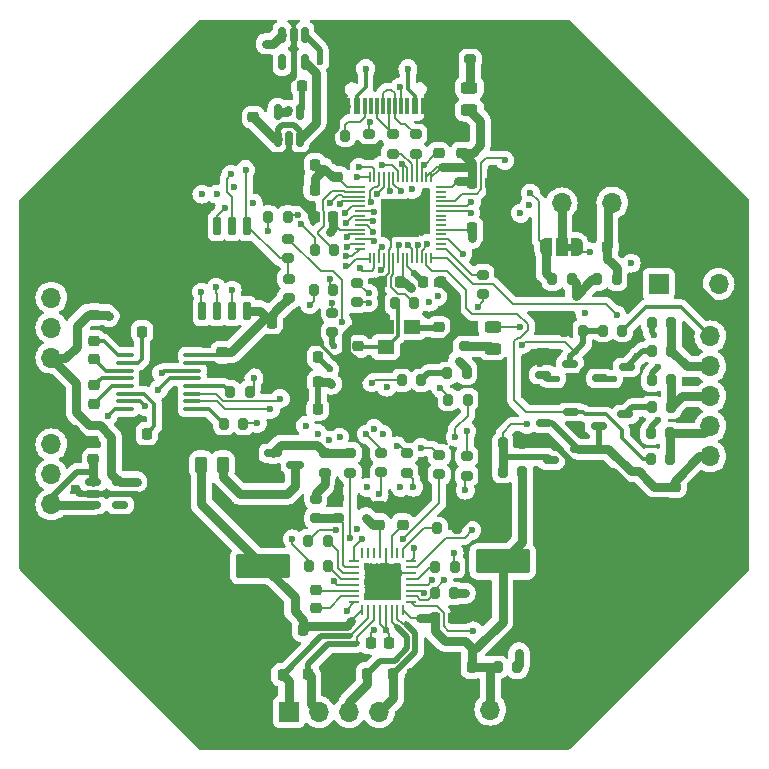
<source format=gbr>
%TF.GenerationSoftware,KiCad,Pcbnew,8.0.1*%
%TF.CreationDate,2024-04-11T10:52:21-07:00*%
%TF.ProjectId,TMC2240_RP2040,544d4332-3234-4305-9f52-50323034302e,rev?*%
%TF.SameCoordinates,Original*%
%TF.FileFunction,Copper,L1,Top*%
%TF.FilePolarity,Positive*%
%FSLAX46Y46*%
G04 Gerber Fmt 4.6, Leading zero omitted, Abs format (unit mm)*
G04 Created by KiCad (PCBNEW 8.0.1) date 2024-04-11 10:52:21*
%MOMM*%
%LPD*%
G01*
G04 APERTURE LIST*
G04 Aperture macros list*
%AMRoundRect*
0 Rectangle with rounded corners*
0 $1 Rounding radius*
0 $2 $3 $4 $5 $6 $7 $8 $9 X,Y pos of 4 corners*
0 Add a 4 corners polygon primitive as box body*
4,1,4,$2,$3,$4,$5,$6,$7,$8,$9,$2,$3,0*
0 Add four circle primitives for the rounded corners*
1,1,$1+$1,$2,$3*
1,1,$1+$1,$4,$5*
1,1,$1+$1,$6,$7*
1,1,$1+$1,$8,$9*
0 Add four rect primitives between the rounded corners*
20,1,$1+$1,$2,$3,$4,$5,0*
20,1,$1+$1,$4,$5,$6,$7,0*
20,1,$1+$1,$6,$7,$8,$9,0*
20,1,$1+$1,$8,$9,$2,$3,0*%
%AMFreePoly0*
4,1,19,0.550000,-0.750000,0.000000,-0.750000,0.000000,-0.744911,-0.071157,-0.744911,-0.207708,-0.704816,-0.327430,-0.627875,-0.420627,-0.520320,-0.479746,-0.390866,-0.500000,-0.250000,-0.500000,0.250000,-0.479746,0.390866,-0.420627,0.520320,-0.327430,0.627875,-0.207708,0.704816,-0.071157,0.744911,0.000000,0.744911,0.000000,0.750000,0.550000,0.750000,0.550000,-0.750000,0.550000,-0.750000,
$1*%
%AMFreePoly1*
4,1,19,0.000000,0.744911,0.071157,0.744911,0.207708,0.704816,0.327430,0.627875,0.420627,0.520320,0.479746,0.390866,0.500000,0.250000,0.500000,-0.250000,0.479746,-0.390866,0.420627,-0.520320,0.327430,-0.627875,0.207708,-0.704816,0.071157,-0.744911,0.000000,-0.744911,0.000000,-0.750000,-0.550000,-0.750000,-0.550000,0.750000,0.000000,0.750000,0.000000,0.744911,0.000000,0.744911,
$1*%
%AMFreePoly2*
4,1,14,0.340806,0.106694,0.394194,0.053306,0.412500,0.009112,0.412500,-0.062500,0.394194,-0.106694,0.350000,-0.125000,-0.350000,-0.125000,-0.394194,-0.106694,-0.412500,-0.062500,-0.412500,0.062500,-0.394194,0.106694,-0.350000,0.125000,0.296612,0.125000,0.340806,0.106694,0.340806,0.106694,$1*%
%AMFreePoly3*
4,1,14,0.394194,0.106694,0.412500,0.062500,0.412500,-0.009112,0.394194,-0.053306,0.340806,-0.106694,0.296612,-0.125000,-0.350000,-0.125000,-0.394194,-0.106694,-0.412500,-0.062500,-0.412500,0.062500,-0.394194,0.106694,-0.350000,0.125000,0.350000,0.125000,0.394194,0.106694,0.394194,0.106694,$1*%
%AMFreePoly4*
4,1,14,0.106694,0.394194,0.125000,0.350000,0.125000,-0.350000,0.106694,-0.394194,0.062500,-0.412500,-0.062500,-0.412500,-0.106694,-0.394194,-0.125000,-0.350000,-0.125000,0.296612,-0.106694,0.340806,-0.053306,0.394194,-0.009112,0.412500,0.062500,0.412500,0.106694,0.394194,0.106694,0.394194,$1*%
%AMFreePoly5*
4,1,14,0.053306,0.394194,0.106694,0.340806,0.125000,0.296612,0.125000,-0.350000,0.106694,-0.394194,0.062500,-0.412500,-0.062500,-0.412500,-0.106694,-0.394194,-0.125000,-0.350000,-0.125000,0.350000,-0.106694,0.394194,-0.062500,0.412500,0.009112,0.412500,0.053306,0.394194,0.053306,0.394194,$1*%
%AMFreePoly6*
4,1,14,0.394194,0.106694,0.412500,0.062500,0.412500,-0.062500,0.394194,-0.106694,0.350000,-0.125000,-0.296612,-0.125000,-0.340806,-0.106694,-0.394194,-0.053306,-0.412500,-0.009112,-0.412500,0.062500,-0.394194,0.106694,-0.350000,0.125000,0.350000,0.125000,0.394194,0.106694,0.394194,0.106694,$1*%
%AMFreePoly7*
4,1,14,0.394194,0.106694,0.412500,0.062500,0.412500,-0.062500,0.394194,-0.106694,0.350000,-0.125000,-0.350000,-0.125000,-0.394194,-0.106694,-0.412500,-0.062500,-0.412500,0.009112,-0.394194,0.053306,-0.340806,0.106694,-0.296612,0.125000,0.350000,0.125000,0.394194,0.106694,0.394194,0.106694,$1*%
%AMFreePoly8*
4,1,14,0.106694,0.394194,0.125000,0.350000,0.125000,-0.296612,0.106694,-0.340806,0.053306,-0.394194,0.009112,-0.412500,-0.062500,-0.412500,-0.106694,-0.394194,-0.125000,-0.350000,-0.125000,0.350000,-0.106694,0.394194,-0.062500,0.412500,0.062500,0.412500,0.106694,0.394194,0.106694,0.394194,$1*%
%AMFreePoly9*
4,1,14,0.106694,0.394194,0.125000,0.350000,0.125000,-0.350000,0.106694,-0.394194,0.062500,-0.412500,-0.009112,-0.412500,-0.053306,-0.394194,-0.106694,-0.340806,-0.125000,-0.296612,-0.125000,0.350000,-0.106694,0.394194,-0.062500,0.412500,0.062500,0.412500,0.106694,0.394194,0.106694,0.394194,$1*%
G04 Aperture macros list end*
%TA.AperFunction,EtchedComponent*%
%ADD10C,0.000000*%
%TD*%
%TA.AperFunction,SMDPad,CuDef*%
%ADD11RoundRect,0.250000X0.262500X0.450000X-0.262500X0.450000X-0.262500X-0.450000X0.262500X-0.450000X0*%
%TD*%
%TA.AperFunction,SMDPad,CuDef*%
%ADD12RoundRect,0.200000X0.200000X0.275000X-0.200000X0.275000X-0.200000X-0.275000X0.200000X-0.275000X0*%
%TD*%
%TA.AperFunction,SMDPad,CuDef*%
%ADD13RoundRect,0.200000X-0.200000X-0.275000X0.200000X-0.275000X0.200000X0.275000X-0.200000X0.275000X0*%
%TD*%
%TA.AperFunction,SMDPad,CuDef*%
%ADD14RoundRect,0.150000X-0.512500X-0.150000X0.512500X-0.150000X0.512500X0.150000X-0.512500X0.150000X0*%
%TD*%
%TA.AperFunction,ComponentPad*%
%ADD15R,1.700000X1.700000*%
%TD*%
%TA.AperFunction,ComponentPad*%
%ADD16O,1.700000X1.700000*%
%TD*%
%TA.AperFunction,SMDPad,CuDef*%
%ADD17RoundRect,0.225000X0.250000X-0.225000X0.250000X0.225000X-0.250000X0.225000X-0.250000X-0.225000X0*%
%TD*%
%TA.AperFunction,SMDPad,CuDef*%
%ADD18RoundRect,0.200000X-0.275000X0.200000X-0.275000X-0.200000X0.275000X-0.200000X0.275000X0.200000X0*%
%TD*%
%TA.AperFunction,SMDPad,CuDef*%
%ADD19RoundRect,0.225000X-0.225000X-0.250000X0.225000X-0.250000X0.225000X0.250000X-0.225000X0.250000X0*%
%TD*%
%TA.AperFunction,SMDPad,CuDef*%
%ADD20RoundRect,0.200000X0.275000X-0.200000X0.275000X0.200000X-0.275000X0.200000X-0.275000X-0.200000X0*%
%TD*%
%TA.AperFunction,SMDPad,CuDef*%
%ADD21RoundRect,0.225000X-0.250000X0.225000X-0.250000X-0.225000X0.250000X-0.225000X0.250000X0.225000X0*%
%TD*%
%TA.AperFunction,SMDPad,CuDef*%
%ADD22RoundRect,0.225000X0.225000X0.250000X-0.225000X0.250000X-0.225000X-0.250000X0.225000X-0.250000X0*%
%TD*%
%TA.AperFunction,ComponentPad*%
%ADD23C,5.600000*%
%TD*%
%TA.AperFunction,SMDPad,CuDef*%
%ADD24R,0.600000X1.450000*%
%TD*%
%TA.AperFunction,SMDPad,CuDef*%
%ADD25R,0.300000X1.450000*%
%TD*%
%TA.AperFunction,ComponentPad*%
%ADD26O,1.000000X2.100000*%
%TD*%
%TA.AperFunction,ComponentPad*%
%ADD27O,1.000000X1.600000*%
%TD*%
%TA.AperFunction,SMDPad,CuDef*%
%ADD28RoundRect,0.050000X-0.387500X-0.050000X0.387500X-0.050000X0.387500X0.050000X-0.387500X0.050000X0*%
%TD*%
%TA.AperFunction,SMDPad,CuDef*%
%ADD29RoundRect,0.050000X-0.050000X-0.387500X0.050000X-0.387500X0.050000X0.387500X-0.050000X0.387500X0*%
%TD*%
%TA.AperFunction,HeatsinkPad*%
%ADD30R,3.200000X3.200000*%
%TD*%
%TA.AperFunction,SMDPad,CuDef*%
%ADD31RoundRect,0.150000X-0.150000X0.512500X-0.150000X-0.512500X0.150000X-0.512500X0.150000X0.512500X0*%
%TD*%
%TA.AperFunction,SMDPad,CuDef*%
%ADD32RoundRect,0.243750X0.456250X-0.243750X0.456250X0.243750X-0.456250X0.243750X-0.456250X-0.243750X0*%
%TD*%
%TA.AperFunction,SMDPad,CuDef*%
%ADD33R,1.400000X1.200000*%
%TD*%
%TA.AperFunction,SMDPad,CuDef*%
%ADD34RoundRect,0.150000X0.512500X0.150000X-0.512500X0.150000X-0.512500X-0.150000X0.512500X-0.150000X0*%
%TD*%
%TA.AperFunction,SMDPad,CuDef*%
%ADD35RoundRect,0.250001X-2.049999X-0.799999X2.049999X-0.799999X2.049999X0.799999X-2.049999X0.799999X0*%
%TD*%
%TA.AperFunction,SMDPad,CuDef*%
%ADD36RoundRect,0.150000X-0.587500X-0.150000X0.587500X-0.150000X0.587500X0.150000X-0.587500X0.150000X0*%
%TD*%
%TA.AperFunction,SMDPad,CuDef*%
%ADD37RoundRect,0.250001X2.049999X0.799999X-2.049999X0.799999X-2.049999X-0.799999X2.049999X-0.799999X0*%
%TD*%
%TA.AperFunction,SMDPad,CuDef*%
%ADD38RoundRect,0.243750X-0.456250X0.243750X-0.456250X-0.243750X0.456250X-0.243750X0.456250X0.243750X0*%
%TD*%
%TA.AperFunction,SMDPad,CuDef*%
%ADD39RoundRect,0.100000X-0.637500X-0.100000X0.637500X-0.100000X0.637500X0.100000X-0.637500X0.100000X0*%
%TD*%
%TA.AperFunction,SMDPad,CuDef*%
%ADD40RoundRect,0.150000X0.150000X-0.512500X0.150000X0.512500X-0.150000X0.512500X-0.150000X-0.512500X0*%
%TD*%
%TA.AperFunction,SMDPad,CuDef*%
%ADD41FreePoly0,180.000000*%
%TD*%
%TA.AperFunction,SMDPad,CuDef*%
%ADD42R,1.000000X1.500000*%
%TD*%
%TA.AperFunction,SMDPad,CuDef*%
%ADD43FreePoly1,180.000000*%
%TD*%
%TA.AperFunction,SMDPad,CuDef*%
%ADD44FreePoly2,270.000000*%
%TD*%
%TA.AperFunction,SMDPad,CuDef*%
%ADD45RoundRect,0.062500X-0.062500X0.350000X-0.062500X-0.350000X0.062500X-0.350000X0.062500X0.350000X0*%
%TD*%
%TA.AperFunction,SMDPad,CuDef*%
%ADD46FreePoly3,270.000000*%
%TD*%
%TA.AperFunction,SMDPad,CuDef*%
%ADD47FreePoly4,270.000000*%
%TD*%
%TA.AperFunction,SMDPad,CuDef*%
%ADD48RoundRect,0.062500X-0.350000X0.062500X-0.350000X-0.062500X0.350000X-0.062500X0.350000X0.062500X0*%
%TD*%
%TA.AperFunction,SMDPad,CuDef*%
%ADD49FreePoly5,270.000000*%
%TD*%
%TA.AperFunction,SMDPad,CuDef*%
%ADD50FreePoly6,270.000000*%
%TD*%
%TA.AperFunction,SMDPad,CuDef*%
%ADD51FreePoly7,270.000000*%
%TD*%
%TA.AperFunction,SMDPad,CuDef*%
%ADD52FreePoly8,270.000000*%
%TD*%
%TA.AperFunction,SMDPad,CuDef*%
%ADD53FreePoly9,270.000000*%
%TD*%
%TA.AperFunction,HeatsinkPad*%
%ADD54C,0.600000*%
%TD*%
%TA.AperFunction,HeatsinkPad*%
%ADD55R,3.100000X3.100000*%
%TD*%
%TA.AperFunction,SMDPad,CuDef*%
%ADD56RoundRect,0.150000X-0.150000X0.650000X-0.150000X-0.650000X0.150000X-0.650000X0.150000X0.650000X0*%
%TD*%
%TA.AperFunction,ViaPad*%
%ADD57C,0.600000*%
%TD*%
%TA.AperFunction,Conductor*%
%ADD58C,0.800000*%
%TD*%
%TA.AperFunction,Conductor*%
%ADD59C,0.300000*%
%TD*%
%TA.AperFunction,Conductor*%
%ADD60C,0.500000*%
%TD*%
%TA.AperFunction,Conductor*%
%ADD61C,0.200000*%
%TD*%
%TA.AperFunction,Conductor*%
%ADD62C,0.130000*%
%TD*%
G04 APERTURE END LIST*
D10*
%TA.AperFunction,EtchedComponent*%
%TO.C,JP1*%
G36*
X141300000Y-124550000D02*
G01*
X140800000Y-124550000D01*
X140800000Y-123950000D01*
X141300000Y-123950000D01*
X141300000Y-124550000D01*
G37*
%TD.AperFunction*%
%TD*%
D11*
%TO.P,R27,1*%
%TO.N,Net-(Q1-D)*%
X111712500Y-142650000D03*
%TO.P,R27,2*%
%TO.N,VCC*%
X109887500Y-142650000D03*
%TD*%
D12*
%TO.P,R40,1*%
%TO.N,/AccessoryConnections/ADC*%
X142225000Y-131300000D03*
%TO.P,R40,2*%
%TO.N,GND*%
X140575000Y-131300000D03*
%TD*%
D13*
%TO.P,R39,2*%
%TO.N,Net-(J2-Pin_6)*%
X145550000Y-131300000D03*
%TO.P,R39,1*%
%TO.N,/AccessoryConnections/ADC*%
X143900000Y-131300000D03*
%TD*%
D14*
%TO.P,D5,1,K*%
%TO.N,GND*%
X138925000Y-137250000D03*
%TO.P,D5,2,K*%
%TO.N,+3.3V*%
X138925000Y-139150000D03*
%TO.P,D5,3,A*%
%TO.N,/AccessoryConnections/LIMITH*%
X141200000Y-138200000D03*
%TD*%
%TO.P,D4,1,K*%
%TO.N,GND*%
X143525000Y-137450000D03*
%TO.P,D4,2,K*%
%TO.N,+3.3V*%
X143525000Y-139350000D03*
%TO.P,D4,3,A*%
%TO.N,/AccessoryConnections/LIMITM*%
X145800000Y-138400000D03*
%TD*%
%TO.P,D3,1,K*%
%TO.N,GND*%
X143625000Y-133450000D03*
%TO.P,D3,2,K*%
%TO.N,+3.3V*%
X143625000Y-135350000D03*
%TO.P,D3,3,A*%
%TO.N,/AccessoryConnections/LIMITL*%
X145900000Y-134400000D03*
%TD*%
%TO.P,D2,1,K*%
%TO.N,GND*%
X138825000Y-133150000D03*
%TO.P,D2,2,K*%
%TO.N,+3.3V*%
X138825000Y-135050000D03*
%TO.P,D2,3,A*%
%TO.N,/AccessoryConnections/ADC*%
X141100000Y-134100000D03*
%TD*%
D15*
%TO.P,J2,1,Pin_1*%
%TO.N,GND*%
X153000000Y-144500000D03*
D16*
%TO.P,J2,2,Pin_2*%
%TO.N,+3.3V*%
X153000000Y-141960000D03*
%TO.P,J2,3,Pin_3*%
%TO.N,Net-(J2-Pin_3)*%
X153000000Y-139420000D03*
%TO.P,J2,4,Pin_4*%
%TO.N,Net-(J2-Pin_4)*%
X153000000Y-136880000D03*
%TO.P,J2,5,Pin_5*%
%TO.N,Net-(J2-Pin_5)*%
X153000000Y-134340000D03*
%TO.P,J2,6,Pin_6*%
%TO.N,Net-(J2-Pin_6)*%
X153000000Y-131800000D03*
%TD*%
D17*
%TO.P,C45,1*%
%TO.N,Net-(J15-Pin_4)*%
X100750000Y-142175000D03*
%TO.P,C45,2*%
%TO.N,GND*%
X100750000Y-140625000D03*
%TD*%
D13*
%TO.P,R36,1*%
%TO.N,+3.3V*%
X143425000Y-126950000D03*
%TO.P,R36,2*%
%TO.N,/RP2040uC/RUN*%
X145075000Y-126950000D03*
%TD*%
D18*
%TO.P,R41,1*%
%TO.N,GND*%
X132650000Y-106700000D03*
%TO.P,R41,2*%
%TO.N,Net-(D15-K)*%
X132650000Y-108350000D03*
%TD*%
D17*
%TO.P,C12,1*%
%TO.N,+3.3V*%
X124950000Y-147725000D03*
%TO.P,C12,2*%
%TO.N,GND*%
X124950000Y-146175000D03*
%TD*%
D18*
%TO.P,R14,1*%
%TO.N,GND*%
X121500000Y-145500000D03*
%TO.P,R14,2*%
%TO.N,Net-(U1-UARTEN)*%
X121500000Y-147150000D03*
%TD*%
D19*
%TO.P,C29,1*%
%TO.N,+3.3V*%
X132825000Y-118850000D03*
%TO.P,C29,2*%
%TO.N,GND*%
X134375000Y-118850000D03*
%TD*%
D20*
%TO.P,R26,1*%
%TO.N,+3.3V*%
X117300000Y-128550000D03*
%TO.P,R26,2*%
%TO.N,/RP2040uC/QSPI_SS*%
X117300000Y-126900000D03*
%TD*%
D18*
%TO.P,R43,1*%
%TO.N,Net-(J19-CC1)*%
X124100000Y-114625000D03*
%TO.P,R43,2*%
%TO.N,GND*%
X124100000Y-116275000D03*
%TD*%
D12*
%TO.P,R29,1*%
%TO.N,Net-(J2-Pin_4)*%
X149700000Y-135500000D03*
%TO.P,R29,2*%
%TO.N,+3.3V*%
X148050000Y-135500000D03*
%TD*%
%TO.P,R30,1*%
%TO.N,Net-(J2-Pin_3)*%
X149600000Y-140000000D03*
%TO.P,R30,2*%
%TO.N,+3.3V*%
X147950000Y-140000000D03*
%TD*%
D18*
%TO.P,R47,1*%
%TO.N,/RP2040uC/USB_D+*%
X126100000Y-114675000D03*
%TO.P,R47,2*%
%TO.N,Net-(U5-USB_DP)*%
X126100000Y-116325000D03*
%TD*%
D13*
%TO.P,R8,1*%
%TO.N,/AS5048AEncoder/MOSI*%
X119400000Y-127875000D03*
%TO.P,R8,2*%
%TO.N,/RP2040uC/TX1_SDA0_SPIO1_GP8*%
X121050000Y-127875000D03*
%TD*%
D21*
%TO.P,C6,1*%
%TO.N,Net-(U1-CPI)*%
X119600000Y-153250000D03*
%TO.P,C6,2*%
%TO.N,Net-(U1-CPO)*%
X119600000Y-154800000D03*
%TD*%
D22*
%TO.P,C43,1*%
%TO.N,Net-(U6-VS-)*%
X105275000Y-140050000D03*
%TO.P,C43,2*%
%TO.N,GND*%
X103725000Y-140050000D03*
%TD*%
D15*
%TO.P,J14,1,Pin_1*%
%TO.N,GND*%
X97200000Y-125980000D03*
D16*
%TO.P,J14,2,Pin_2*%
%TO.N,Net-(J14-Pin_2)*%
X97200000Y-128520000D03*
%TO.P,J14,3,Pin_3*%
%TO.N,Net-(J14-Pin_3)*%
X97200000Y-131060000D03*
%TO.P,J14,4,Pin_4*%
%TO.N,+5V*%
X97200000Y-133600000D03*
%TD*%
D20*
%TO.P,R10,1*%
%TO.N,/AS5048AEncoder/CLK*%
X123060000Y-128895000D03*
%TO.P,R10,2*%
%TO.N,/RP2040uC/SDA1_SPIC1_GP10*%
X123060000Y-127245000D03*
%TD*%
D22*
%TO.P,C44,1*%
%TO.N,Net-(U6-VS+)*%
X104875000Y-131400000D03*
%TO.P,C44,2*%
%TO.N,GND*%
X103325000Y-131400000D03*
%TD*%
D13*
%TO.P,R35,1*%
%TO.N,/RP2040uC/ADC0_GP26*%
X135425000Y-143250000D03*
%TO.P,R35,2*%
%TO.N,VCC*%
X137075000Y-143250000D03*
%TD*%
D23*
%TO.P,J10,1,Pin_1*%
%TO.N,GND*%
X141275000Y-161275000D03*
%TD*%
D13*
%TO.P,R16,1*%
%TO.N,/AS5048AEncoder/MISO*%
X130800000Y-137150000D03*
%TO.P,R16,2*%
%TO.N,/RP2040uC/SCL1_SPII1_GP11*%
X132450000Y-137150000D03*
%TD*%
D18*
%TO.P,R13,1*%
%TO.N,+3.3V*%
X119600000Y-145525000D03*
%TO.P,R13,2*%
%TO.N,Net-(U1-UARTEN)*%
X119600000Y-147175000D03*
%TD*%
D24*
%TO.P,J19,A1,GND*%
%TO.N,GND*%
X128770000Y-112295000D03*
%TO.P,J19,A4,VBUS*%
%TO.N,VBUS*%
X127970000Y-112295000D03*
D25*
%TO.P,J19,A5,CC1*%
%TO.N,Net-(J19-CC1)*%
X126770000Y-112295000D03*
%TO.P,J19,A6,D+*%
%TO.N,/RP2040uC/USB_D+*%
X125770000Y-112295000D03*
%TO.P,J19,A7,D-*%
%TO.N,/RP2040uC/USB_D-*%
X125270000Y-112295000D03*
%TO.P,J19,A8,SBU1*%
%TO.N,unconnected-(J19-SBU1-PadA8)*%
X124270000Y-112295000D03*
D24*
%TO.P,J19,A9,VBUS*%
%TO.N,VBUS*%
X123070000Y-112295000D03*
%TO.P,J19,A12,GND*%
%TO.N,GND*%
X122270000Y-112295000D03*
%TO.P,J19,B1,GND*%
X122270000Y-112295000D03*
%TO.P,J19,B4,VBUS*%
%TO.N,VBUS*%
X123070000Y-112295000D03*
D25*
%TO.P,J19,B5,CC2*%
%TO.N,Net-(J19-CC2)*%
X123770000Y-112295000D03*
%TO.P,J19,B6,D+*%
%TO.N,/RP2040uC/USB_D+*%
X124770000Y-112295000D03*
%TO.P,J19,B7,D-*%
%TO.N,/RP2040uC/USB_D-*%
X126270000Y-112295000D03*
%TO.P,J19,B8,SBU2*%
%TO.N,unconnected-(J19-SBU2-PadB8)*%
X127270000Y-112295000D03*
D24*
%TO.P,J19,B9,VBUS*%
%TO.N,VBUS*%
X127970000Y-112295000D03*
%TO.P,J19,B12,GND*%
%TO.N,GND*%
X128770000Y-112295000D03*
D26*
%TO.P,J19,S1,SHIELD*%
X129840000Y-111380000D03*
D27*
X129840000Y-107200000D03*
D26*
X121200000Y-111380000D03*
D27*
X121200000Y-107200000D03*
%TD*%
D19*
%TO.P,C17,1*%
%TO.N,/RP2040uC/RUN*%
X144275000Y-124200000D03*
%TO.P,C17,2*%
%TO.N,GND*%
X145825000Y-124200000D03*
%TD*%
D13*
%TO.P,R4,1*%
%TO.N,/DualRS232UART/TX1*%
X119515000Y-124490000D03*
%TO.P,R4,2*%
%TO.N,/RP2040uC/TX0_SDA0_SPIO0_GP0*%
X121165000Y-124490000D03*
%TD*%
D22*
%TO.P,C11,1*%
%TO.N,Net-(J4-Pin_1)*%
X116775000Y-160450000D03*
%TO.P,C11,2*%
%TO.N,GND*%
X115225000Y-160450000D03*
%TD*%
D19*
%TO.P,C34,1*%
%TO.N,+3.3V*%
X115875000Y-130650000D03*
%TO.P,C34,2*%
%TO.N,GND*%
X117425000Y-130650000D03*
%TD*%
D23*
%TO.P,J5,1,Pin_1*%
%TO.N,GND*%
X100000000Y-120000000D03*
%TD*%
D17*
%TO.P,C19,1*%
%TO.N,Net-(C19-Pad1)*%
X123200000Y-132650000D03*
%TO.P,C19,2*%
%TO.N,GND*%
X123200000Y-131100000D03*
%TD*%
D13*
%TO.P,R5,1*%
%TO.N,/DualRS232UART/RX1*%
X112350000Y-136500000D03*
%TO.P,R5,2*%
%TO.N,/RP2040uC/RX0_SCL0_SPIS0_GP1*%
X114000000Y-136500000D03*
%TD*%
D20*
%TO.P,R2,1*%
%TO.N,/StepperTMC2240/OV*%
X122500000Y-143325000D03*
%TO.P,R2,2*%
%TO.N,Net-(Q1-G)*%
X122500000Y-141675000D03*
%TD*%
D28*
%TO.P,U5,1,IOVDD*%
%TO.N,+3.3V*%
X123312500Y-119162500D03*
%TO.P,U5,2,GPIO0*%
%TO.N,/RP2040uC/TX0_SDA0_SPIO0_GP0*%
X123312500Y-119562500D03*
%TO.P,U5,3,GPIO1*%
%TO.N,/RP2040uC/RX0_SCL0_SPIS0_GP1*%
X123312500Y-119962500D03*
%TO.P,U5,4,GPIO2*%
%TO.N,/RP2040uC/GPIO2*%
X123312500Y-120362500D03*
%TO.P,U5,5,GPIO3*%
%TO.N,/RP2040uC/SCL1_SPII0_GP3*%
X123312500Y-120762500D03*
%TO.P,U5,6,GPIO4*%
%TO.N,/RP2040uC/TX1_SDA0_SPIO0_GP4*%
X123312500Y-121162500D03*
%TO.P,U5,7,GPIO5*%
%TO.N,/RP2040uC/RX1_SCL0_SPIS0_GP5*%
X123312500Y-121562500D03*
%TO.P,U5,8,GPIO6*%
%TO.N,/RP2040uC/SDA1_SPIC0_GP6*%
X123312500Y-121962500D03*
%TO.P,U5,9,GPIO7*%
%TO.N,/RP2040uC/SCL1_SPII0_GP7*%
X123312500Y-122362500D03*
%TO.P,U5,10,IOVDD*%
%TO.N,+3.3V*%
X123312500Y-122762500D03*
%TO.P,U5,11,GPIO8*%
%TO.N,/RP2040uC/TX1_SDA0_SPIO1_GP8*%
X123312500Y-123162500D03*
%TO.P,U5,12,GPIO9*%
%TO.N,/RP2040uC/RX1_SCL0_SPIS1_GP9*%
X123312500Y-123562500D03*
%TO.P,U5,13,GPIO10*%
%TO.N,/RP2040uC/SDA1_SPIC1_GP10*%
X123312500Y-123962500D03*
%TO.P,U5,14,GPIO11*%
%TO.N,/RP2040uC/SCL1_SPII1_GP11*%
X123312500Y-124362500D03*
D29*
%TO.P,U5,15,GPIO12*%
%TO.N,/RP2040uC/TX0_SDA0_SPIO1_GP12*%
X124150000Y-125200000D03*
%TO.P,U5,16,GPIO13*%
%TO.N,/RP2040uC/RX0_SCL0_SPIS1_GP13*%
X124550000Y-125200000D03*
%TO.P,U5,17,GPIO14*%
%TO.N,/RP2040uC/SDA1_SPIC1_GP14*%
X124950000Y-125200000D03*
%TO.P,U5,18,GPIO15*%
%TO.N,/RP2040uC/SCL1_SPII1_GP15*%
X125350000Y-125200000D03*
%TO.P,U5,19,TESTEN*%
%TO.N,GND*%
X125750000Y-125200000D03*
%TO.P,U5,20,XIN*%
%TO.N,/RP2040uC/XOUT*%
X126150000Y-125200000D03*
%TO.P,U5,21,XOUT*%
%TO.N,/RP2040uC/XIN*%
X126550000Y-125200000D03*
%TO.P,U5,22,IOVDD*%
%TO.N,+3.3V*%
X126950000Y-125200000D03*
%TO.P,U5,23,DVDD*%
%TO.N,+1V1*%
X127350000Y-125200000D03*
%TO.P,U5,24,SWCLK*%
%TO.N,/RP2040uC/SWCLK*%
X127750000Y-125200000D03*
%TO.P,U5,25,SWD*%
%TO.N,/RP2040uC/SWDIO*%
X128150000Y-125200000D03*
%TO.P,U5,26,RUN*%
%TO.N,/RP2040uC/RUN*%
X128550000Y-125200000D03*
%TO.P,U5,27,GPIO16*%
%TO.N,/AccessoryConnections/LIMITH*%
X128950000Y-125200000D03*
%TO.P,U5,28,GPIO17*%
%TO.N,/AccessoryConnections/LIMITM*%
X129350000Y-125200000D03*
D28*
%TO.P,U5,29,GPIO18*%
%TO.N,/RP2040uC/SDA1_SPIC0_GP18*%
X130187500Y-124362500D03*
%TO.P,U5,30,GPIO19*%
%TO.N,/RP2040uC/SCL1_SPII0_GP19*%
X130187500Y-123962500D03*
%TO.P,U5,31,GPIO20*%
%TO.N,/AccessoryConnections/LIMITL*%
X130187500Y-123562500D03*
%TO.P,U5,32,GPIO21*%
%TO.N,/RP2040uC/SCL0_GP21*%
X130187500Y-123162500D03*
%TO.P,U5,33,IOVDD*%
%TO.N,+3.3V*%
X130187500Y-122762500D03*
%TO.P,U5,34,GPIO22*%
%TO.N,/RP2040uC/GP22*%
X130187500Y-122362500D03*
%TO.P,U5,35,GPIO23*%
%TO.N,/RP2040uC/GP23*%
X130187500Y-121962500D03*
%TO.P,U5,36,GPIO24*%
%TO.N,/RP2040uC/GP24*%
X130187500Y-121562500D03*
%TO.P,U5,37,GPIO25*%
%TO.N,/RP2040uC/GPIO25*%
X130187500Y-121162500D03*
%TO.P,U5,38,GPIO26_ADC0*%
%TO.N,/RP2040uC/ADC0_GP26*%
X130187500Y-120762500D03*
%TO.P,U5,39,GPIO27_ADC1*%
%TO.N,/AccessoryConnections/ADC*%
X130187500Y-120362500D03*
%TO.P,U5,40,GPIO28_ADC2*%
%TO.N,/RP2040uC/ADC2_GP28*%
X130187500Y-119962500D03*
%TO.P,U5,41,GPIO29_ADC3*%
%TO.N,/RP2040uC/ADC3_GP29*%
X130187500Y-119562500D03*
%TO.P,U5,42,IOVDD*%
%TO.N,+3.3V*%
X130187500Y-119162500D03*
D29*
%TO.P,U5,43,ADC_AVDD*%
X129350000Y-118325000D03*
%TO.P,U5,44,VREG_IN*%
X128950000Y-118325000D03*
%TO.P,U5,45,VREG_VOUT*%
%TO.N,+1V1*%
X128550000Y-118325000D03*
%TO.P,U5,46,USB_DM*%
%TO.N,Net-(U5-USB_DM)*%
X128150000Y-118325000D03*
%TO.P,U5,47,USB_DP*%
%TO.N,Net-(U5-USB_DP)*%
X127750000Y-118325000D03*
%TO.P,U5,48,USB_VDD*%
%TO.N,+3.3V*%
X127350000Y-118325000D03*
%TO.P,U5,49,IOVDD*%
X126950000Y-118325000D03*
%TO.P,U5,50,DVDD*%
%TO.N,+1V1*%
X126550000Y-118325000D03*
%TO.P,U5,51,QSPI_SD3*%
%TO.N,/RP2040uC/QSPI_SD3*%
X126150000Y-118325000D03*
%TO.P,U5,52,QSPI_SCLK*%
%TO.N,/RP2040uC/QSPI_SCLK*%
X125750000Y-118325000D03*
%TO.P,U5,53,QSPI_SD0*%
%TO.N,/RP2040uC/QSPI_SD0*%
X125350000Y-118325000D03*
%TO.P,U5,54,QSPI_SD2*%
%TO.N,/RP2040uC/QSPI_SD2*%
X124950000Y-118325000D03*
%TO.P,U5,55,QSPI_SD1*%
%TO.N,/RP2040uC/QSPI_SD1*%
X124550000Y-118325000D03*
%TO.P,U5,56,QSPI_SS*%
%TO.N,/RP2040uC/QSPI_SS*%
X124150000Y-118325000D03*
D30*
%TO.P,U5,57,GND*%
%TO.N,GND*%
X126750000Y-121762500D03*
%TD*%
D22*
%TO.P,C13,1*%
%TO.N,VCC*%
X118515000Y-156670000D03*
%TO.P,C13,2*%
%TO.N,GND*%
X116965000Y-156670000D03*
%TD*%
%TO.P,C14,1*%
%TO.N,Net-(J4-Pin_3)*%
X123950000Y-160350000D03*
%TO.P,C14,2*%
%TO.N,GND*%
X122400000Y-160350000D03*
%TD*%
D23*
%TO.P,J12,1,Pin_1*%
%TO.N,GND*%
X141275000Y-110475000D03*
%TD*%
D31*
%TO.P,U7,1,VDD*%
%TO.N,VBUS*%
X118650000Y-106275000D03*
%TO.P,U7,2,GND*%
%TO.N,GND*%
X117700000Y-106275000D03*
%TO.P,U7,3,EN*%
%TO.N,VBUS*%
X116750000Y-106275000D03*
%TO.P,U7,4,NC*%
%TO.N,unconnected-(U7-NC-Pad4)*%
X116750000Y-108550000D03*
%TO.P,U7,5,OUT*%
%TO.N,+5V*%
X118650000Y-108550000D03*
%TD*%
D32*
%TO.P,D16,1,K*%
%TO.N,Net-(D16-K)*%
X134550000Y-132837500D03*
%TO.P,D16,2,A*%
%TO.N,/RP2040uC/GPIO25*%
X134550000Y-130962500D03*
%TD*%
D33*
%TO.P,Y1,1,1*%
%TO.N,/RP2040uC/XIN*%
X127700000Y-131000000D03*
%TO.P,Y1,2,2*%
%TO.N,GND*%
X125500000Y-131000000D03*
%TO.P,Y1,3,3*%
%TO.N,Net-(C19-Pad1)*%
X125500000Y-132700000D03*
%TO.P,Y1,4,4*%
%TO.N,GND*%
X127700000Y-132700000D03*
%TD*%
D12*
%TO.P,R23,1*%
%TO.N,/StepperTMC2240/DIAG1*%
X120650000Y-151200000D03*
%TO.P,R23,2*%
%TO.N,/RP2040uC/RX0_SCL0_SPIS1_GP13*%
X119000000Y-151200000D03*
%TD*%
D21*
%TO.P,C40,1*%
%TO.N,+3.3V*%
X111650000Y-133150000D03*
%TO.P,C40,2*%
%TO.N,GND*%
X111650000Y-134700000D03*
%TD*%
D23*
%TO.P,J6,1,Pin_1*%
%TO.N,GND*%
X100000000Y-151750000D03*
%TD*%
D34*
%TO.P,D1,1,K*%
%TO.N,GND*%
X141775000Y-143250000D03*
%TO.P,D1,2,K*%
%TO.N,+3.3V*%
X141775000Y-141350000D03*
%TO.P,D1,3,A*%
%TO.N,/RP2040uC/ADC0_GP26*%
X139500000Y-142300000D03*
%TD*%
D21*
%TO.P,C2,1*%
%TO.N,+3.3V*%
X150000000Y-144525000D03*
%TO.P,C2,2*%
%TO.N,GND*%
X150000000Y-146075000D03*
%TD*%
D20*
%TO.P,R24,1*%
%TO.N,/StepperTMC2240/~{DRV_EN}*%
X130030000Y-143490000D03*
%TO.P,R24,2*%
%TO.N,/RP2040uC/SDA1_SPIC1_GP14*%
X130030000Y-141840000D03*
%TD*%
D18*
%TO.P,R3,1*%
%TO.N,Net-(Q1-G)*%
X120350000Y-141675000D03*
%TO.P,R3,2*%
%TO.N,+3.3V*%
X120350000Y-143325000D03*
%TD*%
D12*
%TO.P,R11,1*%
%TO.N,+3.3V*%
X131300000Y-153550000D03*
%TO.P,R11,2*%
%TO.N,/StepperTMC2240/~{CS}*%
X129650000Y-153550000D03*
%TD*%
D35*
%TO.P,C7,1*%
%TO.N,VCC*%
X135400000Y-150850000D03*
%TO.P,C7,2*%
%TO.N,GND*%
X144200000Y-150850000D03*
%TD*%
D15*
%TO.P,J1,1,Pin_1*%
%TO.N,GND*%
X131825000Y-163400000D03*
D16*
%TO.P,J1,2,Pin_2*%
%TO.N,VCC*%
X134365000Y-163400000D03*
%TD*%
D20*
%TO.P,R25,1*%
%TO.N,/StepperTMC2240/~{SLEEP}*%
X132380000Y-143610000D03*
%TO.P,R25,2*%
%TO.N,/RP2040uC/SCL1_SPII1_GP15*%
X132380000Y-141960000D03*
%TD*%
D36*
%TO.P,Q1,1,G*%
%TO.N,Net-(Q1-G)*%
X115975000Y-141700000D03*
%TO.P,Q1,2,S*%
%TO.N,GND*%
X115975000Y-143600000D03*
%TO.P,Q1,3,D*%
%TO.N,Net-(Q1-D)*%
X117850000Y-142650000D03*
%TD*%
D20*
%TO.P,R21,1*%
%TO.N,/StepperTMC2240/DIR*%
X125140000Y-143310000D03*
%TO.P,R21,2*%
%TO.N,/RP2040uC/SCL1_SPII0_GP3*%
X125140000Y-141660000D03*
%TD*%
D12*
%TO.P,R38,1*%
%TO.N,/RP2040uC/XOUT*%
X127925000Y-129000000D03*
%TO.P,R38,2*%
%TO.N,Net-(C19-Pad1)*%
X126275000Y-129000000D03*
%TD*%
D20*
%TO.P,R20,1*%
%TO.N,/StepperTMC2240/STEP*%
X133740000Y-128245000D03*
%TO.P,R20,2*%
%TO.N,/RP2040uC/SDA1_SPIC0_GP18*%
X133740000Y-126595000D03*
%TD*%
D22*
%TO.P,C37,1*%
%TO.N,Net-(U2-VDD3V)*%
X119775000Y-133550000D03*
%TO.P,C37,2*%
%TO.N,GND*%
X118225000Y-133550000D03*
%TD*%
D19*
%TO.P,C10,1*%
%TO.N,VCC*%
X129675000Y-155650000D03*
%TO.P,C10,2*%
%TO.N,GND*%
X131225000Y-155650000D03*
%TD*%
D23*
%TO.P,J8,1,Pin_1*%
%TO.N,GND*%
X150800000Y-151750000D03*
%TD*%
D37*
%TO.P,C4,1*%
%TO.N,VCC*%
X115150000Y-151250000D03*
%TO.P,C4,2*%
%TO.N,GND*%
X106350000Y-151250000D03*
%TD*%
D14*
%TO.P,U8,1,VDD*%
%TO.N,Net-(J15-Pin_4)*%
X100725000Y-144150000D03*
%TO.P,U8,2,GND*%
%TO.N,GND*%
X100725000Y-145100000D03*
%TO.P,U8,3,EN*%
%TO.N,Net-(J15-Pin_4)*%
X100725000Y-146050000D03*
%TO.P,U8,4,NC*%
%TO.N,unconnected-(U8-NC-Pad4)*%
X103000000Y-146050000D03*
%TO.P,U8,5,OUT*%
%TO.N,+5V*%
X103000000Y-144150000D03*
%TD*%
D23*
%TO.P,J9,1,Pin_1*%
%TO.N,GND*%
X109525000Y-161275000D03*
%TD*%
D19*
%TO.P,C5,1*%
%TO.N,Net-(U1-V_{CP})*%
X124250000Y-157750000D03*
%TO.P,C5,2*%
%TO.N,VCC*%
X125800000Y-157750000D03*
%TD*%
%TO.P,C15,1*%
%TO.N,Net-(J4-Pin_4)*%
X126150000Y-160350000D03*
%TO.P,C15,2*%
%TO.N,GND*%
X127700000Y-160350000D03*
%TD*%
D12*
%TO.P,R18,1*%
%TO.N,+3.3V*%
X132350000Y-134925000D03*
%TO.P,R18,2*%
%TO.N,/AS5048AEncoder/~{CS}*%
X130700000Y-134925000D03*
%TD*%
D15*
%TO.P,J16,1,Pin_1*%
%TO.N,/RP2040uC/SWCLK*%
X148610000Y-127350000D03*
D16*
%TO.P,J16,2,Pin_2*%
%TO.N,GND*%
X151150000Y-127350000D03*
%TO.P,J16,3,Pin_3*%
%TO.N,/RP2040uC/SWDIO*%
X153690000Y-127350000D03*
%TD*%
D12*
%TO.P,R31,1*%
%TO.N,Net-(J2-Pin_5)*%
X149700000Y-133000000D03*
%TO.P,R31,2*%
%TO.N,/AccessoryConnections/LIMITL*%
X148050000Y-133000000D03*
%TD*%
%TO.P,R28,1*%
%TO.N,Net-(J2-Pin_5)*%
X149700000Y-130700000D03*
%TO.P,R28,2*%
%TO.N,+3.3V*%
X148050000Y-130700000D03*
%TD*%
%TO.P,R32,2*%
%TO.N,/AccessoryConnections/LIMITM*%
X148050000Y-137800000D03*
%TO.P,R32,1*%
%TO.N,Net-(J2-Pin_4)*%
X149700000Y-137800000D03*
%TD*%
D38*
%TO.P,D15,1,K*%
%TO.N,Net-(D15-K)*%
X132600000Y-110750000D03*
%TO.P,D15,2,A*%
%TO.N,+3.3V*%
X132600000Y-112625000D03*
%TD*%
D23*
%TO.P,J7,1,Pin_1*%
%TO.N,GND*%
X150800000Y-120000000D03*
%TD*%
D18*
%TO.P,R42,1*%
%TO.N,GND*%
X132200000Y-130975000D03*
%TO.P,R42,2*%
%TO.N,Net-(D16-K)*%
X132200000Y-132625000D03*
%TD*%
D15*
%TO.P,J4,1,Pin_1*%
%TO.N,Net-(J4-Pin_1)*%
X117330000Y-163600000D03*
D16*
%TO.P,J4,2,Pin_2*%
%TO.N,Net-(J4-Pin_2)*%
X119870000Y-163600000D03*
%TO.P,J4,3,Pin_3*%
%TO.N,Net-(J4-Pin_3)*%
X122410000Y-163600000D03*
%TO.P,J4,4,Pin_4*%
%TO.N,Net-(J4-Pin_4)*%
X124950000Y-163600000D03*
%TD*%
D12*
%TO.P,R33,1*%
%TO.N,Net-(J2-Pin_3)*%
X149600000Y-142200000D03*
%TO.P,R33,2*%
%TO.N,/AccessoryConnections/LIMITH*%
X147950000Y-142200000D03*
%TD*%
D39*
%TO.P,U6,1,C1+*%
%TO.N,Net-(U6-C1+)*%
X103400000Y-133400000D03*
%TO.P,U6,2,VS+*%
%TO.N,Net-(U6-VS+)*%
X103400000Y-134050000D03*
%TO.P,U6,3,C1-*%
%TO.N,Net-(U6-C1-)*%
X103400000Y-134700000D03*
%TO.P,U6,4,C2+*%
%TO.N,Net-(U6-C2+)*%
X103400000Y-135350000D03*
%TO.P,U6,5,C2-*%
%TO.N,Net-(U6-C2-)*%
X103400000Y-136000000D03*
%TO.P,U6,6,VS-*%
%TO.N,Net-(U6-VS-)*%
X103400000Y-136650000D03*
%TO.P,U6,7,T2OUT*%
%TO.N,Net-(J14-Pin_2)*%
X103400000Y-137300000D03*
%TO.P,U6,8,R2IN*%
%TO.N,Net-(J14-Pin_3)*%
X103400000Y-137950000D03*
%TO.P,U6,9,R2OUT*%
%TO.N,/DualRS232UART/RX2*%
X109125000Y-137950000D03*
%TO.P,U6,10,T2IN*%
%TO.N,/DualRS232UART/TX2*%
X109125000Y-137300000D03*
%TO.P,U6,11,T1IN*%
%TO.N,/DualRS232UART/TX1*%
X109125000Y-136650000D03*
%TO.P,U6,12,R1OUT*%
%TO.N,/DualRS232UART/RX1*%
X109125000Y-136000000D03*
%TO.P,U6,13,R1IN*%
%TO.N,Net-(J15-Pin_2)*%
X109125000Y-135350000D03*
%TO.P,U6,14,T1OUT*%
%TO.N,Net-(J15-Pin_3)*%
X109125000Y-134700000D03*
%TO.P,U6,15,GND*%
%TO.N,GND*%
X109125000Y-134050000D03*
%TO.P,U6,16,VCC*%
%TO.N,+3.3V*%
X109125000Y-133400000D03*
%TD*%
D22*
%TO.P,C36,1*%
%TO.N,+3.3V*%
X119750000Y-137950000D03*
%TO.P,C36,2*%
%TO.N,GND*%
X118200000Y-137950000D03*
%TD*%
D17*
%TO.P,C9,1*%
%TO.N,Net-(U1-V_{1V8})*%
X126950000Y-147725000D03*
%TO.P,C9,2*%
%TO.N,GND*%
X126950000Y-146175000D03*
%TD*%
D12*
%TO.P,R17,1*%
%TO.N,/AS5048AEncoder/~{CS}*%
X128525000Y-135500000D03*
%TO.P,R17,2*%
%TO.N,/RP2040uC/SCL1_SPII0_GP7*%
X126875000Y-135500000D03*
%TD*%
D13*
%TO.P,R7,1*%
%TO.N,/DualRS232UART/RX2*%
X111805000Y-139190000D03*
%TO.P,R7,2*%
%TO.N,/RP2040uC/RX1_SCL0_SPIS0_GP5*%
X113455000Y-139190000D03*
%TD*%
D21*
%TO.P,C39,1*%
%TO.N,Net-(U6-C1+)*%
X100850000Y-132200000D03*
%TO.P,C39,2*%
%TO.N,Net-(U6-C1-)*%
X100850000Y-133750000D03*
%TD*%
D13*
%TO.P,R12,1*%
%TO.N,/StepperTMC2240/SDO*%
X129700000Y-151300000D03*
%TO.P,R12,2*%
%TO.N,/RP2040uC/SCL1_SPII1_GP11*%
X131350000Y-151300000D03*
%TD*%
D15*
%TO.P,J15,1,Pin_1*%
%TO.N,GND*%
X97200000Y-138400000D03*
D16*
%TO.P,J15,2,Pin_2*%
%TO.N,Net-(J15-Pin_2)*%
X97200000Y-140940000D03*
%TO.P,J15,3,Pin_3*%
%TO.N,Net-(J15-Pin_3)*%
X97200000Y-143480000D03*
%TO.P,J15,4,Pin_4*%
%TO.N,Net-(J15-Pin_4)*%
X97200000Y-146020000D03*
%TD*%
D22*
%TO.P,C28,1*%
%TO.N,+3.3V*%
X121075000Y-121700000D03*
%TO.P,C28,2*%
%TO.N,GND*%
X119525000Y-121700000D03*
%TD*%
D20*
%TO.P,R19,1*%
%TO.N,/AS5048AEncoder/PWM*%
X121000000Y-131425000D03*
%TO.P,R19,2*%
%TO.N,/RP2040uC/SDA1_SPIC0_GP6*%
X121000000Y-129775000D03*
%TD*%
D22*
%TO.P,C16,1*%
%TO.N,+3.3V*%
X119775000Y-135650000D03*
%TO.P,C16,2*%
%TO.N,GND*%
X118225000Y-135650000D03*
%TD*%
D17*
%TO.P,C31,1*%
%TO.N,+5V*%
X114300000Y-113250000D03*
%TO.P,C31,2*%
%TO.N,GND*%
X114300000Y-111700000D03*
%TD*%
D21*
%TO.P,C42,1*%
%TO.N,Net-(U6-C2+)*%
X100850000Y-135950000D03*
%TO.P,C42,2*%
%TO.N,Net-(U6-C2-)*%
X100850000Y-137500000D03*
%TD*%
%TO.P,C18,1*%
%TO.N,/RP2040uC/XIN*%
X130000000Y-131025000D03*
%TO.P,C18,2*%
%TO.N,GND*%
X130000000Y-132575000D03*
%TD*%
D19*
%TO.P,C20,1*%
%TO.N,+1V1*%
X128670000Y-127180000D03*
%TO.P,C20,2*%
%TO.N,GND*%
X130220000Y-127180000D03*
%TD*%
D22*
%TO.P,C1,1*%
%TO.N,VCC*%
X132800000Y-159800000D03*
%TO.P,C1,2*%
%TO.N,GND*%
X131250000Y-159800000D03*
%TD*%
D18*
%TO.P,R48,1*%
%TO.N,/RP2040uC/USB_D-*%
X128050000Y-114700000D03*
%TO.P,R48,2*%
%TO.N,Net-(U5-USB_DM)*%
X128050000Y-116350000D03*
%TD*%
D13*
%TO.P,R37,1*%
%TO.N,/RP2040uC/GPIO2*%
X139625000Y-126950000D03*
%TO.P,R37,2*%
%TO.N,+3.3V*%
X141275000Y-126950000D03*
%TD*%
D15*
%TO.P,SW2,1,1*%
%TO.N,GND*%
X140400000Y-118000000D03*
D16*
%TO.P,SW2,2,2*%
%TO.N,Net-(JP1-C)*%
X140400000Y-120540000D03*
%TD*%
D12*
%TO.P,R1,1*%
%TO.N,+5V*%
X136625000Y-159800000D03*
%TO.P,R1,2*%
%TO.N,VCC*%
X134975000Y-159800000D03*
%TD*%
%TO.P,R44,1*%
%TO.N,Net-(J19-CC2)*%
X122100000Y-114800000D03*
%TO.P,R44,2*%
%TO.N,GND*%
X120450000Y-114800000D03*
%TD*%
D19*
%TO.P,C25,1*%
%TO.N,+3.3V*%
X132825000Y-122650000D03*
%TO.P,C25,2*%
%TO.N,GND*%
X134375000Y-122650000D03*
%TD*%
D12*
%TO.P,R22,1*%
%TO.N,/StepperTMC2240/DIAG0*%
X120600000Y-149100000D03*
%TO.P,R22,2*%
%TO.N,/RP2040uC/TX0_SDA0_SPIO1_GP12*%
X118950000Y-149100000D03*
%TD*%
D22*
%TO.P,C32,1*%
%TO.N,Net-(U3-BP)*%
X118450000Y-110600000D03*
%TO.P,C32,2*%
%TO.N,GND*%
X116900000Y-110600000D03*
%TD*%
D20*
%TO.P,R45,1*%
%TO.N,/RP2040uC/QSPI_SS*%
X117250000Y-125200000D03*
%TO.P,R45,2*%
%TO.N,/RP2040uC/~{USB_BOOT}*%
X117250000Y-123550000D03*
%TD*%
D40*
%TO.P,U3,1,IN*%
%TO.N,+5V*%
X116350000Y-115050000D03*
%TO.P,U3,2,GND*%
%TO.N,GND*%
X117300000Y-115050000D03*
%TO.P,U3,3,EN*%
%TO.N,+5V*%
X118250000Y-115050000D03*
%TO.P,U3,4,BP*%
%TO.N,Net-(U3-BP)*%
X118250000Y-112775000D03*
%TO.P,U3,5,OUT*%
%TO.N,+3.3V*%
X116350000Y-112775000D03*
%TD*%
D12*
%TO.P,R15,1*%
%TO.N,GND*%
X131525000Y-148050000D03*
%TO.P,R15,2*%
%TO.N,Net-(U1-IREF)*%
X129875000Y-148050000D03*
%TD*%
D22*
%TO.P,C33,1*%
%TO.N,+3.3V*%
X119525000Y-117250000D03*
%TO.P,C33,2*%
%TO.N,GND*%
X117975000Y-117250000D03*
%TD*%
%TO.P,C24,1*%
%TO.N,+3.3V*%
X126715000Y-127180000D03*
%TO.P,C24,2*%
%TO.N,GND*%
X125165000Y-127180000D03*
%TD*%
D15*
%TO.P,SW1,1,1*%
%TO.N,GND*%
X144700000Y-117925000D03*
D16*
%TO.P,SW1,2,2*%
%TO.N,/RP2040uC/RUN*%
X144700000Y-120465000D03*
%TD*%
D20*
%TO.P,R9,1*%
%TO.N,/StepperTMC2240/~{CS}*%
X127290000Y-143335000D03*
%TO.P,R9,2*%
%TO.N,/RP2040uC/RX1_SCL0_SPIS1_GP9*%
X127290000Y-141685000D03*
%TD*%
D23*
%TO.P,J11,1,Pin_1*%
%TO.N,GND*%
X109525000Y-110475000D03*
%TD*%
D41*
%TO.P,JP1,1,A*%
%TO.N,/RP2040uC/~{USB_BOOT}*%
X141700000Y-124250000D03*
D42*
%TO.P,JP1,2,C*%
%TO.N,Net-(JP1-C)*%
X140400000Y-124250000D03*
D43*
%TO.P,JP1,3,B*%
%TO.N,/RP2040uC/GPIO2*%
X139100000Y-124250000D03*
%TD*%
D17*
%TO.P,C22,1*%
%TO.N,+1V1*%
X129990000Y-116275000D03*
%TO.P,C22,2*%
%TO.N,GND*%
X129990000Y-114725000D03*
%TD*%
D13*
%TO.P,R34,1*%
%TO.N,/RP2040uC/ADC0_GP26*%
X135425000Y-140850000D03*
%TO.P,R34,2*%
%TO.N,GND*%
X137075000Y-140850000D03*
%TD*%
D17*
%TO.P,C23,1*%
%TO.N,+3.3V*%
X121400000Y-118325000D03*
%TO.P,C23,2*%
%TO.N,GND*%
X121400000Y-116775000D03*
%TD*%
%TO.P,C41,1*%
%TO.N,+5V*%
X100850000Y-129950000D03*
%TO.P,C41,2*%
%TO.N,GND*%
X100850000Y-128400000D03*
%TD*%
D22*
%TO.P,C35,1*%
%TO.N,+3.3V*%
X119490000Y-119370000D03*
%TO.P,C35,2*%
%TO.N,GND*%
X117940000Y-119370000D03*
%TD*%
D44*
%TO.P,U1,1,IREF*%
%TO.N,Net-(U1-IREF)*%
X127000000Y-150125000D03*
D45*
%TO.P,U1,2,AIN*%
%TO.N,/StepperTMC2240/AIN*%
X126500000Y-150125000D03*
%TO.P,U1,3,V_{1V8}*%
%TO.N,Net-(U1-V_{1V8})*%
X126000000Y-150125000D03*
%TO.P,U1,4,AGND*%
%TO.N,GND*%
X125500000Y-150125000D03*
%TO.P,U1,5,V_{IO}*%
%TO.N,+3.3V*%
X125000000Y-150125000D03*
%TO.P,U1,6,ENCN*%
%TO.N,/StepperTMC2240/ENCN*%
X124500000Y-150125000D03*
%TO.P,U1,7,ENCB*%
%TO.N,/StepperTMC2240/ENCB*%
X124000000Y-150125000D03*
D46*
%TO.P,U1,8,ENCA*%
%TO.N,/StepperTMC2240/ENCA*%
X123500000Y-150125000D03*
D47*
%TO.P,U1,9,~{DRV_EN}*%
%TO.N,/StepperTMC2240/~{DRV_EN}*%
X122812500Y-150812500D03*
D48*
%TO.P,U1,10,UARTEN*%
%TO.N,Net-(U1-UARTEN)*%
X122812500Y-151312500D03*
%TO.P,U1,11,DIAG0*%
%TO.N,/StepperTMC2240/DIAG0*%
X122812500Y-151812500D03*
%TO.P,U1,12,DIAG1*%
%TO.N,/StepperTMC2240/DIAG1*%
X122812500Y-152312500D03*
%TO.P,U1,13,OV*%
%TO.N,/StepperTMC2240/OV*%
X122812500Y-152812500D03*
%TO.P,U1,14,CPI*%
%TO.N,Net-(U1-CPI)*%
X122812500Y-153312500D03*
%TO.P,U1,15,CPO*%
%TO.N,Net-(U1-CPO)*%
X122812500Y-153812500D03*
D49*
%TO.P,U1,16,V_{CP}*%
%TO.N,Net-(U1-V_{CP})*%
X122812500Y-154312500D03*
D50*
%TO.P,U1,17,V_{S}*%
%TO.N,VCC*%
X123500000Y-155000000D03*
D45*
%TO.P,U1,18,OUT1B*%
%TO.N,Net-(J4-Pin_1)*%
X124000000Y-155000000D03*
%TO.P,U1,19,OUT2B*%
%TO.N,Net-(J4-Pin_2)*%
X124500000Y-155000000D03*
%TO.P,U1,20,V_{S}*%
%TO.N,VCC*%
X125000000Y-155000000D03*
%TO.P,U1,21,V_{S}*%
X125500000Y-155000000D03*
%TO.P,U1,22,OUT2A*%
%TO.N,Net-(J4-Pin_3)*%
X126000000Y-155000000D03*
%TO.P,U1,23,OUT1A*%
%TO.N,Net-(J4-Pin_4)*%
X126500000Y-155000000D03*
D51*
%TO.P,U1,24,V_{S}*%
%TO.N,VCC*%
X127000000Y-155000000D03*
D52*
%TO.P,U1,25,~{SLEEP}*%
%TO.N,/StepperTMC2240/~{SLEEP}*%
X127687500Y-154312500D03*
D48*
%TO.P,U1,26,~{CS}*%
%TO.N,/StepperTMC2240/~{CS}*%
X127687500Y-153812500D03*
%TO.P,U1,27,SCLK*%
%TO.N,/AS5048AEncoder/CLK*%
X127687500Y-153312500D03*
%TO.P,U1,28,SDI*%
%TO.N,/AS5048AEncoder/MOSI*%
X127687500Y-152812500D03*
%TO.P,U1,29,SDO*%
%TO.N,/StepperTMC2240/SDO*%
X127687500Y-152312500D03*
%TO.P,U1,30,CLK*%
%TO.N,GND*%
X127687500Y-151812500D03*
%TO.P,U1,31,STEP*%
%TO.N,/StepperTMC2240/STEP*%
X127687500Y-151312500D03*
D53*
%TO.P,U1,32,DIR*%
%TO.N,/StepperTMC2240/DIR*%
X127687500Y-150812500D03*
D54*
%TO.P,U1,33,GND*%
%TO.N,GND*%
X126550000Y-151262500D03*
X125250000Y-151262500D03*
X123950000Y-151262500D03*
X126550000Y-152562500D03*
X125250000Y-152562500D03*
D55*
X125250000Y-152562500D03*
D54*
X123950000Y-152562500D03*
X126550000Y-153862500D03*
X125250000Y-153862500D03*
X123950000Y-153862500D03*
%TD*%
D13*
%TO.P,R6,1*%
%TO.N,/DualRS232UART/TX2*%
X115550000Y-121690000D03*
%TO.P,R6,2*%
%TO.N,/RP2040uC/TX1_SDA0_SPIO0_GP4*%
X117200000Y-121690000D03*
%TD*%
D19*
%TO.P,C8,1*%
%TO.N,Net-(J4-Pin_2)*%
X118950000Y-160350000D03*
%TO.P,C8,2*%
%TO.N,GND*%
X120500000Y-160350000D03*
%TD*%
D17*
%TO.P,C30,1*%
%TO.N,+3.3V*%
X131960000Y-116265000D03*
%TO.P,C30,2*%
%TO.N,GND*%
X131960000Y-114715000D03*
%TD*%
D56*
%TO.P,U4,1,~{CS}*%
%TO.N,/RP2040uC/QSPI_SS*%
X113770000Y-122450000D03*
%TO.P,U4,2,DO(IO1)*%
%TO.N,/RP2040uC/QSPI_SD1*%
X112500000Y-122450000D03*
%TO.P,U4,3,IO2*%
%TO.N,/RP2040uC/QSPI_SD2*%
X111230000Y-122450000D03*
%TO.P,U4,4,GND*%
%TO.N,GND*%
X109960000Y-122450000D03*
%TO.P,U4,5,DI(IO0)*%
%TO.N,/RP2040uC/QSPI_SD0*%
X109960000Y-129650000D03*
%TO.P,U4,6,CLK*%
%TO.N,/RP2040uC/QSPI_SCLK*%
X111230000Y-129650000D03*
%TO.P,U4,7,IO3*%
%TO.N,/RP2040uC/QSPI_SD3*%
X112500000Y-129650000D03*
%TO.P,U4,8,VCC*%
%TO.N,+3.3V*%
X113770000Y-129650000D03*
%TD*%
D57*
%TO.N,GND*%
X116750000Y-146950000D03*
X151000000Y-138400000D03*
X151000000Y-135600000D03*
X151000000Y-131600000D03*
X146700000Y-139800000D03*
X142000000Y-139800000D03*
X138900000Y-140850000D03*
X140300000Y-136900000D03*
X138600000Y-134100000D03*
X142600000Y-134300000D03*
X139500000Y-131200000D03*
%TO.N,/AccessoryConnections/LIMITM*%
X147000000Y-137800000D03*
%TO.N,/AccessoryConnections/LIMITL*%
X146800000Y-133500000D03*
%TO.N,/AccessoryConnections/ADC*%
X137060000Y-132500000D03*
X135600000Y-116900000D03*
%TO.N,+3.3V*%
X140000000Y-135400000D03*
X144800000Y-135400000D03*
X148245000Y-131655000D03*
X148550000Y-134400000D03*
X148560000Y-138900000D03*
%TO.N,GND*%
X126070000Y-122550000D03*
X102900000Y-139180000D03*
X114380000Y-143610000D03*
X123960000Y-134600000D03*
X125950000Y-146175000D03*
X117700000Y-107380000D03*
X132460000Y-146970000D03*
X134440000Y-117670000D03*
X134500000Y-146000000D03*
X138600000Y-143800000D03*
X132860000Y-131000000D03*
X126700000Y-133900000D03*
X121350000Y-161270000D03*
X99080000Y-144640000D03*
X134100000Y-155300000D03*
X136800000Y-155300000D03*
X129380000Y-160350000D03*
X114500000Y-140500000D03*
X124000000Y-137600000D03*
X124310000Y-131100000D03*
X121000000Y-137700000D03*
X121530000Y-144400000D03*
X134500000Y-136600000D03*
X125900000Y-120880000D03*
X132460000Y-155630000D03*
X117425000Y-132200000D03*
X99160000Y-139570000D03*
X128670000Y-139120000D03*
X122943897Y-116278897D03*
X129010000Y-132700000D03*
X135350000Y-122620000D03*
X135900000Y-124000000D03*
X127660000Y-122630000D03*
X127660000Y-120870000D03*
X112000000Y-131600000D03*
%TO.N,/RP2040uC/RUN*%
X144605000Y-125535000D03*
X129010000Y-123940000D03*
%TO.N,VCC*%
X125500000Y-156660000D03*
X122610000Y-155890000D03*
X128390000Y-155650000D03*
%TO.N,Net-(U1-V_{CP})*%
X124500000Y-156680000D03*
X122200000Y-155080000D03*
%TO.N,/RP2040uC/XIN*%
X128950000Y-131080000D03*
X126610000Y-124050000D03*
%TO.N,+1V1*%
X128780000Y-117290000D03*
X125170000Y-117290000D03*
X127885000Y-126395000D03*
%TO.N,+5V*%
X102080000Y-130100000D03*
X136800000Y-158590000D03*
X115300000Y-114250000D03*
X104430000Y-144110000D03*
%TO.N,Net-(U2-VDD3V)*%
X120760000Y-134580000D03*
%TO.N,+3.3V*%
X127652475Y-127737526D03*
X123840000Y-147160000D03*
X120800000Y-122920000D03*
X147800000Y-144100000D03*
X120360000Y-144300000D03*
X120900000Y-135840000D03*
X117270000Y-112660000D03*
X131690000Y-133860000D03*
X120280000Y-117590000D03*
X141580000Y-128380000D03*
X126876911Y-117213089D03*
X131660000Y-118640000D03*
X130280000Y-117430000D03*
X132240000Y-153540000D03*
X132810000Y-123490000D03*
X116340000Y-129510000D03*
%TO.N,Net-(J14-Pin_2)*%
X105120000Y-137720000D03*
%TO.N,Net-(J14-Pin_3)*%
X101990000Y-138550000D03*
%TO.N,Net-(J15-Pin_3)*%
X106540000Y-134920000D03*
%TO.N,Net-(J15-Pin_2)*%
X106260000Y-136320000D03*
%TO.N,/RP2040uC/SWCLK*%
X127409426Y-124080358D03*
X129190000Y-128900000D03*
%TO.N,/RP2040uC/SWDIO*%
X128210000Y-124020000D03*
X129920000Y-128420000D03*
%TO.N,/StepperTMC2240/OV*%
X122500000Y-148880000D03*
X121110000Y-152550000D03*
%TO.N,/DualRS232UART/TX1*%
X116580000Y-137060000D03*
X118310000Y-122300000D03*
%TO.N,/RP2040uC/RX0_SCL0_SPIS0_GP1*%
X114280000Y-120500000D03*
X120790000Y-120510000D03*
X114350000Y-135310000D03*
%TO.N,/RP2040uC/TX1_SDA0_SPIO0_GP4*%
X118118345Y-121523294D03*
X124476461Y-121235504D03*
%TO.N,/DualRS232UART/TX2*%
X115520000Y-122860000D03*
X115740000Y-137980000D03*
%TO.N,/RP2040uC/RX1_SCL0_SPIS0_GP5*%
X122124264Y-122162500D03*
X114640000Y-139150000D03*
X120690000Y-140570000D03*
%TO.N,/RP2040uC/TX1_SDA0_SPIO1_GP8*%
X122200000Y-123362500D03*
X120780000Y-126900000D03*
%TO.N,/AS5048AEncoder/MOSI*%
X129450000Y-152430000D03*
X119080000Y-129100000D03*
X124530245Y-139610000D03*
X123920000Y-144580000D03*
X126750000Y-144570000D03*
X118720000Y-139350000D03*
%TO.N,/RP2040uC/RX1_SCL0_SPIS1_GP9*%
X124529574Y-123714972D03*
X126460000Y-141070000D03*
%TO.N,/StepperTMC2240/~{CS}*%
X127850000Y-144560000D03*
X130430000Y-152450000D03*
%TO.N,/RP2040uC/SDA1_SPIC1_GP10*%
X122230000Y-124220000D03*
X124050000Y-128150000D03*
%TO.N,/AS5048AEncoder/CLK*%
X124050000Y-128950003D03*
X125600000Y-136100000D03*
X128710000Y-153490000D03*
%TO.N,/RP2040uC/SCL1_SPII1_GP11*%
X131300000Y-150150000D03*
X121600000Y-140340000D03*
X122138300Y-125014729D03*
X131400000Y-140320000D03*
%TO.N,/AS5048AEncoder/MISO*%
X130140000Y-136170000D03*
%TO.N,/AS5048AEncoder/~{CS}*%
X129830000Y-134925000D03*
%TO.N,/RP2040uC/SCL1_SPII0_GP7*%
X124340000Y-135730000D03*
X124440000Y-122920000D03*
%TO.N,/AS5048AEncoder/PWM*%
X121160000Y-132600000D03*
%TO.N,/RP2040uC/SDA1_SPIC0_GP6*%
X124403263Y-122032151D03*
X120980000Y-129000000D03*
%TO.N,/StepperTMC2240/STEP*%
X132800000Y-148210000D03*
X133280000Y-129270000D03*
%TO.N,/StepperTMC2240/DIR*%
X124950000Y-145170000D03*
X127940000Y-149730000D03*
%TO.N,/RP2040uC/SCL1_SPII0_GP3*%
X119760000Y-140040000D03*
X122087849Y-121363327D03*
X123870000Y-140090000D03*
%TO.N,/RP2040uC/TX0_SDA0_SPIO1_GP12*%
X122160000Y-125840000D03*
X121300000Y-148200000D03*
%TO.N,/RP2040uC/RX0_SCL0_SPIS1_GP13*%
X117610000Y-148940000D03*
X123290000Y-126000000D03*
X123100000Y-148140000D03*
%TO.N,/StepperTMC2240/~{DRV_EN}*%
X126990735Y-148930735D03*
X123500000Y-148930000D03*
%TO.N,/RP2040uC/SDA1_SPIC1_GP14*%
X125164773Y-124201311D03*
X128500000Y-141220000D03*
%TO.N,/RP2040uC/SCL1_SPII1_GP15*%
X125130245Y-126162696D03*
X132370000Y-139840000D03*
X125260000Y-140090000D03*
%TO.N,/StepperTMC2240/~{SLEEP}*%
X132910000Y-156730000D03*
X132240000Y-144820000D03*
%TO.N,/RP2040uC/GPIO2*%
X121610000Y-120550000D03*
X127760000Y-119350000D03*
X137750000Y-119660000D03*
%TO.N,Net-(J19-CC1)*%
X126700000Y-110680000D03*
X124169265Y-113669265D03*
%TO.N,/RP2040uC/QSPI_SS*%
X123070000Y-118280000D03*
X113640000Y-117690000D03*
%TO.N,/RP2040uC/~{USB_BOOT}*%
X121840000Y-130610000D03*
X142370000Y-129810000D03*
X142820000Y-124640000D03*
%TO.N,/RP2040uC/QSPI_SCLK*%
X111170000Y-127630000D03*
X111190000Y-119750000D03*
X125900000Y-119500000D03*
%TO.N,/RP2040uC/QSPI_SD2*%
X124280000Y-120460000D03*
X111860000Y-120950000D03*
%TO.N,/RP2040uC/QSPI_SD0*%
X109950000Y-119750000D03*
X109910000Y-128070000D03*
X124780000Y-119770000D03*
%TO.N,/RP2040uC/QSPI_SD1*%
X123250000Y-117470000D03*
X112390000Y-118090000D03*
%TO.N,/RP2040uC/QSPI_SD3*%
X112640000Y-119140000D03*
X112500000Y-127900000D03*
X126800000Y-119500000D03*
%TO.N,/AccessoryConnections/LIMITM*%
X145080000Y-129970000D03*
%TO.N,/RP2040uC/ADC0_GP26*%
X137490000Y-139240000D03*
X137660000Y-120670000D03*
X132760000Y-120380000D03*
%TO.N,/AccessoryConnections/LIMITL*%
X146290000Y-125600000D03*
X132030000Y-124840000D03*
%TO.N,VBUS*%
X123810000Y-109120000D03*
X119940000Y-108540000D03*
X115390000Y-107020000D03*
X127390000Y-109130000D03*
%TO.N,/RP2040uC/GPIO25*%
X136916667Y-131000000D03*
X132710000Y-121360000D03*
X136910000Y-121370000D03*
%TD*%
D58*
%TO.N,Net-(Q1-D)*%
X117850000Y-144450000D02*
X117850000Y-142650000D01*
X113200000Y-145150000D02*
X117150000Y-145150000D01*
X111712500Y-143662500D02*
X113200000Y-145150000D01*
X117150000Y-145150000D02*
X117850000Y-144450000D01*
X111712500Y-142650000D02*
X111712500Y-143662500D01*
%TO.N,VCC*%
X109887500Y-145987500D02*
X109887500Y-142650000D01*
X115150000Y-151250000D02*
X109887500Y-145987500D01*
%TO.N,+3.3V*%
X152040000Y-141960000D02*
X153000000Y-141960000D01*
X150000000Y-144000000D02*
X152040000Y-141960000D01*
X150000000Y-144525000D02*
X150000000Y-144000000D01*
D59*
%TO.N,Net-(J2-Pin_6)*%
X150500000Y-129300000D02*
X147550000Y-129300000D01*
X147550000Y-129300000D02*
X145550000Y-131300000D01*
D58*
%TO.N,Net-(J2-Pin_5)*%
X153000000Y-134340000D02*
X151040000Y-134340000D01*
%TO.N,Net-(J2-Pin_4)*%
X150620000Y-136880000D02*
X149700000Y-137800000D01*
%TO.N,Net-(J2-Pin_5)*%
X151040000Y-134340000D02*
X149700000Y-133000000D01*
%TO.N,Net-(J2-Pin_4)*%
X153000000Y-136880000D02*
X150620000Y-136880000D01*
%TO.N,Net-(J2-Pin_3)*%
X152420000Y-140000000D02*
X149600000Y-140000000D01*
X153000000Y-139420000D02*
X152420000Y-140000000D01*
%TO.N,GND*%
X155290000Y-131090000D02*
X151550000Y-127350000D01*
X155290000Y-142910000D02*
X155290000Y-131090000D01*
X153000000Y-144500000D02*
X153700000Y-144500000D01*
X153700000Y-144500000D02*
X155290000Y-142910000D01*
X150625000Y-146075000D02*
X152200000Y-144500000D01*
X152200000Y-144500000D02*
X153000000Y-144500000D01*
X150000000Y-146075000D02*
X150625000Y-146075000D01*
D59*
%TO.N,Net-(J2-Pin_6)*%
X153000000Y-131800000D02*
X150500000Y-129300000D01*
D60*
%TO.N,GND*%
X137075000Y-140850000D02*
X138900000Y-140850000D01*
X138900000Y-140850000D02*
X139690000Y-140850000D01*
X142100000Y-135500000D02*
X142100000Y-134800000D01*
X142100000Y-134800000D02*
X142600000Y-134300000D01*
X141600000Y-136000000D02*
X142100000Y-135500000D01*
X141600000Y-136900000D02*
X141600000Y-136000000D01*
X141600000Y-136900000D02*
X140300000Y-136900000D01*
X142100000Y-136900000D02*
X141600000Y-136900000D01*
X142650000Y-137450000D02*
X142100000Y-136900000D01*
X143525000Y-137450000D02*
X142650000Y-137450000D01*
X139950000Y-137250000D02*
X140300000Y-136900000D01*
X138925000Y-137250000D02*
X139950000Y-137250000D01*
X138825000Y-133875000D02*
X138600000Y-134100000D01*
X138825000Y-133150000D02*
X138825000Y-133875000D01*
X142600000Y-134300000D02*
X143450000Y-133450000D01*
X139600000Y-131300000D02*
X139500000Y-131200000D01*
X140575000Y-131300000D02*
X139600000Y-131300000D01*
%TO.N,/AccessoryConnections/LIMITM*%
X147000000Y-137800000D02*
X146400000Y-137800000D01*
X148050000Y-137800000D02*
X147000000Y-137800000D01*
%TO.N,/AccessoryConnections/LIMITL*%
X146800000Y-133500000D02*
X145900000Y-134400000D01*
X147300000Y-133000000D02*
X146800000Y-133500000D01*
D61*
%TO.N,/AccessoryConnections/LIMITH*%
X137400000Y-138200000D02*
X141200000Y-138200000D01*
X136400000Y-137200000D02*
X137400000Y-138200000D01*
X136400000Y-132200000D02*
X136400000Y-137200000D01*
X136700000Y-131900000D02*
X136400000Y-132200000D01*
X136865196Y-131900000D02*
X136700000Y-131900000D01*
X137516667Y-131248529D02*
X136865196Y-131900000D01*
X137516667Y-130751471D02*
X137516667Y-131248529D01*
X132840000Y-129870000D02*
X136635196Y-129870000D01*
X132330000Y-129360000D02*
X132840000Y-129870000D01*
X136635196Y-129870000D02*
X137516667Y-130751471D01*
X132330000Y-127850000D02*
X132330000Y-129360000D01*
X130720000Y-126240000D02*
X132330000Y-127850000D01*
X129456140Y-126240000D02*
X130720000Y-126240000D01*
X128950000Y-125733860D02*
X129456140Y-126240000D01*
X128950000Y-125200000D02*
X128950000Y-125733860D01*
%TO.N,/AccessoryConnections/ADC*%
X140700000Y-132300000D02*
X141500000Y-133100000D01*
X137260000Y-132300000D02*
X140700000Y-132300000D01*
X137060000Y-132500000D02*
X137260000Y-132300000D01*
X134000000Y-116700000D02*
X135400000Y-116700000D01*
X135400000Y-116700000D02*
X135600000Y-116900000D01*
X133575000Y-119325000D02*
X133575000Y-117125000D01*
X132000000Y-119700000D02*
X133200000Y-119700000D01*
X133200000Y-119700000D02*
X133575000Y-119325000D01*
X131337500Y-120362500D02*
X132000000Y-119700000D01*
X133575000Y-117125000D02*
X134000000Y-116700000D01*
X130187500Y-120362500D02*
X131337500Y-120362500D01*
D60*
X141500000Y-133100000D02*
X142225000Y-132375000D01*
X141100000Y-133500000D02*
X141500000Y-133100000D01*
D61*
%TO.N,/RP2040uC/GPIO25*%
X136879167Y-130962500D02*
X134550000Y-130962500D01*
X136916667Y-131000000D02*
X136879167Y-130962500D01*
D60*
%TO.N,+3.3V*%
X139175000Y-135400000D02*
X138825000Y-135050000D01*
X140000000Y-135400000D02*
X139175000Y-135400000D01*
X144800000Y-135400000D02*
X143675000Y-135400000D01*
%TO.N,/AccessoryConnections/ADC*%
X142225000Y-132375000D02*
X142225000Y-131300000D01*
X141100000Y-134100000D02*
X141100000Y-133500000D01*
%TO.N,+3.3V*%
X148050000Y-131460000D02*
X148245000Y-131655000D01*
X148050000Y-130700000D02*
X148050000Y-131460000D01*
X148050000Y-134900000D02*
X148550000Y-134400000D01*
X148050000Y-135500000D02*
X148050000Y-134900000D01*
X147950000Y-139510000D02*
X148560000Y-138900000D01*
X147950000Y-140000000D02*
X147950000Y-139510000D01*
X143525000Y-141175000D02*
X143700000Y-141350000D01*
D58*
X143700000Y-141350000D02*
X141775000Y-141350000D01*
X144350000Y-141350000D02*
X143700000Y-141350000D01*
D60*
X143525000Y-139350000D02*
X143525000Y-141175000D01*
X139575000Y-139150000D02*
X141775000Y-141350000D01*
X138925000Y-139150000D02*
X139575000Y-139150000D01*
D59*
%TO.N,/AccessoryConnections/LIMITH*%
X144200000Y-138400000D02*
X145500000Y-139700000D01*
X145500000Y-139700000D02*
X145500000Y-140400000D01*
X142400000Y-138400000D02*
X144200000Y-138400000D01*
X145500000Y-140400000D02*
X147300000Y-142200000D01*
X142200000Y-138200000D02*
X142400000Y-138400000D01*
X141200000Y-138200000D02*
X142200000Y-138200000D01*
X147300000Y-142200000D02*
X147950000Y-142200000D01*
D60*
%TO.N,/AccessoryConnections/LIMITM*%
X146400000Y-137800000D02*
X145800000Y-138400000D01*
%TO.N,/AccessoryConnections/LIMITL*%
X148050000Y-133000000D02*
X147300000Y-133000000D01*
%TO.N,/AccessoryConnections/ADC*%
X143900000Y-131300000D02*
X142225000Y-131300000D01*
D58*
%TO.N,Net-(J2-Pin_5)*%
X149700000Y-133000000D02*
X149700000Y-130700000D01*
%TO.N,Net-(J2-Pin_4)*%
X149700000Y-135500000D02*
X149700000Y-137800000D01*
%TO.N,Net-(J2-Pin_3)*%
X149600000Y-140000000D02*
X149600000Y-142200000D01*
%TO.N,+3.3V*%
X146235000Y-143235000D02*
X144350000Y-141350000D01*
X146935000Y-143235000D02*
X146235000Y-143235000D01*
X147800000Y-144100000D02*
X146935000Y-143235000D01*
X148225000Y-144525000D02*
X150000000Y-144525000D01*
X147800000Y-144100000D02*
X148225000Y-144525000D01*
%TO.N,GND*%
X144710000Y-143250000D02*
X141775000Y-143250000D01*
X147760000Y-146300000D02*
X144710000Y-143250000D01*
X149775000Y-146300000D02*
X147760000Y-146300000D01*
X150000000Y-146075000D02*
X149775000Y-146300000D01*
D60*
X141775000Y-142935000D02*
X141775000Y-143250000D01*
D58*
X97200000Y-122800000D02*
X100000000Y-120000000D01*
X97510000Y-151750000D02*
X95250000Y-149490000D01*
X114130000Y-156670000D02*
X109525000Y-161275000D01*
X100850000Y-128400000D02*
X102110000Y-128400000D01*
X145825000Y-124200000D02*
X146600000Y-124200000D01*
D60*
X117300000Y-116575000D02*
X117975000Y-117250000D01*
D58*
X131250000Y-159800000D02*
X131250000Y-162825000D01*
X129010000Y-132700000D02*
X127900000Y-132700000D01*
X103325000Y-129615000D02*
X103325000Y-131400000D01*
X97200000Y-125980000D02*
X98430000Y-125980000D01*
X95220000Y-127190000D02*
X96430000Y-125980000D01*
D60*
X125165000Y-130245000D02*
X124310000Y-131100000D01*
D59*
X111000000Y-134050000D02*
X111650000Y-134700000D01*
D58*
X123200000Y-131100000D02*
X124310000Y-131100000D01*
X114300000Y-111700000D02*
X115400000Y-110600000D01*
X131825000Y-163400000D02*
X131825000Y-164685000D01*
X116965000Y-156670000D02*
X114130000Y-156670000D01*
X121400000Y-116775000D02*
X120700000Y-116075000D01*
D59*
X117425000Y-132200000D02*
X119719408Y-132200000D01*
D58*
X130920000Y-114715000D02*
X130000000Y-114715000D01*
X127700000Y-132700000D02*
X129010000Y-132700000D01*
X120700000Y-116075000D02*
X120700000Y-115050000D01*
X140550000Y-117850000D02*
X144625000Y-117850000D01*
X146600000Y-124200000D02*
X150800000Y-120000000D01*
X124410000Y-131000000D02*
X124310000Y-131100000D01*
D60*
X100725000Y-145100000D02*
X104420000Y-145100000D01*
D58*
X120700000Y-115050000D02*
X120450000Y-114800000D01*
X121200000Y-112230000D02*
X121265000Y-112295000D01*
D60*
X117940000Y-120115000D02*
X119525000Y-121700000D01*
D58*
X130280000Y-127180000D02*
X130220000Y-127180000D01*
X132920000Y-165780000D02*
X136770000Y-165780000D01*
X121200000Y-111380000D02*
X121200000Y-107200000D01*
X123960000Y-134600000D02*
X122960000Y-135600000D01*
X95250000Y-140350000D02*
X97200000Y-138400000D01*
X123200000Y-131100000D02*
X122725000Y-131100000D01*
X137270000Y-106700000D02*
X132650000Y-106700000D01*
X117975000Y-117250000D02*
X117975000Y-119335000D01*
D61*
X127687500Y-151812500D02*
X126000000Y-151812500D01*
D58*
X144200000Y-150850000D02*
X149900000Y-150850000D01*
X131825000Y-165195000D02*
X131825000Y-163400000D01*
X152980000Y-149570000D02*
X152980000Y-143720000D01*
D60*
X125165000Y-127180000D02*
X125165000Y-130245000D01*
D58*
X131525000Y-148050000D02*
X131525000Y-147905000D01*
D60*
X104420000Y-145100000D02*
X106350000Y-147030000D01*
D58*
X127620000Y-138070000D02*
X128670000Y-139120000D01*
X100000000Y-151750000D02*
X97510000Y-151750000D01*
X129840000Y-111380000D02*
X129840000Y-112050000D01*
X117425000Y-130650000D02*
X117425000Y-132200000D01*
X134440000Y-117670000D02*
X134440000Y-118785000D01*
X121200000Y-114050000D02*
X121200000Y-111380000D01*
X124420000Y-138070000D02*
X127620000Y-138070000D01*
X129875000Y-132700000D02*
X130000000Y-132575000D01*
D59*
X119719408Y-132200000D02*
X121039408Y-133520000D01*
D58*
X127900000Y-132700000D02*
X126700000Y-133900000D01*
X114390000Y-143600000D02*
X114380000Y-143610000D01*
X124100000Y-116275000D02*
X121900000Y-116275000D01*
X131960000Y-114715000D02*
X130920000Y-114715000D01*
X121500000Y-145500000D02*
X121500000Y-144430000D01*
D60*
X100205000Y-140625000D02*
X100750000Y-140625000D01*
D58*
X129010000Y-132700000D02*
X129875000Y-132700000D01*
D59*
X122880000Y-133520000D02*
X123960000Y-134600000D01*
D58*
X115975000Y-143600000D02*
X114390000Y-143600000D01*
X130890000Y-166130000D02*
X131825000Y-165195000D01*
D61*
X125750000Y-124464613D02*
X125950000Y-124264613D01*
D58*
X134375000Y-118850000D02*
X134375000Y-121645000D01*
D60*
X103725000Y-140005000D02*
X102900000Y-139180000D01*
X118225000Y-135650000D02*
X118225000Y-133550000D01*
D58*
X122110000Y-133207960D02*
X123502040Y-134600000D01*
X117975000Y-117250000D02*
X116300000Y-117250000D01*
X117425000Y-132750000D02*
X118225000Y-133550000D01*
X124950000Y-146175000D02*
X125950000Y-146175000D01*
D60*
X139690000Y-140850000D02*
X141775000Y-142935000D01*
D58*
X109525000Y-161275000D02*
X100000000Y-151750000D01*
X121200000Y-111380000D02*
X121200000Y-112230000D01*
X100000000Y-120000000D02*
X109525000Y-110475000D01*
X131250000Y-162825000D02*
X131825000Y-163400000D01*
D60*
X118200000Y-137950000D02*
X118200000Y-135675000D01*
D58*
X124000000Y-137600000D02*
X124000000Y-137650000D01*
X100000000Y-151750000D02*
X105850000Y-151750000D01*
X111650000Y-134700000D02*
X113360000Y-134700000D01*
X132460000Y-155630000D02*
X131245000Y-155630000D01*
X144700000Y-117925000D02*
X148725000Y-117925000D01*
X96430000Y-125980000D02*
X97200000Y-125980000D01*
D60*
X99160000Y-139580000D02*
X100205000Y-140625000D01*
D58*
X127700000Y-160350000D02*
X129380000Y-160350000D01*
D60*
X100725000Y-145100000D02*
X99540000Y-145100000D01*
D62*
X125750000Y-126405116D02*
X125165000Y-126990116D01*
X125750000Y-125200000D02*
X125750000Y-126405116D01*
D60*
X107510000Y-120000000D02*
X100000000Y-120000000D01*
D58*
X130340000Y-106700000D02*
X129840000Y-107200000D01*
D61*
X125500000Y-150125000D02*
X125500000Y-151012500D01*
D58*
X131500000Y-128400000D02*
X130280000Y-127180000D01*
X132200000Y-130975000D02*
X131500000Y-130275000D01*
X121350000Y-161270000D02*
X121480000Y-161270000D01*
X113360000Y-134700000D02*
X115860000Y-132200000D01*
X115225000Y-160450000D02*
X110350000Y-160450000D01*
X95220000Y-136420000D02*
X95220000Y-127190000D01*
X125500000Y-131000000D02*
X124410000Y-131000000D01*
D59*
X121039408Y-133520000D02*
X122880000Y-133520000D01*
D58*
X117425000Y-132200000D02*
X117425000Y-132750000D01*
X98430000Y-125980000D02*
X100850000Y-128400000D01*
X115400000Y-110600000D02*
X116900000Y-110600000D01*
X121500000Y-144430000D02*
X121530000Y-144400000D01*
X130920000Y-113130000D02*
X130920000Y-114715000D01*
X116300000Y-117250000D02*
X109525000Y-110475000D01*
D61*
X125500000Y-151012500D02*
X125250000Y-151262500D01*
D60*
X98370000Y-139570000D02*
X97200000Y-138400000D01*
D58*
X129775000Y-112295000D02*
X128870000Y-112295000D01*
X115860000Y-132200000D02*
X117425000Y-132200000D01*
D59*
X109125000Y-134050000D02*
X111000000Y-134050000D01*
D58*
X121350000Y-161200000D02*
X120500000Y-160350000D01*
X121200000Y-107200000D02*
X129840000Y-107200000D01*
D60*
X106350000Y-147030000D02*
X106350000Y-151250000D01*
D58*
X131250000Y-159800000D02*
X129930000Y-159800000D01*
X125950000Y-146175000D02*
X126950000Y-146175000D01*
X130000000Y-132575000D02*
X130205000Y-132575000D01*
X132835000Y-130975000D02*
X132860000Y-131000000D01*
X132200000Y-130975000D02*
X132835000Y-130975000D01*
X130205000Y-132575000D02*
X131805000Y-130975000D01*
X124000000Y-137650000D02*
X124420000Y-138070000D01*
X114300000Y-111700000D02*
X110750000Y-111700000D01*
X131500000Y-130275000D02*
X131500000Y-128400000D01*
D60*
X117700000Y-109800000D02*
X116900000Y-110600000D01*
X109960000Y-122450000D02*
X107510000Y-120000000D01*
X117940000Y-119370000D02*
X117940000Y-120115000D01*
D58*
X120450000Y-114800000D02*
X121200000Y-114050000D01*
X135350000Y-122620000D02*
X134405000Y-122620000D01*
D60*
X117300000Y-115050000D02*
X117300000Y-116575000D01*
D58*
X102110000Y-128400000D02*
X103325000Y-129615000D01*
X131805000Y-130975000D02*
X132200000Y-130975000D01*
X141045000Y-110475000D02*
X137270000Y-106700000D01*
X114380000Y-166130000D02*
X130890000Y-166130000D01*
X109525000Y-161275000D02*
X114380000Y-166130000D01*
D60*
X99160000Y-139570000D02*
X98370000Y-139570000D01*
D58*
X129930000Y-159800000D02*
X129380000Y-160350000D01*
X97200000Y-125980000D02*
X97200000Y-122800000D01*
X136770000Y-165780000D02*
X141275000Y-161275000D01*
X122725000Y-131100000D02*
X122110000Y-131715000D01*
X132650000Y-106700000D02*
X130340000Y-106700000D01*
X150800000Y-151750000D02*
X152980000Y-149570000D01*
X129840000Y-112230000D02*
X129775000Y-112295000D01*
X122947794Y-116275000D02*
X122943897Y-116278897D01*
D60*
X99540000Y-145100000D02*
X99080000Y-144640000D01*
D58*
X122960000Y-136610000D02*
X123950000Y-137600000D01*
X151160000Y-120360000D02*
X151160000Y-127340000D01*
X148725000Y-117925000D02*
X150800000Y-120000000D01*
X129840000Y-107200000D02*
X129840000Y-111380000D01*
D61*
X125950000Y-124264613D02*
X125950000Y-122562500D01*
D58*
X141275000Y-161275000D02*
X150800000Y-151750000D01*
D60*
X117700000Y-106275000D02*
X117700000Y-109800000D01*
D58*
X123502040Y-134600000D02*
X123960000Y-134600000D01*
X121480000Y-161270000D02*
X122400000Y-160350000D01*
X121265000Y-112295000D02*
X122170000Y-112295000D01*
D61*
X125750000Y-125200000D02*
X125750000Y-124464613D01*
D58*
X129840000Y-111380000D02*
X129840000Y-112230000D01*
X131525000Y-147905000D02*
X132460000Y-146970000D01*
X97200000Y-138400000D02*
X95220000Y-136420000D01*
X134375000Y-121645000D02*
X135350000Y-122620000D01*
X141275000Y-110475000D02*
X150800000Y-120000000D01*
X134440000Y-118785000D02*
X134375000Y-118850000D01*
D60*
X99160000Y-139570000D02*
X99160000Y-139580000D01*
D58*
X95250000Y-149490000D02*
X95250000Y-140350000D01*
X129840000Y-112050000D02*
X130920000Y-113130000D01*
X121350000Y-161270000D02*
X121350000Y-161200000D01*
X122110000Y-131715000D02*
X122110000Y-133207960D01*
X121900000Y-116275000D02*
X121400000Y-116775000D01*
X123950000Y-137600000D02*
X124000000Y-137600000D01*
X131825000Y-164685000D02*
X132920000Y-165780000D01*
X122960000Y-135600000D02*
X122960000Y-136610000D01*
X124100000Y-116275000D02*
X122947794Y-116275000D01*
D61*
%TO.N,/RP2040uC/RUN*%
X128550000Y-124528529D02*
X129010000Y-124068529D01*
D58*
X144605000Y-125535000D02*
X145075000Y-126005000D01*
X145075000Y-126005000D02*
X145075000Y-126950000D01*
X144275000Y-124200000D02*
X144275000Y-125205000D01*
X144310000Y-120855000D02*
X144310000Y-124165000D01*
D61*
X128550000Y-125200000D02*
X128550000Y-124528529D01*
X129010000Y-124068529D02*
X129010000Y-123940000D01*
D58*
X144275000Y-125205000D02*
X144605000Y-125535000D01*
X144700000Y-120465000D02*
X144310000Y-120855000D01*
%TO.N,VCC*%
X133160000Y-158190000D02*
X132800000Y-158190000D01*
X122610000Y-155890000D02*
X122190001Y-156309999D01*
D61*
X125800000Y-157750000D02*
X125800000Y-156960000D01*
D58*
X137075000Y-143250000D02*
X137075000Y-149175000D01*
X134365000Y-159975000D02*
X134365000Y-163400000D01*
X117800000Y-155060000D02*
X118515000Y-155775000D01*
X132800000Y-159800000D02*
X134540000Y-159800000D01*
X129675000Y-156735000D02*
X130520000Y-157580000D01*
D61*
X127000000Y-155000000D02*
X127650000Y-155650000D01*
D58*
X132190000Y-157580000D02*
X132800000Y-158190000D01*
X118875001Y-156309999D02*
X118515000Y-156670000D01*
X118515000Y-155775000D02*
X118515000Y-156670000D01*
X117800000Y-153900000D02*
X117800000Y-155060000D01*
X134540000Y-159800000D02*
X134975000Y-159800000D01*
X134540000Y-159800000D02*
X134365000Y-159975000D01*
X129675000Y-155650000D02*
X129675000Y-156735000D01*
D61*
X122610000Y-155890000D02*
X123500000Y-155000000D01*
D58*
X135400000Y-155950000D02*
X133160000Y-158190000D01*
D61*
X125500000Y-155000000D02*
X125500000Y-156660000D01*
X125000000Y-156160000D02*
X125500000Y-156660000D01*
D58*
X122190001Y-156309999D02*
X118875001Y-156309999D01*
X137075000Y-149175000D02*
X135400000Y-150850000D01*
X115150000Y-151250000D02*
X117800000Y-153900000D01*
D61*
X125000000Y-155000000D02*
X125000000Y-156160000D01*
D58*
X132800000Y-158190000D02*
X132800000Y-159800000D01*
X130520000Y-157580000D02*
X132190000Y-157580000D01*
D61*
X127650000Y-155650000D02*
X128390000Y-155650000D01*
D58*
X135400000Y-150850000D02*
X135400000Y-155950000D01*
X129675000Y-155650000D02*
X128390000Y-155650000D01*
D61*
X125800000Y-156960000D02*
X125500000Y-156660000D01*
%TO.N,Net-(U1-V_{CP})*%
X122200000Y-154925000D02*
X122812500Y-154312500D01*
X124250000Y-157750000D02*
X124250000Y-156930000D01*
X122200000Y-155080000D02*
X122200000Y-154925000D01*
X124250000Y-156930000D02*
X124500000Y-156680000D01*
%TO.N,Net-(U1-CPI)*%
X122812500Y-153312500D02*
X119662500Y-153312500D01*
%TO.N,Net-(U1-CPO)*%
X121737500Y-153812500D02*
X120750000Y-154800000D01*
X120750000Y-154800000D02*
X119600000Y-154800000D01*
X122812500Y-153812500D02*
X121737500Y-153812500D01*
%TO.N,Net-(J4-Pin_4)*%
X126500000Y-155692182D02*
X126500000Y-155000000D01*
X126977818Y-156170000D02*
X126500000Y-155692182D01*
X127250000Y-156170000D02*
X126977818Y-156170000D01*
D60*
X128010000Y-158490000D02*
X126150000Y-160350000D01*
X128010000Y-156930000D02*
X128010000Y-158490000D01*
D58*
X126150000Y-162400000D02*
X126150000Y-160350000D01*
D60*
X127250000Y-156170000D02*
X128010000Y-156930000D01*
D58*
X124950000Y-163600000D02*
X126150000Y-162400000D01*
D61*
%TO.N,Net-(U1-V_{1V8})*%
X126000000Y-150125000D02*
X126000000Y-148675000D01*
X126000000Y-148675000D02*
X126950000Y-147725000D01*
%TO.N,Net-(J4-Pin_3)*%
X126000000Y-155970000D02*
X126440000Y-156410000D01*
D60*
X126440000Y-156410000D02*
X127310000Y-157280000D01*
X125060000Y-159240000D02*
X123950000Y-160350000D01*
D58*
X123950000Y-161250000D02*
X122410000Y-162790000D01*
X122410000Y-162790000D02*
X122410000Y-163600000D01*
D60*
X126270050Y-159240000D02*
X125060000Y-159240000D01*
X127310000Y-158200050D02*
X126270050Y-159240000D01*
D61*
X126000000Y-155000000D02*
X126000000Y-155970000D01*
D60*
X127310000Y-157280000D02*
X127310000Y-158200050D01*
D58*
X123950000Y-160350000D02*
X123950000Y-161250000D01*
D61*
%TO.N,Net-(J4-Pin_2)*%
X123060000Y-157240000D02*
X124500000Y-155800000D01*
D60*
X123060000Y-157780000D02*
X122980000Y-157860000D01*
D58*
X118950000Y-160350000D02*
X119150000Y-160550000D01*
D61*
X124500000Y-155800000D02*
X124500000Y-155000000D01*
D60*
X118950000Y-159570000D02*
X118950000Y-160350000D01*
X120660000Y-157860000D02*
X118950000Y-159570000D01*
X122980000Y-157860000D02*
X120660000Y-157860000D01*
D58*
X119150000Y-160550000D02*
X119150000Y-162880000D01*
X119150000Y-162880000D02*
X119870000Y-163600000D01*
D61*
X123060000Y-157780000D02*
X123060000Y-157240000D01*
D60*
%TO.N,Net-(J4-Pin_1)*%
X122510000Y-157160000D02*
X120065000Y-157160000D01*
D61*
X122510000Y-157160000D02*
X124000000Y-155670000D01*
X124000000Y-155670000D02*
X124000000Y-155000000D01*
D60*
X120065000Y-157160000D02*
X116775000Y-160450000D01*
D58*
X117330000Y-161005000D02*
X116775000Y-160450000D01*
X117330000Y-163600000D02*
X117330000Y-161005000D01*
D60*
%TO.N,/RP2040uC/XIN*%
X128950000Y-131080000D02*
X127780000Y-131080000D01*
X128950000Y-131080000D02*
X129945000Y-131080000D01*
D61*
X126550000Y-124110000D02*
X126550000Y-125200000D01*
X126610000Y-124050000D02*
X126550000Y-124110000D01*
D59*
%TO.N,Net-(C19-Pad1)*%
X125500000Y-132700000D02*
X123250000Y-132700000D01*
X126550000Y-129275000D02*
X126550000Y-131750000D01*
X126275000Y-129000000D02*
X126550000Y-129275000D01*
X126550000Y-131750000D02*
X125600000Y-132700000D01*
D61*
%TO.N,+1V1*%
X128550000Y-117520000D02*
X128780000Y-117290000D01*
D60*
X128670000Y-127180000D02*
X127885000Y-126395000D01*
D61*
X127350000Y-125860000D02*
X127885000Y-126395000D01*
X128550000Y-118325000D02*
X128550000Y-117520000D01*
X126048860Y-117290000D02*
X125170000Y-117290000D01*
X126550000Y-118325000D02*
X126550000Y-117791140D01*
X128550000Y-117520000D02*
X129795000Y-116275000D01*
X127350000Y-125200000D02*
X127350000Y-125860000D01*
X126550000Y-117791140D02*
X126048860Y-117290000D01*
D58*
%TO.N,+5V*%
X99330000Y-132660000D02*
X99330000Y-130940000D01*
X115300000Y-114250000D02*
X114300000Y-113250000D01*
X98390000Y-133600000D02*
X99330000Y-132660000D01*
X100320000Y-129950000D02*
X100850000Y-129950000D01*
X104430000Y-144110000D02*
X103040000Y-144110000D01*
D60*
X117740000Y-113860000D02*
X118250000Y-114370000D01*
D58*
X119600000Y-109500000D02*
X119600000Y-113700000D01*
D60*
X116760000Y-113860000D02*
X117740000Y-113860000D01*
X116350000Y-114270000D02*
X116760000Y-113860000D01*
D58*
X118650000Y-108550000D02*
X119600000Y-109500000D01*
X100420000Y-139340000D02*
X101290000Y-139340000D01*
X116350000Y-115050000D02*
X116100000Y-115050000D01*
X97200000Y-133600000D02*
X99320000Y-135720000D01*
X102260000Y-143410000D02*
X103000000Y-144150000D01*
X116100000Y-115050000D02*
X115300000Y-114250000D01*
X99320000Y-135720000D02*
X99320000Y-138240000D01*
X136800000Y-159625000D02*
X136625000Y-159800000D01*
X102260000Y-140310000D02*
X102260000Y-143410000D01*
D60*
X116350000Y-115050000D02*
X116350000Y-114270000D01*
D58*
X103040000Y-144110000D02*
X103000000Y-144150000D01*
X99320000Y-138240000D02*
X100420000Y-139340000D01*
X101930000Y-129950000D02*
X102080000Y-130100000D01*
X119600000Y-113700000D02*
X118250000Y-115050000D01*
D60*
X118250000Y-114370000D02*
X118250000Y-115050000D01*
D58*
X136800000Y-158590000D02*
X136800000Y-159625000D01*
X100850000Y-129950000D02*
X101930000Y-129950000D01*
X101290000Y-139340000D02*
X102260000Y-140310000D01*
X97200000Y-133600000D02*
X98390000Y-133600000D01*
X99330000Y-130940000D02*
X100320000Y-129950000D01*
D60*
%TO.N,Net-(U3-BP)*%
X118450000Y-110600000D02*
X118450000Y-112575000D01*
X118450000Y-112575000D02*
X118250000Y-112775000D01*
%TO.N,Net-(U2-VDD3V)*%
X119775000Y-133595000D02*
X120760000Y-134580000D01*
D59*
%TO.N,Net-(U6-C1+)*%
X102820000Y-133400000D02*
X101620000Y-132200000D01*
X101620000Y-132200000D02*
X100850000Y-132200000D01*
%TO.N,Net-(U6-C1-)*%
X100850000Y-133750000D02*
X101800000Y-134700000D01*
X101800000Y-134700000D02*
X103400000Y-134700000D01*
D58*
%TO.N,+3.3V*%
X132615000Y-118640000D02*
X132825000Y-118850000D01*
X143425000Y-126950000D02*
X143010000Y-126950000D01*
X130280000Y-117430000D02*
X132525000Y-117430000D01*
X114875000Y-129650000D02*
X115407500Y-130182500D01*
X132350000Y-134925000D02*
X132350000Y-134520000D01*
D59*
X109125000Y-133400000D02*
X111400000Y-133400000D01*
D58*
X127094949Y-127180000D02*
X127652475Y-127737526D01*
X143010000Y-126950000D02*
X141580000Y-128380000D01*
D61*
X126950000Y-125200000D02*
X126950000Y-126945000D01*
D58*
X113770000Y-129650000D02*
X114875000Y-129650000D01*
D61*
X127350000Y-117575686D02*
X127350000Y-118325000D01*
X126950000Y-117286178D02*
X126950000Y-118325000D01*
D58*
X120360000Y-144300000D02*
X120350000Y-144290000D01*
X131310000Y-153540000D02*
X131300000Y-153550000D01*
D61*
X121075000Y-122235000D02*
X121075000Y-121700000D01*
D58*
X124405000Y-147725000D02*
X124950000Y-147725000D01*
X132825000Y-118850000D02*
X132825000Y-117130000D01*
D61*
X122237500Y-119162500D02*
X121400000Y-118325000D01*
D58*
X141580000Y-127255000D02*
X141275000Y-126950000D01*
X120350000Y-144290000D02*
X120350000Y-143325000D01*
D61*
X129710000Y-117965000D02*
X129350000Y-118325000D01*
X130187500Y-119162500D02*
X131137500Y-119162500D01*
X130280000Y-117430000D02*
X129745000Y-117965000D01*
D58*
X120800000Y-122920000D02*
X121075000Y-122645000D01*
D61*
X131137500Y-119162500D02*
X131660000Y-118640000D01*
D58*
X131660000Y-118640000D02*
X132615000Y-118640000D01*
X123840000Y-147160000D02*
X124405000Y-147725000D01*
X119490000Y-118380000D02*
X120280000Y-117590000D01*
X126715000Y-127180000D02*
X127094949Y-127180000D01*
X132525000Y-117430000D02*
X132825000Y-117130000D01*
X132825000Y-117130000D02*
X131960000Y-116265000D01*
X120710000Y-135650000D02*
X120900000Y-135840000D01*
D61*
X126987403Y-117213089D02*
X127350000Y-117575686D01*
X123312500Y-119162500D02*
X122237500Y-119162500D01*
X126876911Y-117213089D02*
X126950000Y-117286178D01*
D58*
X131960000Y-116265000D02*
X132855000Y-116265000D01*
D61*
X121602500Y-122762500D02*
X121075000Y-122235000D01*
D58*
X121015000Y-118325000D02*
X120280000Y-117590000D01*
X111650000Y-133150000D02*
X112440000Y-133150000D01*
X119775000Y-135650000D02*
X120710000Y-135650000D01*
X119490000Y-119370000D02*
X119490000Y-118380000D01*
X132855000Y-116265000D02*
X133510000Y-115610000D01*
X132350000Y-134520000D02*
X131690000Y-133860000D01*
D61*
X126876911Y-117213089D02*
X126987403Y-117213089D01*
D58*
X116340000Y-129510000D02*
X115875000Y-129975000D01*
X133510000Y-115610000D02*
X133510000Y-113535000D01*
X117155000Y-112775000D02*
X117270000Y-112660000D01*
X119600000Y-145525000D02*
X119600000Y-145060000D01*
X141580000Y-128380000D02*
X141580000Y-127255000D01*
X121400000Y-118325000D02*
X121015000Y-118325000D01*
X120280000Y-117590000D02*
X119865000Y-117590000D01*
X116350000Y-112775000D02*
X117155000Y-112775000D01*
X133510000Y-113535000D02*
X132600000Y-112625000D01*
X119600000Y-145060000D02*
X120360000Y-144300000D01*
X132810000Y-123490000D02*
X132810000Y-122665000D01*
X121075000Y-122645000D02*
X121075000Y-121700000D01*
X119865000Y-117590000D02*
X119525000Y-117250000D01*
X115875000Y-129975000D02*
X115875000Y-130650000D01*
D61*
X132712500Y-122762500D02*
X130187500Y-122762500D01*
X130280000Y-117430000D02*
X129845000Y-117430000D01*
D58*
X132240000Y-153540000D02*
X131310000Y-153540000D01*
X117300000Y-128550000D02*
X116340000Y-129510000D01*
D60*
X119750000Y-137950000D02*
X119750000Y-135675000D01*
D58*
X115407500Y-130182500D02*
X115875000Y-130650000D01*
X112440000Y-133150000D02*
X115407500Y-130182500D01*
D61*
X129845000Y-117430000D02*
X128950000Y-118325000D01*
X129745000Y-117965000D02*
X129710000Y-117965000D01*
X123312500Y-122762500D02*
X121602500Y-122762500D01*
X125000000Y-150125000D02*
X125000000Y-147775000D01*
D59*
%TO.N,Net-(U6-C2+)*%
X100850000Y-135950000D02*
X101450000Y-135350000D01*
X101450000Y-135350000D02*
X103400000Y-135350000D01*
%TO.N,Net-(U6-C2-)*%
X102350000Y-136000000D02*
X103400000Y-136000000D01*
X100850000Y-137500000D02*
X102350000Y-136000000D01*
%TO.N,Net-(U6-VS-)*%
X105080000Y-136650000D02*
X105910000Y-137480000D01*
X105910000Y-137480000D02*
X105910000Y-139415000D01*
X103400000Y-136650000D02*
X105080000Y-136650000D01*
X105910000Y-139415000D02*
X105275000Y-140050000D01*
%TO.N,Net-(U6-VS+)*%
X104560000Y-134050000D02*
X104875000Y-133735000D01*
X103400000Y-134050000D02*
X104560000Y-134050000D01*
X104875000Y-133735000D02*
X104875000Y-131400000D01*
D58*
%TO.N,Net-(J15-Pin_4)*%
X100725000Y-144150000D02*
X100725000Y-143270000D01*
X100725000Y-143270000D02*
X100725000Y-142200000D01*
X100725000Y-146050000D02*
X97230000Y-146050000D01*
D60*
X97200000Y-145459339D02*
X99389339Y-143270000D01*
X99389339Y-143270000D02*
X100725000Y-143270000D01*
D58*
%TO.N,Net-(D15-K)*%
X132650000Y-108350000D02*
X132650000Y-110700000D01*
%TO.N,Net-(D16-K)*%
X134337500Y-132625000D02*
X134550000Y-132837500D01*
X132200000Y-132625000D02*
X134337500Y-132625000D01*
D59*
%TO.N,Net-(J14-Pin_2)*%
X104700000Y-137300000D02*
X105120000Y-137720000D01*
X103400000Y-137300000D02*
X104700000Y-137300000D01*
%TO.N,Net-(J14-Pin_3)*%
X102590000Y-137950000D02*
X101990000Y-138550000D01*
X103400000Y-137950000D02*
X102590000Y-137950000D01*
%TO.N,Net-(J15-Pin_3)*%
X106760000Y-134700000D02*
X106540000Y-134920000D01*
X109125000Y-134700000D02*
X106760000Y-134700000D01*
%TO.N,Net-(J15-Pin_2)*%
X107230000Y-135350000D02*
X106260000Y-136320000D01*
X109125000Y-135350000D02*
X107230000Y-135350000D01*
D61*
%TO.N,/RP2040uC/SWCLK*%
X127750000Y-125200000D02*
X127750000Y-124420932D01*
X127750000Y-124420932D02*
X127409426Y-124080358D01*
%TO.N,/RP2040uC/SWDIO*%
X128150000Y-124080000D02*
X128210000Y-124020000D01*
X128150000Y-125200000D02*
X128150000Y-124080000D01*
%TO.N,/StepperTMC2240/OV*%
X122500000Y-148880000D02*
X122500000Y-143325000D01*
X121372500Y-152812500D02*
X121110000Y-152550000D01*
X122812500Y-152812500D02*
X121372500Y-152812500D01*
%TO.N,/DualRS232UART/TX1*%
X119515000Y-124490000D02*
X119515000Y-123505000D01*
X119515000Y-123505000D02*
X118310000Y-122300000D01*
X111735000Y-137275000D02*
X111110000Y-136650000D01*
X111110000Y-136650000D02*
X109125000Y-136650000D01*
X116365000Y-137275000D02*
X111735000Y-137275000D01*
X116580000Y-137060000D02*
X116365000Y-137275000D01*
%TO.N,/RP2040uC/TX0_SDA0_SPIO0_GP0*%
X120280000Y-121231304D02*
X120280000Y-122420000D01*
X119780000Y-123105000D02*
X121165000Y-124490000D01*
X120170000Y-121121304D02*
X120280000Y-121231304D01*
X120280000Y-122420000D02*
X119780000Y-122920000D01*
X120170000Y-120281471D02*
X120170000Y-121121304D01*
X122071814Y-119562500D02*
X121969313Y-119460000D01*
X119780000Y-122920000D02*
X119780000Y-123105000D01*
X121969313Y-119460000D02*
X120991471Y-119460000D01*
X120991471Y-119460000D02*
X120170000Y-120281471D01*
X123312500Y-119562500D02*
X122071814Y-119562500D01*
%TO.N,/RP2040uC/RX0_SCL0_SPIS0_GP1*%
X114350000Y-135310000D02*
X114350000Y-136150000D01*
X120790000Y-120510000D02*
X121440000Y-119860000D01*
X121906128Y-119962500D02*
X123312500Y-119962500D01*
X121803628Y-119860000D02*
X121906128Y-119962500D01*
X121440000Y-119860000D02*
X121803628Y-119860000D01*
X114350000Y-136150000D02*
X114000000Y-136500000D01*
D59*
%TO.N,/DualRS232UART/RX1*%
X111850000Y-136000000D02*
X112350000Y-136500000D01*
X109125000Y-136000000D02*
X111850000Y-136000000D01*
D58*
%TO.N,Net-(Q1-G)*%
X115975000Y-141700000D02*
X116655000Y-141020000D01*
X119695000Y-141020000D02*
X120350000Y-141675000D01*
X120350000Y-141675000D02*
X122500000Y-141675000D01*
X116655000Y-141020000D02*
X119695000Y-141020000D01*
D61*
%TO.N,/RP2040uC/TX1_SDA0_SPIO0_GP4*%
X124403457Y-121162500D02*
X124476461Y-121235504D01*
X123312500Y-121162500D02*
X124403457Y-121162500D01*
X118118345Y-121523294D02*
X117366706Y-121523294D01*
%TO.N,Net-(U1-UARTEN)*%
X121900000Y-147550000D02*
X121500000Y-147150000D01*
X122812500Y-151312500D02*
X122092500Y-151312500D01*
D58*
X121475000Y-147175000D02*
X121500000Y-147150000D01*
D61*
X121900000Y-151120000D02*
X121900000Y-147550000D01*
D58*
X119600000Y-147175000D02*
X121475000Y-147175000D01*
D61*
X122092500Y-151312500D02*
X121900000Y-151120000D01*
%TO.N,Net-(U1-IREF)*%
X128720000Y-148050000D02*
X129875000Y-148050000D01*
X127000000Y-149770000D02*
X128720000Y-148050000D01*
X127000000Y-150125000D02*
X127000000Y-149770000D01*
%TO.N,/DualRS232UART/TX2*%
X115550000Y-122830000D02*
X115520000Y-122860000D01*
X111874314Y-137980000D02*
X115740000Y-137980000D01*
X109125000Y-137300000D02*
X111194314Y-137300000D01*
X115550000Y-121690000D02*
X115550000Y-122830000D01*
X111194314Y-137300000D02*
X111874314Y-137980000D01*
D59*
%TO.N,/DualRS232UART/RX2*%
X110565000Y-137950000D02*
X111805000Y-139190000D01*
X109125000Y-137950000D02*
X110565000Y-137950000D01*
D61*
%TO.N,/RP2040uC/RX1_SCL0_SPIS0_GP5*%
X122124264Y-122162500D02*
X122154048Y-122162500D01*
X122154048Y-122162500D02*
X122754048Y-121562500D01*
X122754048Y-121562500D02*
X123312500Y-121562500D01*
X114640000Y-139150000D02*
X113495000Y-139150000D01*
%TO.N,/RP2040uC/TX1_SDA0_SPIO1_GP8*%
X120780000Y-126900000D02*
X120780000Y-127605000D01*
X123312500Y-123162500D02*
X122400000Y-123162500D01*
X122400000Y-123162500D02*
X122200000Y-123362500D01*
%TO.N,/AS5048AEncoder/MOSI*%
X127687500Y-152812500D02*
X129067500Y-152812500D01*
X129067500Y-152812500D02*
X129450000Y-152430000D01*
X119400000Y-127875000D02*
X119400000Y-128780000D01*
X119400000Y-128780000D02*
X119080000Y-129100000D01*
%TO.N,/RP2040uC/RX1_SCL0_SPIS1_GP9*%
X126675000Y-141070000D02*
X127290000Y-141685000D01*
X123312500Y-123562500D02*
X124377102Y-123562500D01*
X126460000Y-141070000D02*
X126675000Y-141070000D01*
X124377102Y-123562500D02*
X124529574Y-123714972D01*
%TO.N,/StepperTMC2240/~{CS}*%
X127850000Y-143895000D02*
X127290000Y-143335000D01*
X128423756Y-154110000D02*
X129090000Y-154110000D01*
X128126256Y-153812500D02*
X128423756Y-154110000D01*
X127687500Y-153812500D02*
X128126256Y-153812500D01*
X127850000Y-144560000D02*
X127850000Y-143895000D01*
X129090000Y-154110000D02*
X129650000Y-153550000D01*
X130430000Y-152450000D02*
X129650000Y-153230000D01*
%TO.N,/RP2040uC/SDA1_SPIC1_GP10*%
X122487500Y-123962500D02*
X122230000Y-124220000D01*
X124050000Y-128150000D02*
X123965000Y-128150000D01*
X123312500Y-123962500D02*
X122487500Y-123962500D01*
X123965000Y-128150000D02*
X123060000Y-127245000D01*
%TO.N,/AS5048AEncoder/CLK*%
X124050000Y-128950003D02*
X123994997Y-128895000D01*
X123994997Y-128895000D02*
X123060000Y-128895000D01*
X128710000Y-153490000D02*
X128532500Y-153312500D01*
X128532500Y-153312500D02*
X127687500Y-153312500D01*
%TO.N,/RP2040uC/SCL1_SPII1_GP11*%
X131400000Y-140320000D02*
X131400000Y-139570000D01*
X123312500Y-124362500D02*
X122660271Y-125014729D01*
X132450000Y-138520000D02*
X132450000Y-137150000D01*
X122660271Y-125014729D02*
X122138300Y-125014729D01*
X131300000Y-150150000D02*
X131300000Y-151250000D01*
X131400000Y-139570000D02*
X132450000Y-138520000D01*
%TO.N,/StepperTMC2240/SDO*%
X129230000Y-151300000D02*
X129700000Y-151300000D01*
X127687500Y-152312500D02*
X128217500Y-152312500D01*
X128217500Y-152312500D02*
X129230000Y-151300000D01*
%TO.N,/AS5048AEncoder/MISO*%
X130800000Y-136830000D02*
X130140000Y-136170000D01*
D60*
%TO.N,/AS5048AEncoder/~{CS}*%
X128525000Y-135500000D02*
X129100000Y-134925000D01*
X129100000Y-134925000D02*
X130700000Y-134925000D01*
D61*
%TO.N,/RP2040uC/SCL1_SPII0_GP7*%
X123882500Y-122362500D02*
X124440000Y-122920000D01*
X126875000Y-135500000D02*
X124570000Y-135500000D01*
X124570000Y-135500000D02*
X124340000Y-135730000D01*
X123312500Y-122362500D02*
X123882500Y-122362500D01*
D60*
%TO.N,/AS5048AEncoder/PWM*%
X121000000Y-131425000D02*
X121000000Y-132440000D01*
X121000000Y-132440000D02*
X121160000Y-132600000D01*
D61*
%TO.N,/RP2040uC/SDA1_SPIC0_GP6*%
X124333612Y-121962500D02*
X123312500Y-121962500D01*
X120980000Y-129000000D02*
X121000000Y-129020000D01*
X124403263Y-122032151D02*
X124333612Y-121962500D01*
X121000000Y-129020000D02*
X121000000Y-129775000D01*
%TO.N,/StepperTMC2240/STEP*%
X133740000Y-128245000D02*
X133740000Y-128810000D01*
X133740000Y-128810000D02*
X133280000Y-129270000D01*
X130613756Y-148825000D02*
X132185000Y-148825000D01*
X128126256Y-151312500D02*
X130613756Y-148825000D01*
X127687500Y-151312500D02*
X128126256Y-151312500D01*
X132185000Y-148825000D02*
X132800000Y-148210000D01*
%TO.N,/StepperTMC2240/DIR*%
X127940000Y-150560000D02*
X127687500Y-150812500D01*
X125140000Y-144980000D02*
X124950000Y-145170000D01*
X127940000Y-149730000D02*
X127940000Y-150560000D01*
X125140000Y-143310000D02*
X125140000Y-144980000D01*
%TO.N,/RP2040uC/SCL1_SPII0_GP3*%
X123870000Y-140090000D02*
X125140000Y-141360000D01*
X122688676Y-120762500D02*
X123312500Y-120762500D01*
X122087849Y-121363327D02*
X122688676Y-120762500D01*
%TO.N,/StepperTMC2240/DIAG0*%
X121500000Y-150000000D02*
X120600000Y-149100000D01*
X121500000Y-151380000D02*
X121500000Y-150000000D01*
X121932500Y-151812500D02*
X121500000Y-151380000D01*
X122812500Y-151812500D02*
X121932500Y-151812500D01*
%TO.N,/RP2040uC/TX0_SDA0_SPIO1_GP12*%
X121300000Y-148200000D02*
X119850000Y-148200000D01*
X123030686Y-125210000D02*
X122400686Y-125840000D01*
X124150000Y-125200000D02*
X124140000Y-125210000D01*
X119850000Y-148200000D02*
X118950000Y-149100000D01*
X122400686Y-125840000D02*
X122160000Y-125840000D01*
X124140000Y-125210000D02*
X123030686Y-125210000D01*
%TO.N,/StepperTMC2240/DIAG1*%
X122812500Y-152312500D02*
X121762500Y-152312500D01*
X121762500Y-152312500D02*
X120650000Y-151200000D01*
%TO.N,/RP2040uC/RX0_SCL0_SPIS1_GP13*%
X117610000Y-149390000D02*
X119000000Y-150780000D01*
X119000000Y-150780000D02*
X119000000Y-151200000D01*
X117610000Y-148940000D02*
X117610000Y-149390000D01*
X123540000Y-126250000D02*
X123290000Y-126000000D01*
X124550000Y-126010000D02*
X124310000Y-126250000D01*
X124550000Y-125200000D02*
X124550000Y-126010000D01*
X124310000Y-126250000D02*
X123540000Y-126250000D01*
%TO.N,/StepperTMC2240/~{DRV_EN}*%
X122812500Y-150812500D02*
X122812500Y-149627500D01*
X122812500Y-149627500D02*
X123500000Y-148940000D01*
X130030000Y-145891470D02*
X126990735Y-148930735D01*
X130030000Y-143490000D02*
X130030000Y-145891470D01*
X123500000Y-148940000D02*
X123500000Y-148930000D01*
%TO.N,/RP2040uC/SDA1_SPIC1_GP14*%
X128500000Y-141220000D02*
X129410000Y-141220000D01*
X124950000Y-124416084D02*
X125164773Y-124201311D01*
X129410000Y-141220000D02*
X130030000Y-141840000D01*
X124950000Y-125200000D02*
X124950000Y-124416084D01*
%TO.N,/RP2040uC/SCL1_SPII1_GP15*%
X125130245Y-126162696D02*
X125350000Y-125942941D01*
X132370000Y-139840000D02*
X132380000Y-139850000D01*
X125350000Y-125942941D02*
X125350000Y-125200000D01*
X132380000Y-139850000D02*
X132380000Y-141960000D01*
%TO.N,/StepperTMC2240/~{SLEEP}*%
X130425000Y-155176304D02*
X130425000Y-156355000D01*
X127995000Y-154620000D02*
X129868696Y-154620000D01*
X129868696Y-154620000D02*
X130425000Y-155176304D01*
X130425000Y-156355000D02*
X130800000Y-156730000D01*
X130800000Y-156730000D02*
X132910000Y-156730000D01*
X132240000Y-144820000D02*
X132240000Y-143750000D01*
X127687500Y-154312500D02*
X127995000Y-154620000D01*
%TO.N,/RP2040uC/GPIO2*%
X121797500Y-120362500D02*
X123312500Y-120362500D01*
X121610000Y-120550000D02*
X121797500Y-120362500D01*
D58*
X139100000Y-126425000D02*
X139625000Y-126950000D01*
D61*
X137750000Y-119660000D02*
X138460000Y-120370000D01*
X138460000Y-120370000D02*
X138460000Y-123610000D01*
D58*
X139100000Y-124250000D02*
X139100000Y-126425000D01*
D61*
X138460000Y-123610000D02*
X139100000Y-124250000D01*
%TO.N,/RP2040uC/XOUT*%
X126150000Y-125200000D02*
X126150000Y-126521304D01*
X126150000Y-126521304D02*
X125915000Y-126756304D01*
X127150000Y-128225000D02*
X127925000Y-129000000D01*
X126535000Y-128225000D02*
X127150000Y-128225000D01*
X125915000Y-126756304D02*
X125915000Y-127605000D01*
X125915000Y-127605000D02*
X126535000Y-128225000D01*
%TO.N,Net-(J19-CC1)*%
X126700000Y-110680000D02*
X126770000Y-110750000D01*
X126770000Y-110750000D02*
X126770000Y-112295000D01*
X124100000Y-113738530D02*
X124169265Y-113669265D01*
X124100000Y-114625000D02*
X124100000Y-113738530D01*
%TO.N,Net-(J19-CC2)*%
X122320000Y-113640000D02*
X122100000Y-113860000D01*
X123350000Y-113640000D02*
X122320000Y-113640000D01*
X123770000Y-113220000D02*
X123350000Y-113640000D01*
X123770000Y-112295000D02*
X123770000Y-113220000D01*
X122100000Y-113860000D02*
X122100000Y-114800000D01*
%TO.N,/RP2040uC/QSPI_SS*%
X117250000Y-125200000D02*
X117250000Y-126850000D01*
X113770000Y-122450000D02*
X116520000Y-125200000D01*
X124150000Y-118325000D02*
X123115000Y-118325000D01*
X113640000Y-117690000D02*
X113640000Y-122320000D01*
X123115000Y-118325000D02*
X123070000Y-118280000D01*
X116520000Y-125200000D02*
X117250000Y-125200000D01*
%TO.N,/RP2040uC/~{USB_BOOT}*%
X121840000Y-127060000D02*
X121840000Y-130610000D01*
X117250000Y-123550000D02*
X120000000Y-126300000D01*
X142820000Y-124640000D02*
X142090000Y-124640000D01*
X142090000Y-124640000D02*
X141700000Y-124250000D01*
X121080000Y-126300000D02*
X121840000Y-127060000D01*
X120000000Y-126300000D02*
X121080000Y-126300000D01*
%TO.N,/RP2040uC/USB_D+*%
X124770000Y-113345000D02*
X126100000Y-114675000D01*
X125770000Y-112295000D02*
X125770000Y-114345000D01*
X124770000Y-112295000D02*
X124770000Y-113345000D01*
X125770000Y-114345000D02*
X126100000Y-114675000D01*
%TO.N,Net-(U5-USB_DP)*%
X126837352Y-116325000D02*
X127750000Y-117237648D01*
X126100000Y-116325000D02*
X126837352Y-116325000D01*
X127750000Y-117237648D02*
X127750000Y-118325000D01*
%TO.N,Net-(U5-USB_DM)*%
X128150000Y-116450000D02*
X128150000Y-118325000D01*
%TO.N,/RP2040uC/USB_D-*%
X127160000Y-113810000D02*
X128050000Y-114700000D01*
X125270000Y-112295000D02*
X125270000Y-111230000D01*
X126270000Y-111210000D02*
X126270000Y-112295000D01*
X126270000Y-112295000D02*
X126270000Y-113310000D01*
X125580000Y-110920000D02*
X125980000Y-110920000D01*
X126770000Y-113810000D02*
X127160000Y-113810000D01*
X125270000Y-111230000D02*
X125580000Y-110920000D01*
X125980000Y-110920000D02*
X126270000Y-111210000D01*
X126270000Y-113310000D02*
X126770000Y-113810000D01*
%TO.N,/RP2040uC/QSPI_SCLK*%
X111170000Y-128110000D02*
X111230000Y-128170000D01*
X111170000Y-127630000D02*
X111170000Y-128110000D01*
X111230000Y-128170000D02*
X111230000Y-129650000D01*
X125900000Y-119500000D02*
X125750000Y-119350000D01*
X125750000Y-119350000D02*
X125750000Y-118325000D01*
%TO.N,/RP2040uC/QSPI_SD2*%
X124180000Y-120360000D02*
X124180000Y-119521471D01*
X124280000Y-120460000D02*
X124180000Y-120360000D01*
X124531471Y-119170000D02*
X124760000Y-119170000D01*
X111230000Y-121580000D02*
X111860000Y-120950000D01*
X124180000Y-119521471D02*
X124531471Y-119170000D01*
X111230000Y-122450000D02*
X111230000Y-121580000D01*
X124950000Y-118980000D02*
X124950000Y-118325000D01*
X124760000Y-119170000D02*
X124950000Y-118980000D01*
%TO.N,/RP2040uC/QSPI_SD0*%
X109910000Y-128070000D02*
X109910000Y-129600000D01*
X124780000Y-119770000D02*
X124780000Y-119715686D01*
X125350000Y-119145686D02*
X125350000Y-118325000D01*
X124780000Y-119715686D02*
X125350000Y-119145686D01*
%TO.N,/RP2040uC/QSPI_SD1*%
X124550000Y-117640000D02*
X124380000Y-117470000D01*
X124550000Y-118325000D02*
X124550000Y-117640000D01*
X112390000Y-118090000D02*
X112040000Y-118440000D01*
X112040000Y-118440000D02*
X112040000Y-119540000D01*
X112040000Y-119540000D02*
X112500000Y-120000000D01*
X112500000Y-120000000D02*
X112500000Y-122450000D01*
X124380000Y-117470000D02*
X123250000Y-117470000D01*
%TO.N,/RP2040uC/QSPI_SD3*%
X126791140Y-119500000D02*
X126150000Y-118858860D01*
X126800000Y-119500000D02*
X126791140Y-119500000D01*
X126150000Y-118858860D02*
X126150000Y-118325000D01*
X112500000Y-127900000D02*
X112500000Y-129650000D01*
%TO.N,/AccessoryConnections/LIMITM*%
X132880000Y-127400000D02*
X134610000Y-127400000D01*
X134610000Y-127400000D02*
X136290000Y-129080000D01*
X130680000Y-125200000D02*
X132880000Y-127400000D01*
X136290000Y-129080000D02*
X144190000Y-129080000D01*
X144190000Y-129080000D02*
X145080000Y-129970000D01*
X129350000Y-125200000D02*
X130680000Y-125200000D01*
%TO.N,/RP2040uC/SDA1_SPIC0_GP18*%
X132825000Y-126595000D02*
X133740000Y-126595000D01*
X130592500Y-124362500D02*
X132825000Y-126595000D01*
X130187500Y-124362500D02*
X130592500Y-124362500D01*
%TO.N,/RP2040uC/ADC0_GP26*%
X137490000Y-139240000D02*
X136150000Y-139240000D01*
D58*
X135425000Y-140850000D02*
X135425000Y-142010000D01*
D61*
X130187500Y-120762500D02*
X132377500Y-120762500D01*
D60*
X139210000Y-142010000D02*
X139500000Y-142300000D01*
D61*
X132377500Y-120762500D02*
X132760000Y-120380000D01*
X135425000Y-139965000D02*
X135425000Y-140850000D01*
D58*
X135425000Y-142010000D02*
X135425000Y-143250000D01*
D60*
X135425000Y-142010000D02*
X139210000Y-142010000D01*
D61*
X136150000Y-139240000D02*
X135425000Y-139965000D01*
%TO.N,/AccessoryConnections/LIMITL*%
X130752500Y-123562500D02*
X132030000Y-124840000D01*
X130187500Y-123562500D02*
X130752500Y-123562500D01*
D60*
%TO.N,VBUS*%
X119940000Y-108540000D02*
X119940000Y-107565000D01*
D59*
X127970000Y-111435305D02*
X127970000Y-112295000D01*
D60*
X119940000Y-107565000D02*
X118650000Y-106275000D01*
D58*
X115390000Y-107020000D02*
X116005000Y-107020000D01*
D59*
X127390000Y-109130000D02*
X127390000Y-110855305D01*
X127390000Y-110855305D02*
X127970000Y-111435305D01*
X123810000Y-110695305D02*
X123070000Y-111435305D01*
X123810000Y-109120000D02*
X123810000Y-110695305D01*
D58*
X116005000Y-107020000D02*
X116750000Y-106275000D01*
D59*
X123070000Y-111435305D02*
X123070000Y-112295000D01*
D58*
%TO.N,Net-(JP1-C)*%
X140400000Y-120540000D02*
X140400000Y-124250000D01*
D61*
%TO.N,/RP2040uC/GPIO25*%
X130187500Y-121162500D02*
X132512500Y-121162500D01*
X132512500Y-121162500D02*
X132710000Y-121360000D01*
%TD*%
%TA.AperFunction,Conductor*%
%TO.N,GND*%
G36*
X123497979Y-158503692D02*
G01*
X123520496Y-158521508D01*
X123571955Y-158572967D01*
X123571959Y-158572970D01*
X123716294Y-158661998D01*
X123716297Y-158661999D01*
X123716303Y-158662003D01*
X123877292Y-158715349D01*
X123976655Y-158725500D01*
X124213769Y-158725499D01*
X124280808Y-158745183D01*
X124326563Y-158797987D01*
X124336507Y-158867146D01*
X124307482Y-158930701D01*
X124301450Y-158937180D01*
X123900449Y-159338181D01*
X123839126Y-159371666D01*
X123812769Y-159374500D01*
X123676663Y-159374500D01*
X123676644Y-159374501D01*
X123577292Y-159384650D01*
X123577289Y-159384651D01*
X123416305Y-159437996D01*
X123416294Y-159438001D01*
X123271959Y-159527029D01*
X123271955Y-159527032D01*
X123152032Y-159646955D01*
X123152029Y-159646959D01*
X123063001Y-159791294D01*
X123062996Y-159791305D01*
X123009651Y-159952290D01*
X122999500Y-160051647D01*
X122999500Y-160648337D01*
X122999501Y-160648355D01*
X123009650Y-160747707D01*
X123009652Y-160747714D01*
X123027690Y-160802150D01*
X123030091Y-160871979D01*
X122997665Y-160928834D01*
X121710538Y-162215960D01*
X121710537Y-162215961D01*
X121695488Y-162238485D01*
X121688786Y-162248516D01*
X121688129Y-162249499D01*
X121688128Y-162249500D01*
X121611988Y-162363449D01*
X121586094Y-162425965D01*
X121544105Y-162527332D01*
X121542336Y-162533165D01*
X121540921Y-162532735D01*
X121511932Y-162588142D01*
X121510390Y-162589712D01*
X121371503Y-162728600D01*
X121241575Y-162914158D01*
X121186998Y-162957783D01*
X121117500Y-162964977D01*
X121055145Y-162933454D01*
X121038425Y-162914158D01*
X120908494Y-162728597D01*
X120741402Y-162561506D01*
X120741395Y-162561501D01*
X120694403Y-162528597D01*
X120637415Y-162488693D01*
X120547832Y-162425966D01*
X120547830Y-162425965D01*
X120333663Y-162326097D01*
X120333659Y-162326096D01*
X120333655Y-162326094D01*
X120142407Y-162274850D01*
X120082746Y-162238485D01*
X120052217Y-162175638D01*
X120050500Y-162155075D01*
X120050500Y-160461310D01*
X120050500Y-160461309D01*
X120044464Y-160430965D01*
X120015895Y-160287334D01*
X119959695Y-160151656D01*
X119959691Y-160151647D01*
X119948015Y-160123458D01*
X119948013Y-160123453D01*
X119917703Y-160078091D01*
X119897449Y-160021806D01*
X119890349Y-159952292D01*
X119849376Y-159828645D01*
X119846975Y-159758821D01*
X119879400Y-159701966D01*
X120934548Y-158646819D01*
X120995871Y-158613334D01*
X121022229Y-158610500D01*
X123053920Y-158610500D01*
X123167040Y-158587998D01*
X123198913Y-158581658D01*
X123335495Y-158525084D01*
X123363925Y-158506087D01*
X123430598Y-158485209D01*
X123497979Y-158503692D01*
G37*
%TD.AperFunction*%
%TA.AperFunction,Conductor*%
G36*
X135718834Y-133523709D02*
G01*
X135774767Y-133565581D01*
X135799184Y-133631045D01*
X135799500Y-133639891D01*
X135799500Y-137113330D01*
X135799499Y-137113348D01*
X135799499Y-137279054D01*
X135799498Y-137279054D01*
X135840423Y-137431786D01*
X135853268Y-137454032D01*
X135853269Y-137454037D01*
X135853271Y-137454037D01*
X135919479Y-137568714D01*
X135919481Y-137568717D01*
X136038349Y-137687585D01*
X136038355Y-137687590D01*
X136778584Y-138427819D01*
X136812069Y-138489142D01*
X136807085Y-138558834D01*
X136765213Y-138614767D01*
X136699749Y-138639184D01*
X136690903Y-138639500D01*
X136236669Y-138639500D01*
X136236653Y-138639499D01*
X136229057Y-138639499D01*
X136070943Y-138639499D01*
X135918215Y-138680423D01*
X135918214Y-138680423D01*
X135918212Y-138680424D01*
X135885175Y-138699499D01*
X135885172Y-138699500D01*
X135781290Y-138759475D01*
X135781282Y-138759481D01*
X134944481Y-139596282D01*
X134944479Y-139596285D01*
X134934130Y-139614211D01*
X134902209Y-139669500D01*
X134865423Y-139733215D01*
X134824499Y-139885943D01*
X134824499Y-139885945D01*
X134824499Y-139933481D01*
X134804814Y-140000520D01*
X134788180Y-140021162D01*
X134669531Y-140139810D01*
X134669530Y-140139811D01*
X134581522Y-140285393D01*
X134530913Y-140447807D01*
X134524500Y-140518386D01*
X134524500Y-143581613D01*
X134530913Y-143652192D01*
X134530913Y-143652194D01*
X134530914Y-143652196D01*
X134581522Y-143814606D01*
X134612961Y-143866613D01*
X134669530Y-143960188D01*
X134789811Y-144080469D01*
X134789813Y-144080470D01*
X134789815Y-144080472D01*
X134935394Y-144168478D01*
X135097804Y-144219086D01*
X135168384Y-144225500D01*
X135168387Y-144225500D01*
X135681613Y-144225500D01*
X135681616Y-144225500D01*
X135752196Y-144219086D01*
X135914606Y-144168478D01*
X135986350Y-144125106D01*
X136053904Y-144107270D01*
X136120378Y-144128787D01*
X136164666Y-144182827D01*
X136174500Y-144231223D01*
X136174500Y-148750638D01*
X136154815Y-148817677D01*
X136138181Y-148838319D01*
X135713320Y-149263181D01*
X135651997Y-149296666D01*
X135625639Y-149299500D01*
X133299984Y-149299500D01*
X133197204Y-149310000D01*
X133197203Y-149310001D01*
X133030664Y-149365186D01*
X133030662Y-149365187D01*
X132881348Y-149457286D01*
X132881344Y-149457289D01*
X132757289Y-149581344D01*
X132757286Y-149581348D01*
X132665187Y-149730662D01*
X132665186Y-149730664D01*
X132610001Y-149897203D01*
X132610000Y-149897204D01*
X132599500Y-149999984D01*
X132599500Y-151700015D01*
X132610000Y-151802795D01*
X132610001Y-151802797D01*
X132625134Y-151848464D01*
X132665186Y-151969335D01*
X132665187Y-151969337D01*
X132757286Y-152118651D01*
X132757289Y-152118655D01*
X132881344Y-152242710D01*
X132881348Y-152242713D01*
X133030662Y-152334812D01*
X133030664Y-152334813D01*
X133030666Y-152334814D01*
X133197203Y-152389999D01*
X133299992Y-152400500D01*
X134375500Y-152400500D01*
X134442539Y-152420185D01*
X134488294Y-152472989D01*
X134499500Y-152524500D01*
X134499500Y-155525638D01*
X134479815Y-155592677D01*
X134463181Y-155613319D01*
X133768980Y-156307519D01*
X133707657Y-156341004D01*
X133637965Y-156336020D01*
X133582032Y-156294148D01*
X133576305Y-156285810D01*
X133567811Y-156272292D01*
X133539816Y-156227738D01*
X133412262Y-156100184D01*
X133343553Y-156057011D01*
X133259523Y-156004211D01*
X133089254Y-155944631D01*
X133089249Y-155944630D01*
X132910004Y-155924435D01*
X132909996Y-155924435D01*
X132730750Y-155944630D01*
X132730745Y-155944631D01*
X132560476Y-156004211D01*
X132407736Y-156100185D01*
X132404903Y-156102445D01*
X132402724Y-156103334D01*
X132401842Y-156103889D01*
X132401744Y-156103734D01*
X132340217Y-156128855D01*
X132327588Y-156129500D01*
X131149500Y-156129500D01*
X131082461Y-156109815D01*
X131036706Y-156057011D01*
X131025500Y-156005500D01*
X131025500Y-155265364D01*
X131025501Y-155265351D01*
X131025501Y-155097248D01*
X131025501Y-155097247D01*
X130984577Y-154944520D01*
X130984573Y-154944513D01*
X130905524Y-154807594D01*
X130905518Y-154807586D01*
X130811700Y-154713768D01*
X130778215Y-154652445D01*
X130783199Y-154582753D01*
X130825071Y-154526820D01*
X130890535Y-154502403D01*
X130936270Y-154507701D01*
X130972804Y-154519086D01*
X131043384Y-154525500D01*
X131043387Y-154525500D01*
X131556613Y-154525500D01*
X131556616Y-154525500D01*
X131627196Y-154519086D01*
X131789606Y-154468478D01*
X131806307Y-154458381D01*
X131870455Y-154440500D01*
X132328693Y-154440500D01*
X132328694Y-154440499D01*
X132386682Y-154428964D01*
X132502658Y-154405896D01*
X132502661Y-154405894D01*
X132502666Y-154405894D01*
X132666547Y-154338013D01*
X132814035Y-154239464D01*
X132939464Y-154114035D01*
X133038013Y-153966547D01*
X133105894Y-153802666D01*
X133106331Y-153800472D01*
X133140499Y-153628695D01*
X133140500Y-153628693D01*
X133140500Y-153451306D01*
X133140499Y-153451304D01*
X133105896Y-153277341D01*
X133105893Y-153277332D01*
X133038016Y-153113459D01*
X133038009Y-153113446D01*
X132939464Y-152965965D01*
X132939461Y-152965961D01*
X132814038Y-152840538D01*
X132814034Y-152840535D01*
X132666553Y-152741990D01*
X132666540Y-152741983D01*
X132502667Y-152674106D01*
X132502658Y-152674103D01*
X132328694Y-152639500D01*
X132328691Y-152639500D01*
X131833950Y-152639500D01*
X131797422Y-152631651D01*
X131796767Y-152633754D01*
X131789607Y-152631523D01*
X131789606Y-152631522D01*
X131627196Y-152580914D01*
X131627194Y-152580913D01*
X131627192Y-152580913D01*
X131577778Y-152576423D01*
X131556616Y-152574500D01*
X131556613Y-152574500D01*
X131359565Y-152574500D01*
X131292526Y-152554815D01*
X131246771Y-152502011D01*
X131236946Y-152456851D01*
X131236345Y-152456919D01*
X131235682Y-152451041D01*
X131235565Y-152450500D01*
X131235565Y-152449995D01*
X131231440Y-152413382D01*
X131243495Y-152344561D01*
X131290845Y-152293182D01*
X131354660Y-152275500D01*
X131606613Y-152275500D01*
X131606616Y-152275500D01*
X131677196Y-152269086D01*
X131839606Y-152218478D01*
X131985185Y-152130472D01*
X132105472Y-152010185D01*
X132193478Y-151864606D01*
X132244086Y-151702196D01*
X132250500Y-151631616D01*
X132250500Y-150968384D01*
X132244086Y-150897804D01*
X132193478Y-150735394D01*
X132105472Y-150589815D01*
X132078131Y-150562474D01*
X132044647Y-150501154D01*
X132048771Y-150433840D01*
X132082819Y-150336541D01*
X132085367Y-150329259D01*
X132085369Y-150329249D01*
X132105565Y-150150003D01*
X132105565Y-150149996D01*
X132085369Y-149970750D01*
X132085368Y-149970745D01*
X132059635Y-149897204D01*
X132025789Y-149800478D01*
X131929816Y-149647738D01*
X131919259Y-149637181D01*
X131885774Y-149575858D01*
X131890758Y-149506166D01*
X131932630Y-149450233D01*
X131998094Y-149425816D01*
X132006940Y-149425500D01*
X132098331Y-149425500D01*
X132098347Y-149425501D01*
X132105943Y-149425501D01*
X132264054Y-149425501D01*
X132264057Y-149425501D01*
X132416785Y-149384577D01*
X132466904Y-149355639D01*
X132553716Y-149305520D01*
X132665520Y-149193716D01*
X132665520Y-149193714D01*
X132675728Y-149183507D01*
X132675730Y-149183504D01*
X132818535Y-149040698D01*
X132879856Y-149007215D01*
X132892311Y-149005163D01*
X132979255Y-148995368D01*
X133149522Y-148935789D01*
X133302262Y-148839816D01*
X133429816Y-148712262D01*
X133525789Y-148559522D01*
X133585368Y-148389255D01*
X133598858Y-148269528D01*
X133605565Y-148210003D01*
X133605565Y-148209996D01*
X133585369Y-148030750D01*
X133585368Y-148030745D01*
X133525788Y-147860476D01*
X133486582Y-147798080D01*
X133429816Y-147707738D01*
X133302262Y-147580184D01*
X133149523Y-147484211D01*
X132979254Y-147424631D01*
X132979249Y-147424630D01*
X132800004Y-147404435D01*
X132799996Y-147404435D01*
X132620750Y-147424630D01*
X132620745Y-147424631D01*
X132450476Y-147484211D01*
X132297737Y-147580184D01*
X132170184Y-147707737D01*
X132074210Y-147860478D01*
X132014630Y-148030750D01*
X132005208Y-148114383D01*
X131978142Y-148178797D01*
X131920547Y-148218352D01*
X131881988Y-148224500D01*
X130899500Y-148224500D01*
X130832461Y-148204815D01*
X130786706Y-148152011D01*
X130775500Y-148100500D01*
X130775500Y-147718386D01*
X130775500Y-147718384D01*
X130769086Y-147647804D01*
X130718478Y-147485394D01*
X130630472Y-147339815D01*
X130630470Y-147339813D01*
X130630469Y-147339811D01*
X130510188Y-147219530D01*
X130468014Y-147194035D01*
X130364606Y-147131522D01*
X130202196Y-147080914D01*
X130202194Y-147080913D01*
X130202192Y-147080913D01*
X130152778Y-147076423D01*
X130131616Y-147074500D01*
X130131613Y-147074500D01*
X129995568Y-147074500D01*
X129928529Y-147054815D01*
X129882774Y-147002011D01*
X129872830Y-146932853D01*
X129901855Y-146869297D01*
X129907887Y-146862819D01*
X130209175Y-146561531D01*
X130510520Y-146260186D01*
X130589577Y-146123254D01*
X130630501Y-145970527D01*
X130630501Y-145812412D01*
X130630501Y-145804817D01*
X130630500Y-145804799D01*
X130630500Y-144381715D01*
X130650185Y-144314676D01*
X130690349Y-144275598D01*
X130740185Y-144245472D01*
X130860472Y-144125185D01*
X130948478Y-143979606D01*
X130999086Y-143817196D01*
X131005500Y-143746616D01*
X131005500Y-143233384D01*
X130999086Y-143162804D01*
X130948478Y-143000394D01*
X130860472Y-142854815D01*
X130860470Y-142854813D01*
X130860469Y-142854811D01*
X130758339Y-142752681D01*
X130724854Y-142691358D01*
X130729838Y-142621666D01*
X130758339Y-142577319D01*
X130860468Y-142475189D01*
X130860469Y-142475188D01*
X130860472Y-142475185D01*
X130948478Y-142329606D01*
X130999086Y-142167196D01*
X131005500Y-142096616D01*
X131005500Y-141583384D01*
X130999086Y-141512804D01*
X130948478Y-141350394D01*
X130860472Y-141204815D01*
X130860471Y-141204814D01*
X130859360Y-141202976D01*
X130841524Y-141135421D01*
X130863042Y-141068948D01*
X130917082Y-141024660D01*
X130986487Y-141016619D01*
X131031448Y-141033832D01*
X131044682Y-141042147D01*
X131050478Y-141045789D01*
X131220745Y-141105368D01*
X131220750Y-141105369D01*
X131399996Y-141125565D01*
X131400000Y-141125565D01*
X131400003Y-141125565D01*
X131441334Y-141120908D01*
X131510156Y-141132962D01*
X131561536Y-141180311D01*
X131579160Y-141247922D01*
X131557434Y-141314327D01*
X131552833Y-141320595D01*
X131549533Y-141324807D01*
X131549528Y-141324814D01*
X131549528Y-141324815D01*
X131534065Y-141350394D01*
X131461522Y-141470393D01*
X131410913Y-141632807D01*
X131408911Y-141654842D01*
X131404500Y-141703384D01*
X131404500Y-142216616D01*
X131406423Y-142237778D01*
X131410913Y-142287192D01*
X131410913Y-142287194D01*
X131410914Y-142287196D01*
X131461522Y-142449606D01*
X131531821Y-142565895D01*
X131549530Y-142595188D01*
X131651661Y-142697319D01*
X131685146Y-142758642D01*
X131680162Y-142828334D01*
X131651661Y-142872681D01*
X131549531Y-142974810D01*
X131549530Y-142974811D01*
X131461522Y-143120393D01*
X131410913Y-143282807D01*
X131407708Y-143318078D01*
X131404500Y-143353384D01*
X131404500Y-143866616D01*
X131406229Y-143885638D01*
X131410913Y-143937192D01*
X131410913Y-143937194D01*
X131410914Y-143937196D01*
X131461522Y-144099606D01*
X131544299Y-144236536D01*
X131549530Y-144245188D01*
X131554157Y-144251094D01*
X131551686Y-144253028D01*
X131578335Y-144301831D01*
X131573351Y-144371523D01*
X131562163Y-144394160D01*
X131514212Y-144470474D01*
X131454631Y-144640745D01*
X131454630Y-144640750D01*
X131434435Y-144819996D01*
X131434435Y-144820003D01*
X131454630Y-144999249D01*
X131454631Y-144999254D01*
X131514211Y-145169523D01*
X131569890Y-145258135D01*
X131610184Y-145322262D01*
X131737738Y-145449816D01*
X131890478Y-145545789D01*
X132020747Y-145591372D01*
X132060745Y-145605368D01*
X132060750Y-145605369D01*
X132239996Y-145625565D01*
X132240000Y-145625565D01*
X132240004Y-145625565D01*
X132419249Y-145605369D01*
X132419252Y-145605368D01*
X132419255Y-145605368D01*
X132589522Y-145545789D01*
X132742262Y-145449816D01*
X132869816Y-145322262D01*
X132965789Y-145169522D01*
X133025368Y-144999255D01*
X133025369Y-144999249D01*
X133045565Y-144820003D01*
X133045565Y-144819996D01*
X133025369Y-144640750D01*
X133025368Y-144640745D01*
X132990423Y-144540878D01*
X132986862Y-144471099D01*
X133021591Y-144410471D01*
X133043316Y-144393806D01*
X133090179Y-144365476D01*
X133090180Y-144365475D01*
X133090179Y-144365475D01*
X133090185Y-144365472D01*
X133210472Y-144245185D01*
X133298478Y-144099606D01*
X133349086Y-143937196D01*
X133355500Y-143866616D01*
X133355500Y-143353384D01*
X133349086Y-143282804D01*
X133298478Y-143120394D01*
X133210472Y-142974815D01*
X133210470Y-142974813D01*
X133210469Y-142974811D01*
X133108339Y-142872681D01*
X133074854Y-142811358D01*
X133079838Y-142741666D01*
X133108339Y-142697319D01*
X133210468Y-142595189D01*
X133210469Y-142595188D01*
X133210472Y-142595185D01*
X133298478Y-142449606D01*
X133349086Y-142287196D01*
X133355500Y-142216616D01*
X133355500Y-141703384D01*
X133349086Y-141632804D01*
X133298478Y-141470394D01*
X133210472Y-141324815D01*
X133210470Y-141324813D01*
X133210469Y-141324811D01*
X133090188Y-141204530D01*
X133087617Y-141202976D01*
X133040347Y-141174399D01*
X132993162Y-141122871D01*
X132980500Y-141068284D01*
X132980500Y-140408726D01*
X132999507Y-140342753D01*
X133001240Y-140339996D01*
X133075816Y-140221309D01*
X133095788Y-140189524D01*
X133103714Y-140166873D01*
X133155368Y-140019255D01*
X133155500Y-140018085D01*
X133175565Y-139840003D01*
X133175565Y-139839996D01*
X133155369Y-139660750D01*
X133155367Y-139660742D01*
X133112326Y-139537738D01*
X133095789Y-139490478D01*
X133088621Y-139479071D01*
X133016449Y-139364210D01*
X132999816Y-139337738D01*
X132872262Y-139210184D01*
X132842275Y-139191341D01*
X132795985Y-139139009D01*
X132785336Y-139069955D01*
X132813711Y-139006107D01*
X132820556Y-138998679D01*
X132930520Y-138888716D01*
X132980639Y-138801904D01*
X133009577Y-138751785D01*
X133050500Y-138599058D01*
X133050500Y-138440943D01*
X133050500Y-138066519D01*
X133070185Y-137999480D01*
X133086814Y-137978842D01*
X133205472Y-137860185D01*
X133293478Y-137714606D01*
X133344086Y-137552196D01*
X133350500Y-137481616D01*
X133350500Y-136818384D01*
X133344086Y-136747804D01*
X133293478Y-136585394D01*
X133205472Y-136439815D01*
X133205470Y-136439813D01*
X133205469Y-136439811D01*
X133085188Y-136319530D01*
X133048511Y-136297358D01*
X132939606Y-136231522D01*
X132777196Y-136180914D01*
X132777194Y-136180913D01*
X132777192Y-136180913D01*
X132727778Y-136176423D01*
X132706616Y-136174500D01*
X132193384Y-136174500D01*
X132174145Y-136176248D01*
X132122807Y-136180913D01*
X131960393Y-136231522D01*
X131814811Y-136319530D01*
X131814810Y-136319531D01*
X131712681Y-136421661D01*
X131651358Y-136455146D01*
X131581666Y-136450162D01*
X131537319Y-136421661D01*
X131435188Y-136319530D01*
X131398511Y-136297358D01*
X131289606Y-136231522D01*
X131127196Y-136180914D01*
X131127194Y-136180913D01*
X131127192Y-136180913D01*
X131056609Y-136174499D01*
X131053799Y-136174372D01*
X131053833Y-136173604D01*
X130989846Y-136154815D01*
X130944091Y-136102011D01*
X130933665Y-136064386D01*
X130931786Y-136047710D01*
X130929709Y-136029279D01*
X130941762Y-135960460D01*
X130989110Y-135909080D01*
X131021142Y-135896712D01*
X131020932Y-135896037D01*
X131027191Y-135894086D01*
X131027196Y-135894086D01*
X131189606Y-135843478D01*
X131335185Y-135755472D01*
X131384692Y-135705965D01*
X131437319Y-135653339D01*
X131498642Y-135619854D01*
X131568334Y-135624838D01*
X131612681Y-135653339D01*
X131714811Y-135755469D01*
X131714813Y-135755470D01*
X131714815Y-135755472D01*
X131860394Y-135843478D01*
X132022804Y-135894086D01*
X132093384Y-135900500D01*
X132093387Y-135900500D01*
X132606613Y-135900500D01*
X132606616Y-135900500D01*
X132677196Y-135894086D01*
X132839606Y-135843478D01*
X132985185Y-135755472D01*
X133105472Y-135635185D01*
X133193478Y-135489606D01*
X133244086Y-135327196D01*
X133250500Y-135256616D01*
X133250500Y-134593384D01*
X133250500Y-134431309D01*
X133250500Y-134431308D01*
X133215895Y-134257334D01*
X133185642Y-134184298D01*
X133171642Y-134150499D01*
X133148014Y-134093456D01*
X133148013Y-134093453D01*
X133076169Y-133985931D01*
X133049464Y-133945964D01*
X133049462Y-133945961D01*
X133049461Y-133945960D01*
X132840681Y-133737181D01*
X132807196Y-133675858D01*
X132812180Y-133606167D01*
X132854051Y-133550233D01*
X132919516Y-133525816D01*
X132928362Y-133525500D01*
X133434109Y-133525500D01*
X133501148Y-133545185D01*
X133521790Y-133561819D01*
X133628996Y-133669025D01*
X133629000Y-133669028D01*
X133777066Y-133760357D01*
X133777069Y-133760358D01*
X133777075Y-133760362D01*
X133942225Y-133815087D01*
X134044152Y-133825500D01*
X134044157Y-133825500D01*
X135055843Y-133825500D01*
X135055848Y-133825500D01*
X135157775Y-133815087D01*
X135322925Y-133760362D01*
X135471003Y-133669026D01*
X135587819Y-133552210D01*
X135649142Y-133518725D01*
X135718834Y-133523709D01*
G37*
%TD.AperFunction*%
%TA.AperFunction,Conductor*%
G36*
X125558127Y-150895706D02*
G01*
X125575478Y-150906856D01*
X125653571Y-150966779D01*
X125790528Y-151023509D01*
X125900599Y-151038000D01*
X126099400Y-151037999D01*
X126099401Y-151037999D01*
X126116087Y-151035802D01*
X126209472Y-151023509D01*
X126209475Y-151023507D01*
X126217326Y-151021405D01*
X126218210Y-151024707D01*
X126271925Y-151018892D01*
X126282514Y-151022001D01*
X126282674Y-151021405D01*
X126290524Y-151023508D01*
X126290526Y-151023508D01*
X126290528Y-151023509D01*
X126400599Y-151038000D01*
X126599400Y-151037999D01*
X126640830Y-151032545D01*
X126709866Y-151043311D01*
X126762121Y-151089691D01*
X126781006Y-151156960D01*
X126779954Y-151171669D01*
X126774500Y-151213097D01*
X126774500Y-151411903D01*
X126788988Y-151521963D01*
X126788991Y-151521972D01*
X126845719Y-151658926D01*
X126845721Y-151658929D01*
X126905637Y-151737014D01*
X126930831Y-151802183D01*
X126916792Y-151870628D01*
X126905637Y-151887986D01*
X126845721Y-151966070D01*
X126845719Y-151966073D01*
X126788991Y-152103027D01*
X126788990Y-152103029D01*
X126774500Y-152213098D01*
X126774500Y-152411903D01*
X126788989Y-152521968D01*
X126791094Y-152529822D01*
X126787814Y-152530700D01*
X126793581Y-152584573D01*
X126790517Y-152595022D01*
X126791095Y-152595177D01*
X126788990Y-152603029D01*
X126774500Y-152713098D01*
X126774500Y-152911903D01*
X126788989Y-153021968D01*
X126791094Y-153029822D01*
X126787814Y-153030700D01*
X126793581Y-153084573D01*
X126790517Y-153095022D01*
X126791095Y-153095177D01*
X126788990Y-153103029D01*
X126774500Y-153213098D01*
X126774500Y-153411903D01*
X126788989Y-153521968D01*
X126791094Y-153529822D01*
X126787814Y-153530700D01*
X126793581Y-153584573D01*
X126790517Y-153595022D01*
X126791095Y-153595177D01*
X126788990Y-153603029D01*
X126774500Y-153713098D01*
X126774500Y-153911896D01*
X126779955Y-153953333D01*
X126769187Y-154022368D01*
X126722806Y-154074623D01*
X126655536Y-154093506D01*
X126640830Y-154092454D01*
X126599401Y-154087000D01*
X126400596Y-154087000D01*
X126290531Y-154101489D01*
X126282678Y-154103594D01*
X126281802Y-154100324D01*
X126227853Y-154106067D01*
X126217477Y-154103018D01*
X126217323Y-154103595D01*
X126209470Y-154101490D01*
X126099401Y-154087000D01*
X125900596Y-154087000D01*
X125790531Y-154101489D01*
X125782678Y-154103594D01*
X125781802Y-154100324D01*
X125727853Y-154106067D01*
X125717477Y-154103018D01*
X125717323Y-154103595D01*
X125709470Y-154101490D01*
X125599401Y-154087000D01*
X125400596Y-154087000D01*
X125290531Y-154101489D01*
X125282678Y-154103594D01*
X125281802Y-154100324D01*
X125227853Y-154106067D01*
X125217477Y-154103018D01*
X125217323Y-154103595D01*
X125209470Y-154101490D01*
X125099401Y-154087000D01*
X124900596Y-154087000D01*
X124790531Y-154101489D01*
X124782678Y-154103594D01*
X124781802Y-154100324D01*
X124727853Y-154106067D01*
X124717477Y-154103018D01*
X124717323Y-154103595D01*
X124709470Y-154101490D01*
X124599401Y-154087000D01*
X124400596Y-154087000D01*
X124290531Y-154101489D01*
X124282678Y-154103594D01*
X124281802Y-154100324D01*
X124227853Y-154106067D01*
X124217477Y-154103018D01*
X124217323Y-154103595D01*
X124209470Y-154101490D01*
X124099401Y-154087000D01*
X123900603Y-154087000D01*
X123859166Y-154092455D01*
X123790131Y-154081687D01*
X123737876Y-154035305D01*
X123718993Y-153968036D01*
X123720045Y-153953333D01*
X123725500Y-153911901D01*
X123725499Y-153713100D01*
X123711009Y-153603028D01*
X123711008Y-153603025D01*
X123708905Y-153595174D01*
X123712207Y-153594289D01*
X123706392Y-153540575D01*
X123709501Y-153529985D01*
X123708905Y-153529826D01*
X123711008Y-153521975D01*
X123711008Y-153521974D01*
X123711009Y-153521972D01*
X123725500Y-153411901D01*
X123725499Y-153213100D01*
X123711009Y-153103028D01*
X123711008Y-153103025D01*
X123708905Y-153095174D01*
X123712207Y-153094289D01*
X123706392Y-153040575D01*
X123709501Y-153029985D01*
X123708905Y-153029826D01*
X123711008Y-153021975D01*
X123711008Y-153021974D01*
X123711009Y-153021972D01*
X123725500Y-152911901D01*
X123725499Y-152713100D01*
X123711009Y-152603028D01*
X123711008Y-152603025D01*
X123708905Y-152595174D01*
X123712207Y-152594289D01*
X123706392Y-152540575D01*
X123709501Y-152529985D01*
X123708905Y-152529826D01*
X123711008Y-152521975D01*
X123711008Y-152521974D01*
X123711009Y-152521972D01*
X123725500Y-152411901D01*
X123725499Y-152213100D01*
X123724142Y-152202795D01*
X123716061Y-152141405D01*
X123711009Y-152103028D01*
X123711008Y-152103025D01*
X123708905Y-152095174D01*
X123712207Y-152094289D01*
X123706392Y-152040575D01*
X123709501Y-152029985D01*
X123708905Y-152029826D01*
X123711008Y-152021975D01*
X123711008Y-152021974D01*
X123711009Y-152021972D01*
X123725500Y-151911901D01*
X123725499Y-151713100D01*
X123723776Y-151700015D01*
X123714772Y-151631613D01*
X123711009Y-151603028D01*
X123711008Y-151603025D01*
X123708905Y-151595174D01*
X123712207Y-151594289D01*
X123706392Y-151540575D01*
X123709501Y-151529985D01*
X123708905Y-151529826D01*
X123711008Y-151521975D01*
X123711008Y-151521974D01*
X123711009Y-151521972D01*
X123725500Y-151411901D01*
X123725499Y-151213100D01*
X123720045Y-151171668D01*
X123730811Y-151102633D01*
X123777192Y-151050378D01*
X123844461Y-151031493D01*
X123859155Y-151032543D01*
X123900599Y-151038000D01*
X124099400Y-151037999D01*
X124099401Y-151037999D01*
X124116087Y-151035802D01*
X124209472Y-151023509D01*
X124209475Y-151023507D01*
X124217326Y-151021405D01*
X124218210Y-151024707D01*
X124271925Y-151018892D01*
X124282514Y-151022001D01*
X124282674Y-151021405D01*
X124290524Y-151023508D01*
X124290526Y-151023508D01*
X124290528Y-151023509D01*
X124400599Y-151038000D01*
X124599400Y-151037999D01*
X124599401Y-151037999D01*
X124616087Y-151035802D01*
X124709472Y-151023509D01*
X124709475Y-151023507D01*
X124717326Y-151021405D01*
X124718210Y-151024707D01*
X124771925Y-151018892D01*
X124782514Y-151022001D01*
X124782674Y-151021405D01*
X124790524Y-151023508D01*
X124790526Y-151023508D01*
X124790528Y-151023509D01*
X124900599Y-151038000D01*
X125099400Y-151037999D01*
X125099403Y-151037999D01*
X125209463Y-151023511D01*
X125209467Y-151023509D01*
X125209472Y-151023509D01*
X125346429Y-150966779D01*
X125424515Y-150906860D01*
X125489682Y-150881668D01*
X125558127Y-150895706D01*
G37*
%TD.AperFunction*%
%TA.AperFunction,Conductor*%
G36*
X110993203Y-144214806D02*
G01*
X111008619Y-144232281D01*
X111009172Y-144231828D01*
X111013038Y-144236539D01*
X112500536Y-145724035D01*
X112573927Y-145797426D01*
X112625966Y-145849465D01*
X112685043Y-145888939D01*
X112773453Y-145948013D01*
X112791210Y-145955368D01*
X112937334Y-146015895D01*
X113111304Y-146050499D01*
X113111308Y-146050500D01*
X113111309Y-146050500D01*
X117238693Y-146050500D01*
X117238694Y-146050499D01*
X117412666Y-146015895D01*
X117494606Y-145981953D01*
X117576547Y-145948013D01*
X117576549Y-145948011D01*
X117576552Y-145948010D01*
X117664955Y-145888939D01*
X117664955Y-145888938D01*
X117664959Y-145888936D01*
X117724036Y-145849464D01*
X118414260Y-145159238D01*
X118475581Y-145125755D01*
X118545272Y-145130739D01*
X118601206Y-145172610D01*
X118625623Y-145238075D01*
X118625431Y-145258135D01*
X118624500Y-145268384D01*
X118624500Y-145781616D01*
X118624771Y-145784596D01*
X118630913Y-145852192D01*
X118630913Y-145852194D01*
X118630914Y-145852196D01*
X118644498Y-145895788D01*
X118681522Y-146014606D01*
X118769530Y-146160188D01*
X118871661Y-146262319D01*
X118905146Y-146323642D01*
X118900162Y-146393334D01*
X118871661Y-146437681D01*
X118769531Y-146539810D01*
X118769530Y-146539811D01*
X118681522Y-146685393D01*
X118630913Y-146847807D01*
X118626952Y-146891401D01*
X118624727Y-146915893D01*
X118624500Y-146918386D01*
X118624500Y-147431613D01*
X118630913Y-147502192D01*
X118681522Y-147664606D01*
X118769530Y-147810188D01*
X118872161Y-147912819D01*
X118905646Y-147974142D01*
X118900662Y-148043834D01*
X118858790Y-148099767D01*
X118793326Y-148124184D01*
X118784480Y-148124500D01*
X118693384Y-148124500D01*
X118674145Y-148126248D01*
X118622807Y-148130913D01*
X118460393Y-148181522D01*
X118314811Y-148269530D01*
X118314809Y-148269531D01*
X118280686Y-148303655D01*
X118219363Y-148337140D01*
X118149671Y-148332154D01*
X118115696Y-148312922D01*
X118112265Y-148310186D01*
X117959523Y-148214211D01*
X117789254Y-148154631D01*
X117789249Y-148154630D01*
X117610004Y-148134435D01*
X117609996Y-148134435D01*
X117430750Y-148154630D01*
X117430745Y-148154631D01*
X117260476Y-148214211D01*
X117107737Y-148310184D01*
X116980184Y-148437737D01*
X116884211Y-148590476D01*
X116824631Y-148760745D01*
X116824630Y-148760750D01*
X116804435Y-148939996D01*
X116804435Y-148940003D01*
X116824630Y-149119249D01*
X116824631Y-149119254D01*
X116884211Y-149289523D01*
X116980184Y-149442262D01*
X116986926Y-149449004D01*
X117019019Y-149504590D01*
X117029420Y-149543405D01*
X117027759Y-149613255D01*
X116988597Y-149671118D01*
X116924369Y-149698623D01*
X116909646Y-149699500D01*
X114924362Y-149699500D01*
X114857323Y-149679815D01*
X114836681Y-149663181D01*
X110824319Y-145650819D01*
X110790834Y-145589496D01*
X110788000Y-145563138D01*
X110788000Y-144308519D01*
X110807685Y-144241480D01*
X110860489Y-144195725D01*
X110929647Y-144185781D01*
X110993203Y-144214806D01*
G37*
%TD.AperFunction*%
%TA.AperFunction,Conductor*%
G36*
X128998599Y-141937727D02*
G01*
X129043813Y-141990994D01*
X129054500Y-142041354D01*
X129054500Y-142096616D01*
X129056083Y-142114035D01*
X129060913Y-142167192D01*
X129060913Y-142167194D01*
X129060914Y-142167196D01*
X129111522Y-142329606D01*
X129189527Y-142458642D01*
X129199530Y-142475188D01*
X129301661Y-142577319D01*
X129335146Y-142638642D01*
X129330162Y-142708334D01*
X129301661Y-142752681D01*
X129199531Y-142854810D01*
X129199530Y-142854811D01*
X129111522Y-143000393D01*
X129060913Y-143162807D01*
X129054500Y-143233386D01*
X129054500Y-143746613D01*
X129060913Y-143817192D01*
X129060913Y-143817194D01*
X129060914Y-143817196D01*
X129111522Y-143979606D01*
X129152874Y-144048011D01*
X129199530Y-144125188D01*
X129319811Y-144245469D01*
X129319813Y-144245470D01*
X129319815Y-144245472D01*
X129369650Y-144275598D01*
X129416838Y-144327126D01*
X129429500Y-144381715D01*
X129429500Y-145591372D01*
X129409815Y-145658411D01*
X129393181Y-145679053D01*
X127980114Y-147092119D01*
X127918791Y-147125604D01*
X127849099Y-147120620D01*
X127793166Y-147078748D01*
X127786894Y-147069534D01*
X127777815Y-147054815D01*
X127772968Y-147046956D01*
X127653044Y-146927032D01*
X127653040Y-146927029D01*
X127508705Y-146838001D01*
X127508699Y-146837998D01*
X127508697Y-146837997D01*
X127399292Y-146801744D01*
X127347709Y-146784651D01*
X127248346Y-146774500D01*
X126651662Y-146774500D01*
X126651644Y-146774501D01*
X126552292Y-146784650D01*
X126552289Y-146784651D01*
X126391305Y-146837996D01*
X126391294Y-146838001D01*
X126246959Y-146927029D01*
X126246955Y-146927032D01*
X126127032Y-147046955D01*
X126127029Y-147046959D01*
X126055538Y-147162864D01*
X126003590Y-147209589D01*
X125934628Y-147220810D01*
X125870546Y-147192967D01*
X125844462Y-147162864D01*
X125772970Y-147046959D01*
X125772967Y-147046955D01*
X125653044Y-146927032D01*
X125653040Y-146927029D01*
X125508705Y-146838001D01*
X125508699Y-146837998D01*
X125508697Y-146837997D01*
X125399292Y-146801744D01*
X125347709Y-146784651D01*
X125248352Y-146774500D01*
X125248345Y-146774500D01*
X124779362Y-146774500D01*
X124712323Y-146754815D01*
X124691681Y-146738181D01*
X124414041Y-146460540D01*
X124414034Y-146460534D01*
X124266548Y-146361988D01*
X124102666Y-146294105D01*
X124102658Y-146294103D01*
X123928696Y-146259500D01*
X123928692Y-146259500D01*
X123751308Y-146259500D01*
X123751303Y-146259500D01*
X123577341Y-146294103D01*
X123577333Y-146294105D01*
X123413455Y-146361986D01*
X123335551Y-146414040D01*
X123300170Y-146437681D01*
X123293390Y-146442211D01*
X123226713Y-146463088D01*
X123159333Y-146444603D01*
X123112643Y-146392624D01*
X123100500Y-146339108D01*
X123100500Y-145191940D01*
X123120185Y-145124901D01*
X123172989Y-145079146D01*
X123242147Y-145069202D01*
X123305703Y-145098227D01*
X123312181Y-145104259D01*
X123417738Y-145209816D01*
X123441052Y-145224465D01*
X123558487Y-145298255D01*
X123570478Y-145305789D01*
X123719686Y-145357999D01*
X123740745Y-145365368D01*
X123740750Y-145365369D01*
X123919996Y-145385565D01*
X123920000Y-145385565D01*
X123920003Y-145385565D01*
X124069311Y-145368742D01*
X124138133Y-145380796D01*
X124189513Y-145428145D01*
X124200237Y-145451008D01*
X124224210Y-145519521D01*
X124269357Y-145591372D01*
X124320184Y-145672262D01*
X124447738Y-145799816D01*
X124526752Y-145849464D01*
X124589571Y-145888936D01*
X124600478Y-145895789D01*
X124770736Y-145955365D01*
X124770745Y-145955368D01*
X124770750Y-145955369D01*
X124949996Y-145975565D01*
X124950000Y-145975565D01*
X124950004Y-145975565D01*
X125129249Y-145955369D01*
X125129252Y-145955368D01*
X125129255Y-145955368D01*
X125299522Y-145895789D01*
X125452262Y-145799816D01*
X125579816Y-145672262D01*
X125675789Y-145519522D01*
X125735368Y-145349255D01*
X125736101Y-145342748D01*
X125755565Y-145170003D01*
X125755565Y-145169997D01*
X125741281Y-145043225D01*
X125740501Y-145029341D01*
X125740501Y-144893347D01*
X125740500Y-144893329D01*
X125740500Y-144838536D01*
X125760185Y-144771497D01*
X125812989Y-144725742D01*
X125882147Y-144715798D01*
X125945703Y-144744823D01*
X125981542Y-144797581D01*
X126024211Y-144919523D01*
X126111666Y-145058705D01*
X126120184Y-145072262D01*
X126247738Y-145199816D01*
X126331428Y-145252402D01*
X126384561Y-145285788D01*
X126400478Y-145295789D01*
X126553258Y-145349249D01*
X126570745Y-145355368D01*
X126570750Y-145355369D01*
X126749996Y-145375565D01*
X126750000Y-145375565D01*
X126750004Y-145375565D01*
X126929249Y-145355369D01*
X126929252Y-145355368D01*
X126929255Y-145355368D01*
X127099522Y-145295789D01*
X127115439Y-145285788D01*
X127143137Y-145268384D01*
X127241987Y-145206272D01*
X127309221Y-145187272D01*
X127373928Y-145206272D01*
X127389362Y-145215970D01*
X127500475Y-145285788D01*
X127670745Y-145345368D01*
X127670750Y-145345369D01*
X127849996Y-145365565D01*
X127850000Y-145365565D01*
X127850004Y-145365565D01*
X128029249Y-145345369D01*
X128029252Y-145345368D01*
X128029255Y-145345368D01*
X128199522Y-145285789D01*
X128352262Y-145189816D01*
X128479816Y-145062262D01*
X128575789Y-144909522D01*
X128635368Y-144739255D01*
X128639453Y-144703002D01*
X128655565Y-144560003D01*
X128655565Y-144559996D01*
X128635369Y-144380750D01*
X128635368Y-144380745D01*
X128589443Y-144249500D01*
X128575789Y-144210478D01*
X128479816Y-144057738D01*
X128479815Y-144057737D01*
X128477555Y-144054903D01*
X128476665Y-144052724D01*
X128476111Y-144051842D01*
X128476265Y-144051744D01*
X128451146Y-143990216D01*
X128450501Y-143977589D01*
X128450501Y-143815944D01*
X128450501Y-143815943D01*
X128409577Y-143663216D01*
X128397230Y-143641830D01*
X128330524Y-143526290D01*
X128330518Y-143526282D01*
X128301819Y-143497583D01*
X128268334Y-143436260D01*
X128265500Y-143409902D01*
X128265500Y-143078386D01*
X128264591Y-143068384D01*
X128259086Y-143007804D01*
X128208478Y-142845394D01*
X128120472Y-142699815D01*
X128120470Y-142699813D01*
X128120469Y-142699811D01*
X128018339Y-142597681D01*
X127984854Y-142536358D01*
X127989838Y-142466666D01*
X128018339Y-142422319D01*
X128120468Y-142320189D01*
X128120469Y-142320188D01*
X128120472Y-142320185D01*
X128208478Y-142174606D01*
X128232758Y-142096685D01*
X128271494Y-142038540D01*
X128335519Y-142010565D01*
X128365024Y-142010357D01*
X128445885Y-142019467D01*
X128499998Y-142025565D01*
X128500000Y-142025565D01*
X128500004Y-142025565D01*
X128679249Y-142005369D01*
X128679252Y-142005368D01*
X128679255Y-142005368D01*
X128849522Y-141945789D01*
X128849524Y-141945788D01*
X128864527Y-141936361D01*
X128931763Y-141917360D01*
X128998599Y-141937727D01*
G37*
%TD.AperFunction*%
%TA.AperFunction,Conductor*%
G36*
X121478362Y-143617177D02*
G01*
X121530405Y-143663796D01*
X121543384Y-143692215D01*
X121581522Y-143814606D01*
X121620397Y-143878912D01*
X121669530Y-143960188D01*
X121789811Y-144080469D01*
X121789813Y-144080470D01*
X121789815Y-144080472D01*
X121839650Y-144110598D01*
X121886838Y-144162126D01*
X121899500Y-144216715D01*
X121899500Y-146125500D01*
X121879815Y-146192539D01*
X121827011Y-146238294D01*
X121775500Y-146249500D01*
X121168384Y-146249500D01*
X121115449Y-146254310D01*
X121097803Y-146255914D01*
X121056173Y-146268886D01*
X121019285Y-146274500D01*
X120581224Y-146274500D01*
X120514185Y-146254815D01*
X120468430Y-146202011D01*
X120458486Y-146132853D01*
X120475107Y-146086350D01*
X120496779Y-146050500D01*
X120518478Y-146014606D01*
X120569086Y-145852196D01*
X120575500Y-145781616D01*
X120575500Y-145409360D01*
X120595185Y-145342321D01*
X120611815Y-145321683D01*
X120934033Y-144999465D01*
X120934036Y-144999464D01*
X121059464Y-144874036D01*
X121158012Y-144726547D01*
X121225895Y-144562666D01*
X121260500Y-144388692D01*
X121260500Y-144211308D01*
X121257991Y-144198693D01*
X121252882Y-144173007D01*
X121250500Y-144148818D01*
X121250500Y-143878912D01*
X121266396Y-143821893D01*
X121265400Y-143821445D01*
X121268345Y-143814900D01*
X121268384Y-143814760D01*
X121268478Y-143814606D01*
X121306615Y-143692217D01*
X121345352Y-143634070D01*
X121409377Y-143606096D01*
X121478362Y-143617177D01*
G37*
%TD.AperFunction*%
%TA.AperFunction,Conductor*%
G36*
X101940167Y-144668006D02*
G01*
X101964355Y-144695921D01*
X101964639Y-144695702D01*
X101968679Y-144700911D01*
X101969232Y-144701548D01*
X101969419Y-144701865D01*
X101969421Y-144701867D01*
X101969423Y-144701870D01*
X102085629Y-144818076D01*
X102085633Y-144818079D01*
X102085635Y-144818081D01*
X102227102Y-144901744D01*
X102243211Y-144906424D01*
X102384926Y-144947597D01*
X102384929Y-144947597D01*
X102384931Y-144947598D01*
X102421806Y-144950500D01*
X102554793Y-144950500D01*
X102602246Y-144959939D01*
X102640769Y-144975896D01*
X102725370Y-145010939D01*
X102779773Y-145054780D01*
X102801838Y-145121074D01*
X102784559Y-145188774D01*
X102733421Y-145236384D01*
X102677917Y-145249500D01*
X102421798Y-145249500D01*
X102384932Y-145252401D01*
X102384926Y-145252402D01*
X102227106Y-145298254D01*
X102227103Y-145298255D01*
X102085637Y-145381917D01*
X102085629Y-145381923D01*
X101969423Y-145498129D01*
X101969414Y-145498140D01*
X101969229Y-145498455D01*
X101969019Y-145498650D01*
X101964639Y-145504298D01*
X101963727Y-145503591D01*
X101918157Y-145546136D01*
X101849415Y-145558637D01*
X101784827Y-145531988D01*
X101760643Y-145504078D01*
X101760361Y-145504298D01*
X101756323Y-145499092D01*
X101755771Y-145498455D01*
X101755585Y-145498140D01*
X101755576Y-145498129D01*
X101639370Y-145381923D01*
X101639362Y-145381917D01*
X101537504Y-145321679D01*
X101497898Y-145298256D01*
X101497897Y-145298255D01*
X101497896Y-145298255D01*
X101497893Y-145298254D01*
X101340073Y-145252402D01*
X101340067Y-145252401D01*
X101303201Y-145249500D01*
X101303194Y-145249500D01*
X101170207Y-145249500D01*
X101122755Y-145240061D01*
X101064593Y-145215970D01*
X101061190Y-145214560D01*
X101006787Y-145170721D01*
X100984722Y-145104427D01*
X101002001Y-145036727D01*
X101053137Y-144989117D01*
X101061183Y-144985442D01*
X101122755Y-144959939D01*
X101170207Y-144950500D01*
X101303186Y-144950500D01*
X101303194Y-144950500D01*
X101340069Y-144947598D01*
X101340071Y-144947597D01*
X101340073Y-144947597D01*
X101402286Y-144929522D01*
X101497898Y-144901744D01*
X101639365Y-144818081D01*
X101755581Y-144701865D01*
X101755767Y-144701549D01*
X101755977Y-144701353D01*
X101760361Y-144695702D01*
X101761272Y-144696409D01*
X101806836Y-144653866D01*
X101875577Y-144641362D01*
X101940167Y-144668006D01*
G37*
%TD.AperFunction*%
%TA.AperFunction,Conductor*%
G36*
X99492103Y-144331116D02*
G01*
X99548037Y-144372987D01*
X99567846Y-144412703D01*
X99610754Y-144560393D01*
X99610755Y-144560396D01*
X99694232Y-144701550D01*
X99694418Y-144701864D01*
X99694423Y-144701870D01*
X99810629Y-144818076D01*
X99810633Y-144818079D01*
X99810635Y-144818081D01*
X99952102Y-144901744D01*
X99952103Y-144901744D01*
X99952104Y-144901745D01*
X99968209Y-144906424D01*
X100027094Y-144944030D01*
X100056300Y-145007503D01*
X100046554Y-145076690D01*
X100000950Y-145129624D01*
X99933966Y-145149499D01*
X99933613Y-145149500D01*
X98870569Y-145149500D01*
X98803530Y-145129815D01*
X98757775Y-145077011D01*
X98747831Y-145007853D01*
X98776856Y-144944297D01*
X98782888Y-144937819D01*
X99066841Y-144653866D01*
X99361091Y-144359615D01*
X99422412Y-144326132D01*
X99492103Y-144331116D01*
G37*
%TD.AperFunction*%
%TA.AperFunction,Conductor*%
G36*
X124664126Y-126815222D02*
G01*
X124780720Y-126888484D01*
X124950990Y-126948064D01*
X124950995Y-126948065D01*
X125130241Y-126968261D01*
X125130245Y-126968261D01*
X125130246Y-126968261D01*
X125140350Y-126967122D01*
X125176616Y-126963036D01*
X125245437Y-126975090D01*
X125296817Y-127022438D01*
X125314500Y-127086256D01*
X125314500Y-127518330D01*
X125314499Y-127518348D01*
X125314499Y-127684054D01*
X125314498Y-127684054D01*
X125355423Y-127836785D01*
X125373720Y-127868477D01*
X125379343Y-127878215D01*
X125432765Y-127970745D01*
X125434479Y-127973714D01*
X125434481Y-127973717D01*
X125547372Y-128086608D01*
X125580857Y-128147931D01*
X125575873Y-128217623D01*
X125547372Y-128261970D01*
X125519531Y-128289810D01*
X125519530Y-128289811D01*
X125431522Y-128435393D01*
X125380913Y-128597807D01*
X125374500Y-128668386D01*
X125374500Y-129331613D01*
X125380913Y-129402192D01*
X125380913Y-129402194D01*
X125380914Y-129402196D01*
X125431522Y-129564606D01*
X125516534Y-129705233D01*
X125519530Y-129710188D01*
X125639811Y-129830469D01*
X125639813Y-129830470D01*
X125639815Y-129830472D01*
X125785394Y-129918478D01*
X125812389Y-129926889D01*
X125870537Y-129965625D01*
X125898512Y-130029650D01*
X125899500Y-130045275D01*
X125899500Y-131429190D01*
X125879815Y-131496229D01*
X125863181Y-131516871D01*
X125816871Y-131563181D01*
X125755548Y-131596666D01*
X125729190Y-131599500D01*
X124752129Y-131599500D01*
X124752123Y-131599501D01*
X124692516Y-131605908D01*
X124557671Y-131656202D01*
X124557664Y-131656206D01*
X124442455Y-131742452D01*
X124442452Y-131742455D01*
X124356206Y-131857664D01*
X124356202Y-131857671D01*
X124314742Y-131968833D01*
X124272871Y-132024767D01*
X124207407Y-132049184D01*
X124198560Y-132049500D01*
X124140004Y-132049500D01*
X124072965Y-132029815D01*
X124034465Y-131990596D01*
X124033983Y-131989815D01*
X124022968Y-131971956D01*
X123903044Y-131852032D01*
X123903040Y-131852029D01*
X123758705Y-131763001D01*
X123758699Y-131762998D01*
X123758697Y-131762997D01*
X123748141Y-131759499D01*
X123597709Y-131709651D01*
X123498346Y-131699500D01*
X122901662Y-131699500D01*
X122901644Y-131699501D01*
X122802292Y-131709650D01*
X122802289Y-131709651D01*
X122641305Y-131762996D01*
X122641294Y-131763001D01*
X122496959Y-131852029D01*
X122496955Y-131852032D01*
X122377032Y-131971955D01*
X122377029Y-131971959D01*
X122288001Y-132116294D01*
X122287996Y-132116305D01*
X122234651Y-132277290D01*
X122224500Y-132376647D01*
X122224500Y-132923337D01*
X122224501Y-132923355D01*
X122234650Y-133022707D01*
X122234651Y-133022710D01*
X122287996Y-133183694D01*
X122288001Y-133183705D01*
X122377029Y-133328040D01*
X122377032Y-133328044D01*
X122496955Y-133447967D01*
X122496959Y-133447970D01*
X122641294Y-133536998D01*
X122641297Y-133536999D01*
X122641303Y-133537003D01*
X122802292Y-133590349D01*
X122901655Y-133600500D01*
X123498344Y-133600499D01*
X123498352Y-133600498D01*
X123498355Y-133600498D01*
X123552760Y-133594940D01*
X123597708Y-133590349D01*
X123758697Y-133537003D01*
X123903044Y-133447968D01*
X123964193Y-133386819D01*
X124025516Y-133353334D01*
X124051874Y-133350500D01*
X124198560Y-133350500D01*
X124265599Y-133370185D01*
X124311354Y-133422989D01*
X124314742Y-133431167D01*
X124356202Y-133542328D01*
X124356206Y-133542335D01*
X124442452Y-133657544D01*
X124442455Y-133657547D01*
X124557664Y-133743793D01*
X124557671Y-133743797D01*
X124692517Y-133794091D01*
X124692516Y-133794091D01*
X124699444Y-133794835D01*
X124752127Y-133800500D01*
X126247872Y-133800499D01*
X126307483Y-133794091D01*
X126442331Y-133743796D01*
X126557546Y-133657546D01*
X126643796Y-133542331D01*
X126694091Y-133407483D01*
X126700500Y-133347873D01*
X126700499Y-132570807D01*
X126720183Y-132503769D01*
X126736818Y-132483127D01*
X126867916Y-132352029D01*
X127055277Y-132164669D01*
X127061330Y-132155610D01*
X127114941Y-132110804D01*
X127164433Y-132100499D01*
X128447871Y-132100499D01*
X128447872Y-132100499D01*
X128507483Y-132094091D01*
X128642331Y-132043796D01*
X128757546Y-131957546D01*
X128779641Y-131928030D01*
X128835573Y-131886158D01*
X128892792Y-131879119D01*
X128932089Y-131883546D01*
X128949999Y-131885565D01*
X128950000Y-131885565D01*
X128950003Y-131885565D01*
X129129249Y-131865369D01*
X129129252Y-131865368D01*
X129129255Y-131865368D01*
X129209017Y-131837457D01*
X129249972Y-131830500D01*
X129274001Y-131830500D01*
X129339098Y-131848962D01*
X129441294Y-131911998D01*
X129441297Y-131911999D01*
X129441303Y-131912003D01*
X129602292Y-131965349D01*
X129701655Y-131975500D01*
X130298344Y-131975499D01*
X130298352Y-131975498D01*
X130298355Y-131975498D01*
X130369651Y-131968215D01*
X130397708Y-131965349D01*
X130558697Y-131912003D01*
X130703044Y-131822968D01*
X130822968Y-131703044D01*
X130912003Y-131558697D01*
X130965349Y-131397708D01*
X130975500Y-131298345D01*
X130975499Y-130751656D01*
X130970715Y-130704827D01*
X130965349Y-130652292D01*
X130965348Y-130652289D01*
X130951335Y-130610000D01*
X130912003Y-130491303D01*
X130911999Y-130491297D01*
X130911998Y-130491294D01*
X130822970Y-130346959D01*
X130822967Y-130346955D01*
X130703044Y-130227032D01*
X130703040Y-130227029D01*
X130558705Y-130138001D01*
X130558699Y-130137998D01*
X130558697Y-130137997D01*
X130467369Y-130107734D01*
X130397709Y-130084651D01*
X130298346Y-130074500D01*
X129701662Y-130074500D01*
X129701644Y-130074501D01*
X129602292Y-130084650D01*
X129602289Y-130084651D01*
X129441305Y-130137996D01*
X129441294Y-130138001D01*
X129296959Y-130227029D01*
X129296954Y-130227033D01*
X129258499Y-130265487D01*
X129197175Y-130298971D01*
X129136259Y-130295236D01*
X129136044Y-130296181D01*
X129130305Y-130294871D01*
X129129862Y-130294844D01*
X129129253Y-130294631D01*
X128960282Y-130275593D01*
X128895868Y-130248527D01*
X128857983Y-130195705D01*
X128843798Y-130157673D01*
X128843793Y-130157664D01*
X128757547Y-130042455D01*
X128757544Y-130042452D01*
X128638007Y-129952966D01*
X128596136Y-129897032D01*
X128591152Y-129827341D01*
X128624634Y-129766022D01*
X128680472Y-129710185D01*
X128698449Y-129680446D01*
X128749976Y-129633259D01*
X128818835Y-129621419D01*
X128845522Y-129627554D01*
X129010737Y-129685366D01*
X129010743Y-129685367D01*
X129010745Y-129685368D01*
X129010746Y-129685368D01*
X129010750Y-129685369D01*
X129189996Y-129705565D01*
X129190000Y-129705565D01*
X129190004Y-129705565D01*
X129369249Y-129685369D01*
X129369252Y-129685368D01*
X129369255Y-129685368D01*
X129539522Y-129625789D01*
X129692262Y-129529816D01*
X129819816Y-129402262D01*
X129899899Y-129274809D01*
X129952231Y-129228521D01*
X129991009Y-129217564D01*
X130099249Y-129205369D01*
X130099252Y-129205368D01*
X130099255Y-129205368D01*
X130269522Y-129145789D01*
X130422262Y-129049816D01*
X130549816Y-128922262D01*
X130645789Y-128769522D01*
X130705368Y-128599255D01*
X130705494Y-128598137D01*
X130725565Y-128420003D01*
X130725565Y-128419996D01*
X130705369Y-128240750D01*
X130705368Y-128240745D01*
X130673615Y-128150000D01*
X130645789Y-128070478D01*
X130640723Y-128062416D01*
X130583126Y-127970750D01*
X130549816Y-127917738D01*
X130422262Y-127790184D01*
X130412162Y-127783838D01*
X130269523Y-127694211D01*
X130099254Y-127634631D01*
X130099249Y-127634630D01*
X129920004Y-127614435D01*
X129919996Y-127614435D01*
X129755824Y-127632932D01*
X129687002Y-127620877D01*
X129635623Y-127573528D01*
X129617999Y-127505918D01*
X129618583Y-127497109D01*
X129620177Y-127481505D01*
X129620500Y-127478345D01*
X129620499Y-126964499D01*
X129640183Y-126897461D01*
X129692987Y-126851706D01*
X129744499Y-126840500D01*
X130419903Y-126840500D01*
X130486942Y-126860185D01*
X130507584Y-126876819D01*
X131693181Y-128062416D01*
X131726666Y-128123739D01*
X131729500Y-128150097D01*
X131729500Y-129273330D01*
X131729499Y-129273348D01*
X131729499Y-129439054D01*
X131729498Y-129439054D01*
X131767216Y-129579819D01*
X131770423Y-129591785D01*
X131792917Y-129630745D01*
X131849479Y-129728714D01*
X131849481Y-129728717D01*
X131968349Y-129847585D01*
X131968355Y-129847590D01*
X132355139Y-130234374D01*
X132355149Y-130234385D01*
X132359479Y-130238715D01*
X132359480Y-130238716D01*
X132471284Y-130350520D01*
X132555374Y-130399068D01*
X132558095Y-130400639D01*
X132558097Y-130400641D01*
X132596151Y-130422611D01*
X132608215Y-130429577D01*
X132760943Y-130470501D01*
X132760946Y-130470501D01*
X132926653Y-130470501D01*
X132926669Y-130470500D01*
X133232481Y-130470500D01*
X133299520Y-130490185D01*
X133345275Y-130542989D01*
X133355839Y-130607103D01*
X133349500Y-130669144D01*
X133349500Y-131255855D01*
X133359913Y-131357776D01*
X133414637Y-131522922D01*
X133414639Y-131522927D01*
X133422335Y-131535403D01*
X133440775Y-131602796D01*
X133419852Y-131669459D01*
X133366210Y-131714229D01*
X133316796Y-131724500D01*
X132531616Y-131724500D01*
X131868384Y-131724500D01*
X131849145Y-131726248D01*
X131797807Y-131730913D01*
X131635393Y-131781522D01*
X131489811Y-131869530D01*
X131369530Y-131989811D01*
X131281522Y-132135393D01*
X131230913Y-132297807D01*
X131228595Y-132323319D01*
X131224500Y-132368384D01*
X131224500Y-132881616D01*
X131228292Y-132923344D01*
X131230914Y-132952195D01*
X131237262Y-132972567D01*
X131238412Y-133042427D01*
X131201611Y-133101820D01*
X131187767Y-133112559D01*
X131115961Y-133160537D01*
X130990540Y-133285958D01*
X130990534Y-133285965D01*
X130891988Y-133433451D01*
X130824105Y-133597333D01*
X130824103Y-133597341D01*
X130789500Y-133771303D01*
X130789500Y-133825500D01*
X130769815Y-133892539D01*
X130717011Y-133938294D01*
X130665500Y-133949500D01*
X130443384Y-133949500D01*
X130424145Y-133951248D01*
X130372807Y-133955913D01*
X130210393Y-134006522D01*
X130064814Y-134094527D01*
X130060871Y-134098470D01*
X129999547Y-134131952D01*
X129959312Y-134134004D01*
X129830004Y-134119435D01*
X129829996Y-134119435D01*
X129650750Y-134139630D01*
X129650745Y-134139631D01*
X129570983Y-134167542D01*
X129530028Y-134174500D01*
X129026080Y-134174500D01*
X128881092Y-134203340D01*
X128881082Y-134203343D01*
X128744511Y-134259912D01*
X128744499Y-134259919D01*
X128704650Y-134286546D01*
X128704649Y-134286547D01*
X128621581Y-134342050D01*
X128581715Y-134381917D01*
X128475449Y-134488182D01*
X128414128Y-134521666D01*
X128387770Y-134524500D01*
X128268384Y-134524500D01*
X128249145Y-134526248D01*
X128197807Y-134530913D01*
X128035393Y-134581522D01*
X127889811Y-134669530D01*
X127889810Y-134669531D01*
X127787681Y-134771661D01*
X127726358Y-134805146D01*
X127656666Y-134800162D01*
X127612319Y-134771661D01*
X127510188Y-134669530D01*
X127486746Y-134655359D01*
X127364606Y-134581522D01*
X127202196Y-134530914D01*
X127202194Y-134530913D01*
X127202192Y-134530913D01*
X127152778Y-134526423D01*
X127131616Y-134524500D01*
X126618384Y-134524500D01*
X126599145Y-134526248D01*
X126547807Y-134530913D01*
X126385393Y-134581522D01*
X126239811Y-134669530D01*
X126119530Y-134789811D01*
X126111156Y-134803664D01*
X126089577Y-134839361D01*
X126089402Y-134839650D01*
X126037874Y-134886838D01*
X125983285Y-134899500D01*
X124490941Y-134899500D01*
X124403408Y-134922954D01*
X124357432Y-134926399D01*
X124340002Y-134924435D01*
X124339996Y-134924435D01*
X124160750Y-134944630D01*
X124160745Y-134944631D01*
X123990476Y-135004211D01*
X123837737Y-135100184D01*
X123710184Y-135227737D01*
X123614211Y-135380476D01*
X123554631Y-135550745D01*
X123554630Y-135550750D01*
X123534435Y-135729996D01*
X123534435Y-135730003D01*
X123554630Y-135909249D01*
X123554631Y-135909254D01*
X123614211Y-136079523D01*
X123707719Y-136228339D01*
X123710184Y-136232262D01*
X123837738Y-136359816D01*
X123892390Y-136394156D01*
X123989454Y-136455146D01*
X123990478Y-136455789D01*
X124147230Y-136510639D01*
X124160745Y-136515368D01*
X124160750Y-136515369D01*
X124339996Y-136535565D01*
X124340000Y-136535565D01*
X124340004Y-136535565D01*
X124519249Y-136515369D01*
X124519252Y-136515368D01*
X124519255Y-136515368D01*
X124689522Y-136455789D01*
X124719761Y-136436788D01*
X124786996Y-136417787D01*
X124853831Y-136438153D01*
X124890728Y-136475809D01*
X124942207Y-136557737D01*
X124970184Y-136602262D01*
X125097738Y-136729816D01*
X125188080Y-136786582D01*
X125248426Y-136824500D01*
X125250478Y-136825789D01*
X125405401Y-136879999D01*
X125420745Y-136885368D01*
X125420750Y-136885369D01*
X125599996Y-136905565D01*
X125600000Y-136905565D01*
X125600004Y-136905565D01*
X125779249Y-136885369D01*
X125779252Y-136885368D01*
X125779255Y-136885368D01*
X125949522Y-136825789D01*
X126102262Y-136729816D01*
X126229816Y-136602262D01*
X126301088Y-136488832D01*
X126353423Y-136442542D01*
X126422476Y-136431894D01*
X126442966Y-136436418D01*
X126547804Y-136469086D01*
X126618384Y-136475500D01*
X126618387Y-136475500D01*
X127131613Y-136475500D01*
X127131616Y-136475500D01*
X127202196Y-136469086D01*
X127364606Y-136418478D01*
X127510185Y-136330472D01*
X127543299Y-136297358D01*
X127612319Y-136228339D01*
X127673642Y-136194854D01*
X127743334Y-136199838D01*
X127787681Y-136228339D01*
X127889811Y-136330469D01*
X127889813Y-136330470D01*
X127889815Y-136330472D01*
X128035394Y-136418478D01*
X128197804Y-136469086D01*
X128268384Y-136475500D01*
X128268387Y-136475500D01*
X128781613Y-136475500D01*
X128781616Y-136475500D01*
X128852196Y-136469086D01*
X129014606Y-136418478D01*
X129160185Y-136330472D01*
X129160189Y-136330468D01*
X129166094Y-136325843D01*
X129166957Y-136326944D01*
X129221127Y-136297358D01*
X129290819Y-136302336D01*
X129346757Y-136344202D01*
X129364539Y-136377568D01*
X129414210Y-136519521D01*
X129492794Y-136644586D01*
X129510184Y-136672262D01*
X129637738Y-136799816D01*
X129679072Y-136825788D01*
X129790477Y-136895789D01*
X129816453Y-136904878D01*
X129873230Y-136945599D01*
X129898978Y-137010551D01*
X129899500Y-137021920D01*
X129899500Y-137481613D01*
X129905913Y-137552192D01*
X129905913Y-137552194D01*
X129905914Y-137552196D01*
X129956522Y-137714606D01*
X130039860Y-137852464D01*
X130044530Y-137860188D01*
X130164811Y-137980469D01*
X130164813Y-137980470D01*
X130164815Y-137980472D01*
X130310394Y-138068478D01*
X130472804Y-138119086D01*
X130543384Y-138125500D01*
X130543387Y-138125500D01*
X131056613Y-138125500D01*
X131056616Y-138125500D01*
X131127196Y-138119086D01*
X131289606Y-138068478D01*
X131435185Y-137980472D01*
X131537320Y-137878336D01*
X131598641Y-137844853D01*
X131668333Y-137849837D01*
X131712681Y-137878338D01*
X131813181Y-137978838D01*
X131846666Y-138040161D01*
X131849500Y-138066519D01*
X131849500Y-138219902D01*
X131829815Y-138286941D01*
X131813181Y-138307583D01*
X130919481Y-139201282D01*
X130919475Y-139201290D01*
X130871473Y-139284434D01*
X130871473Y-139284435D01*
X130840423Y-139338215D01*
X130799499Y-139490943D01*
X130799499Y-139490945D01*
X130799499Y-139659046D01*
X130799500Y-139659059D01*
X130799500Y-139737587D01*
X130779815Y-139804626D01*
X130772450Y-139814896D01*
X130770186Y-139817734D01*
X130674211Y-139970476D01*
X130614631Y-140140745D01*
X130614630Y-140140750D01*
X130594435Y-140319996D01*
X130594435Y-140320003D01*
X130614630Y-140499249D01*
X130614631Y-140499254D01*
X130674211Y-140669523D01*
X130718169Y-140739481D01*
X130765870Y-140815397D01*
X130773889Y-140828158D01*
X130772607Y-140828963D01*
X130795953Y-140886142D01*
X130783200Y-140954837D01*
X130735331Y-141005733D01*
X130667546Y-141022670D01*
X130608449Y-141004890D01*
X130594608Y-140996523D01*
X130594607Y-140996522D01*
X130594606Y-140996522D01*
X130432196Y-140945914D01*
X130432194Y-140945913D01*
X130432192Y-140945913D01*
X130382778Y-140941423D01*
X130361616Y-140939500D01*
X130361613Y-140939500D01*
X130030097Y-140939500D01*
X129963058Y-140919815D01*
X129942416Y-140903181D01*
X129897590Y-140858355D01*
X129897588Y-140858352D01*
X129778717Y-140739481D01*
X129778709Y-140739475D01*
X129676936Y-140680717D01*
X129676934Y-140680716D01*
X129641790Y-140660425D01*
X129641789Y-140660424D01*
X129629263Y-140657067D01*
X129489057Y-140619499D01*
X129330943Y-140619499D01*
X129323347Y-140619499D01*
X129323331Y-140619500D01*
X129082412Y-140619500D01*
X129015373Y-140599815D01*
X129005097Y-140592445D01*
X129002263Y-140590185D01*
X129002262Y-140590184D01*
X128889553Y-140519364D01*
X128849523Y-140494211D01*
X128679254Y-140434631D01*
X128679249Y-140434630D01*
X128500004Y-140414435D01*
X128499996Y-140414435D01*
X128320750Y-140434630D01*
X128320745Y-140434631D01*
X128150476Y-140494211D01*
X127997737Y-140590184D01*
X127870186Y-140717735D01*
X127870183Y-140717739D01*
X127853360Y-140744512D01*
X127801024Y-140790802D01*
X127731970Y-140801448D01*
X127711480Y-140796923D01*
X127692196Y-140790914D01*
X127621616Y-140784500D01*
X127621613Y-140784500D01*
X127294535Y-140784500D01*
X127227496Y-140764815D01*
X127192009Y-140724794D01*
X127189494Y-140726375D01*
X127177951Y-140708004D01*
X127089816Y-140567738D01*
X126962262Y-140440184D01*
X126953426Y-140434632D01*
X126809523Y-140344211D01*
X126639254Y-140284631D01*
X126639249Y-140284630D01*
X126460004Y-140264435D01*
X126459996Y-140264435D01*
X126280750Y-140284630D01*
X126280742Y-140284632D01*
X126220173Y-140305826D01*
X126150394Y-140309387D01*
X126089767Y-140274658D01*
X126057540Y-140212664D01*
X126055999Y-140174900D01*
X126056658Y-140169056D01*
X126064242Y-140101744D01*
X126065565Y-140090002D01*
X126065565Y-140089996D01*
X126045369Y-139910750D01*
X126045368Y-139910745D01*
X126044344Y-139907819D01*
X125985789Y-139740478D01*
X125983972Y-139737587D01*
X125941191Y-139669501D01*
X125889816Y-139587738D01*
X125762262Y-139460184D01*
X125609523Y-139364211D01*
X125439254Y-139304631D01*
X125439249Y-139304630D01*
X125331272Y-139292465D01*
X125266858Y-139265399D01*
X125240161Y-139235217D01*
X125239679Y-139234450D01*
X125160061Y-139107738D01*
X125032507Y-138980184D01*
X124994552Y-138956335D01*
X124879768Y-138884211D01*
X124709499Y-138824631D01*
X124709494Y-138824630D01*
X124530249Y-138804435D01*
X124530241Y-138804435D01*
X124350995Y-138824630D01*
X124350990Y-138824631D01*
X124180721Y-138884211D01*
X124027982Y-138980184D01*
X123900429Y-139107737D01*
X123836058Y-139210184D01*
X123820811Y-139234450D01*
X123815033Y-139243645D01*
X123762698Y-139289936D01*
X123723923Y-139300893D01*
X123690750Y-139304630D01*
X123520478Y-139364210D01*
X123367737Y-139460184D01*
X123240184Y-139587737D01*
X123144211Y-139740476D01*
X123084631Y-139910745D01*
X123084630Y-139910750D01*
X123064435Y-140089996D01*
X123064435Y-140090003D01*
X123084630Y-140269249D01*
X123084631Y-140269254D01*
X123144211Y-140439523D01*
X123232029Y-140579283D01*
X123240184Y-140592262D01*
X123367738Y-140719816D01*
X123520478Y-140815789D01*
X123690745Y-140875368D01*
X123777669Y-140885161D01*
X123842080Y-140912226D01*
X123851465Y-140920700D01*
X124139921Y-141209156D01*
X124173406Y-141270479D01*
X124170962Y-141326117D01*
X124172195Y-141326363D01*
X124170914Y-141332803D01*
X124170914Y-141332804D01*
X124164500Y-141403384D01*
X124164500Y-141916616D01*
X124165411Y-141926638D01*
X124170913Y-141987192D01*
X124170913Y-141987194D01*
X124170914Y-141987196D01*
X124221522Y-142149606D01*
X124304698Y-142287196D01*
X124309530Y-142295188D01*
X124411661Y-142397319D01*
X124445146Y-142458642D01*
X124440162Y-142528334D01*
X124411661Y-142572681D01*
X124309531Y-142674810D01*
X124309530Y-142674811D01*
X124221522Y-142820393D01*
X124170913Y-142982807D01*
X124166582Y-143030469D01*
X124164500Y-143053384D01*
X124164500Y-143566616D01*
X124165154Y-143573808D01*
X124170913Y-143637189D01*
X124171491Y-143640092D01*
X124171335Y-143641830D01*
X124171508Y-143643730D01*
X124171162Y-143643761D01*
X124165263Y-143709684D01*
X124122399Y-143764861D01*
X124056509Y-143788105D01*
X124035990Y-143787503D01*
X123920004Y-143774435D01*
X123919996Y-143774435D01*
X123740750Y-143794630D01*
X123740742Y-143794632D01*
X123618700Y-143837336D01*
X123548921Y-143840897D01*
X123488294Y-143806168D01*
X123456067Y-143744174D01*
X123459360Y-143683405D01*
X123469086Y-143652196D01*
X123475500Y-143581616D01*
X123475500Y-143068384D01*
X123469086Y-142997804D01*
X123418478Y-142835394D01*
X123330472Y-142689815D01*
X123330470Y-142689813D01*
X123330469Y-142689811D01*
X123228339Y-142587681D01*
X123194854Y-142526358D01*
X123199838Y-142456666D01*
X123228339Y-142412319D01*
X123330468Y-142310189D01*
X123330469Y-142310188D01*
X123330472Y-142310185D01*
X123418478Y-142164606D01*
X123469086Y-142002196D01*
X123475500Y-141931616D01*
X123475500Y-141418384D01*
X123469086Y-141347804D01*
X123418478Y-141185394D01*
X123330472Y-141039815D01*
X123330470Y-141039813D01*
X123330469Y-141039811D01*
X123210188Y-140919530D01*
X123208444Y-140918476D01*
X123064606Y-140831522D01*
X122902196Y-140780914D01*
X122902194Y-140780913D01*
X122902192Y-140780913D01*
X122852778Y-140776423D01*
X122831616Y-140774500D01*
X122831613Y-140774500D01*
X122470816Y-140774500D01*
X122403777Y-140754815D01*
X122358022Y-140702011D01*
X122348078Y-140632853D01*
X122353775Y-140609545D01*
X122385366Y-140519262D01*
X122385369Y-140519249D01*
X122405565Y-140340003D01*
X122405565Y-140339996D01*
X122385369Y-140160750D01*
X122385368Y-140160745D01*
X122378043Y-140139811D01*
X122325789Y-139990478D01*
X122321169Y-139983126D01*
X122279286Y-139916469D01*
X122229816Y-139837738D01*
X122102262Y-139710184D01*
X122070899Y-139690477D01*
X121949523Y-139614211D01*
X121779254Y-139554631D01*
X121779249Y-139554630D01*
X121600004Y-139534435D01*
X121599996Y-139534435D01*
X121420750Y-139554630D01*
X121420745Y-139554631D01*
X121250476Y-139614211D01*
X121097737Y-139710184D01*
X121038455Y-139769466D01*
X120977131Y-139802950D01*
X120909820Y-139798826D01*
X120869252Y-139784631D01*
X120690004Y-139764435D01*
X120689995Y-139764435D01*
X120616695Y-139772693D01*
X120547873Y-139760638D01*
X120496494Y-139713288D01*
X120486043Y-139691007D01*
X120485789Y-139690477D01*
X120400431Y-139554632D01*
X120389816Y-139537738D01*
X120262262Y-139410184D01*
X120224569Y-139386500D01*
X120109523Y-139314211D01*
X119939254Y-139254631D01*
X119939249Y-139254630D01*
X119760004Y-139234435D01*
X119759996Y-139234435D01*
X119634731Y-139248548D01*
X119565909Y-139236493D01*
X119514530Y-139189144D01*
X119503806Y-139166282D01*
X119500715Y-139157449D01*
X119480439Y-139099501D01*
X119477273Y-139090453D01*
X119473712Y-139020674D01*
X119508441Y-138960047D01*
X119570435Y-138927820D01*
X119594306Y-138925499D01*
X120023344Y-138925499D01*
X120023352Y-138925498D01*
X120023355Y-138925498D01*
X120077760Y-138919940D01*
X120122708Y-138915349D01*
X120283697Y-138862003D01*
X120428044Y-138772968D01*
X120547968Y-138653044D01*
X120637003Y-138508697D01*
X120690349Y-138347708D01*
X120700500Y-138248345D01*
X120700499Y-137651656D01*
X120700151Y-137648254D01*
X120690349Y-137552292D01*
X120690348Y-137552289D01*
X120666929Y-137481616D01*
X120637003Y-137391303D01*
X120636999Y-137391297D01*
X120636998Y-137391294D01*
X120547970Y-137246959D01*
X120547967Y-137246955D01*
X120536819Y-137235807D01*
X120503334Y-137174484D01*
X120500500Y-137148126D01*
X120500500Y-136829771D01*
X120520185Y-136762732D01*
X120572989Y-136716977D01*
X120642147Y-136707033D01*
X120648691Y-136708154D01*
X120811304Y-136740499D01*
X120811308Y-136740500D01*
X120811309Y-136740500D01*
X120988693Y-136740500D01*
X120988694Y-136740499D01*
X121162666Y-136705895D01*
X121326547Y-136638013D01*
X121474036Y-136539464D01*
X121599464Y-136414036D01*
X121698013Y-136266547D01*
X121765895Y-136102666D01*
X121800500Y-135928692D01*
X121800500Y-135751309D01*
X121765895Y-135577334D01*
X121698013Y-135413454D01*
X121698011Y-135413451D01*
X121698009Y-135413447D01*
X121599465Y-135265966D01*
X121537167Y-135203668D01*
X121469748Y-135136249D01*
X121436265Y-135074929D01*
X121441249Y-135005237D01*
X121452430Y-134982610D01*
X121485789Y-134929522D01*
X121545368Y-134759255D01*
X121545369Y-134759249D01*
X121565565Y-134580003D01*
X121565565Y-134579996D01*
X121545369Y-134400750D01*
X121545368Y-134400745D01*
X121515607Y-134315694D01*
X121485789Y-134230478D01*
X121479673Y-134220745D01*
X121420488Y-134126552D01*
X121389816Y-134077738D01*
X121262262Y-133950184D01*
X121109522Y-133854211D01*
X121109518Y-133854209D01*
X121103244Y-133851188D01*
X121104125Y-133849358D01*
X121068059Y-133826692D01*
X120820343Y-133578975D01*
X120786858Y-133517652D01*
X120791842Y-133447960D01*
X120833714Y-133392027D01*
X120899178Y-133367610D01*
X120948980Y-133374253D01*
X120980741Y-133385367D01*
X120980744Y-133385367D01*
X120980745Y-133385368D01*
X120980746Y-133385368D01*
X120980750Y-133385369D01*
X121159996Y-133405565D01*
X121160000Y-133405565D01*
X121160004Y-133405565D01*
X121339249Y-133385369D01*
X121339252Y-133385368D01*
X121339255Y-133385368D01*
X121509522Y-133325789D01*
X121662262Y-133229816D01*
X121789816Y-133102262D01*
X121885789Y-132949522D01*
X121945368Y-132779255D01*
X121945795Y-132775464D01*
X121965565Y-132600003D01*
X121965565Y-132599996D01*
X121945369Y-132420750D01*
X121945368Y-132420745D01*
X121915335Y-132334916D01*
X121885789Y-132250478D01*
X121839628Y-132177014D01*
X121820629Y-132109779D01*
X121838506Y-132046894D01*
X121918478Y-131914606D01*
X121969086Y-131752196D01*
X121975500Y-131681616D01*
X121975500Y-131498661D01*
X121995185Y-131431622D01*
X122047989Y-131385867D01*
X122058536Y-131381622D01*
X122189522Y-131335789D01*
X122342262Y-131239816D01*
X122469816Y-131112262D01*
X122565789Y-130959522D01*
X122625368Y-130789255D01*
X122625369Y-130789249D01*
X122645565Y-130610003D01*
X122645565Y-130609996D01*
X122625369Y-130430750D01*
X122625368Y-130430745D01*
X122608576Y-130382757D01*
X122565789Y-130260478D01*
X122561426Y-130253535D01*
X122503487Y-130161325D01*
X122469816Y-130107738D01*
X122469814Y-130107736D01*
X122469813Y-130107734D01*
X122467550Y-130104896D01*
X122466659Y-130102715D01*
X122466111Y-130101842D01*
X122466264Y-130101745D01*
X122441144Y-130040209D01*
X122440500Y-130027587D01*
X122440500Y-129889892D01*
X122460185Y-129822853D01*
X122512989Y-129777098D01*
X122582147Y-129767154D01*
X122601377Y-129771503D01*
X122657804Y-129789086D01*
X122728384Y-129795500D01*
X122728387Y-129795500D01*
X123391613Y-129795500D01*
X123391616Y-129795500D01*
X123462196Y-129789086D01*
X123624606Y-129738478D01*
X123668122Y-129712170D01*
X123735672Y-129694335D01*
X123773224Y-129701246D01*
X123870745Y-129735371D01*
X123870751Y-129735371D01*
X123870753Y-129735372D01*
X124049996Y-129755568D01*
X124050000Y-129755568D01*
X124050004Y-129755568D01*
X124229249Y-129735372D01*
X124229252Y-129735371D01*
X124229255Y-129735371D01*
X124399522Y-129675792D01*
X124552262Y-129579819D01*
X124679816Y-129452265D01*
X124775789Y-129299525D01*
X124835368Y-129129258D01*
X124835369Y-129129252D01*
X124855565Y-128950006D01*
X124855565Y-128949999D01*
X124835369Y-128770753D01*
X124835368Y-128770748D01*
X124773489Y-128593908D01*
X124775635Y-128593156D01*
X124766037Y-128534857D01*
X124774391Y-128506410D01*
X124773489Y-128506095D01*
X124835366Y-128329262D01*
X124835369Y-128329249D01*
X124855565Y-128150003D01*
X124855565Y-128149996D01*
X124835369Y-127970750D01*
X124835368Y-127970745D01*
X124810612Y-127899996D01*
X124775789Y-127800478D01*
X124772050Y-127794528D01*
X124728363Y-127725000D01*
X124679816Y-127647738D01*
X124552262Y-127520184D01*
X124529558Y-127505918D01*
X124399523Y-127424211D01*
X124229254Y-127364631D01*
X124229250Y-127364630D01*
X124145616Y-127355207D01*
X124081202Y-127328140D01*
X124041647Y-127270545D01*
X124035500Y-127231987D01*
X124035500Y-126988382D01*
X124035499Y-126988381D01*
X124035258Y-126985718D01*
X124048796Y-126917173D01*
X124097244Y-126866828D01*
X124158749Y-126850500D01*
X124223331Y-126850500D01*
X124223347Y-126850501D01*
X124230943Y-126850501D01*
X124389054Y-126850501D01*
X124389057Y-126850501D01*
X124541785Y-126809577D01*
X124541792Y-126809572D01*
X124549293Y-126806467D01*
X124550490Y-126809358D01*
X124603999Y-126796353D01*
X124664126Y-126815222D01*
G37*
%TD.AperFunction*%
%TA.AperFunction,Conductor*%
G36*
X136974627Y-139860185D02*
G01*
X136984903Y-139867555D01*
X136987736Y-139869814D01*
X136987738Y-139869816D01*
X137061986Y-139916469D01*
X137140474Y-139965787D01*
X137140478Y-139965789D01*
X137296753Y-140020472D01*
X137310745Y-140025368D01*
X137310750Y-140025369D01*
X137489996Y-140045565D01*
X137490000Y-140045565D01*
X137490004Y-140045565D01*
X137669249Y-140025369D01*
X137669252Y-140025368D01*
X137669255Y-140025368D01*
X137839522Y-139965789D01*
X137839524Y-139965787D01*
X137839526Y-139965787D01*
X137979569Y-139877792D01*
X138046805Y-139858791D01*
X138108658Y-139876051D01*
X138152102Y-139901744D01*
X138152105Y-139901744D01*
X138152107Y-139901746D01*
X138309926Y-139947597D01*
X138309929Y-139947597D01*
X138309931Y-139947598D01*
X138346806Y-139950500D01*
X139262770Y-139950500D01*
X139329809Y-139970185D01*
X139350451Y-139986819D01*
X140575681Y-141212049D01*
X140609166Y-141273372D01*
X140612000Y-141299730D01*
X140612000Y-141532104D01*
X140592315Y-141599143D01*
X140539511Y-141644898D01*
X140470353Y-141654842D01*
X140422002Y-141634330D01*
X140421080Y-141635890D01*
X140272896Y-141548255D01*
X140272893Y-141548254D01*
X140115073Y-141502402D01*
X140115067Y-141502401D01*
X140078201Y-141499500D01*
X140078194Y-141499500D01*
X139812230Y-141499500D01*
X139745191Y-141479815D01*
X139724548Y-141463180D01*
X139688420Y-141427052D01*
X139688420Y-141427051D01*
X139653418Y-141403664D01*
X139609805Y-141374523D01*
X139609804Y-141374522D01*
X139565501Y-141344919D01*
X139565488Y-141344912D01*
X139428917Y-141288343D01*
X139428907Y-141288340D01*
X139283920Y-141259500D01*
X139283918Y-141259500D01*
X136449500Y-141259500D01*
X136382461Y-141239815D01*
X136336706Y-141187011D01*
X136325500Y-141135500D01*
X136325500Y-140518386D01*
X136324685Y-140509420D01*
X136319086Y-140447804D01*
X136268478Y-140285394D01*
X136200191Y-140172434D01*
X136182356Y-140104883D01*
X136203873Y-140038409D01*
X136218618Y-140020616D01*
X136362418Y-139876816D01*
X136423739Y-139843334D01*
X136450097Y-139840500D01*
X136907588Y-139840500D01*
X136974627Y-139860185D01*
G37*
%TD.AperFunction*%
%TA.AperFunction,Conductor*%
G36*
X147375437Y-138591094D02*
G01*
X147414811Y-138630468D01*
X147414811Y-138630469D01*
X147414813Y-138630470D01*
X147414815Y-138630472D01*
X147499586Y-138681718D01*
X147546773Y-138733245D01*
X147558611Y-138802105D01*
X147531342Y-138866433D01*
X147523116Y-138875515D01*
X147367052Y-139031578D01*
X147367046Y-139031585D01*
X147321668Y-139099500D01*
X147321668Y-139099501D01*
X147284919Y-139154498D01*
X147284914Y-139154507D01*
X147262587Y-139208408D01*
X147235710Y-139248631D01*
X147194528Y-139289814D01*
X147194526Y-139289816D01*
X147106522Y-139435393D01*
X147055913Y-139597807D01*
X147052449Y-139635928D01*
X147049500Y-139668384D01*
X147049500Y-140331616D01*
X147050512Y-140342753D01*
X147055913Y-140402192D01*
X147055913Y-140402194D01*
X147055914Y-140402196D01*
X147092390Y-140519255D01*
X147106522Y-140564606D01*
X147194530Y-140710188D01*
X147314811Y-140830469D01*
X147314813Y-140830470D01*
X147314815Y-140830472D01*
X147460394Y-140918478D01*
X147622804Y-140969086D01*
X147693384Y-140975500D01*
X147693387Y-140975500D01*
X148206613Y-140975500D01*
X148206616Y-140975500D01*
X148277196Y-140969086D01*
X148439606Y-140918478D01*
X148511350Y-140875106D01*
X148578904Y-140857270D01*
X148645378Y-140878787D01*
X148689666Y-140932827D01*
X148699500Y-140981223D01*
X148699500Y-141218776D01*
X148679815Y-141285815D01*
X148627011Y-141331570D01*
X148557853Y-141341514D01*
X148511350Y-141324893D01*
X148452978Y-141289606D01*
X148439606Y-141281522D01*
X148277196Y-141230914D01*
X148277194Y-141230913D01*
X148277192Y-141230913D01*
X148227778Y-141226423D01*
X148206616Y-141224500D01*
X147693384Y-141224500D01*
X147674145Y-141226248D01*
X147622807Y-141230913D01*
X147610811Y-141234651D01*
X147460394Y-141281522D01*
X147460392Y-141281522D01*
X147460392Y-141281523D01*
X147444480Y-141291142D01*
X147376925Y-141308977D01*
X147310452Y-141287458D01*
X147292651Y-141272705D01*
X146186819Y-140166873D01*
X146153334Y-140105550D01*
X146150500Y-140079192D01*
X146150500Y-139635928D01*
X146125502Y-139510261D01*
X146125501Y-139510260D01*
X146125501Y-139510256D01*
X146096103Y-139439283D01*
X146094492Y-139435394D01*
X146076469Y-139391881D01*
X146076468Y-139391880D01*
X146076466Y-139391874D01*
X146076462Y-139391868D01*
X146073593Y-139386500D01*
X146075072Y-139385709D01*
X146056602Y-139326704D01*
X146075091Y-139259326D01*
X146127073Y-139212639D01*
X146180582Y-139200500D01*
X146378186Y-139200500D01*
X146378194Y-139200500D01*
X146415069Y-139197598D01*
X146415071Y-139197597D01*
X146415073Y-139197597D01*
X146459822Y-139184596D01*
X146572898Y-139151744D01*
X146714365Y-139068081D01*
X146830581Y-138951865D01*
X146914244Y-138810398D01*
X146949806Y-138687991D01*
X146987412Y-138629108D01*
X147050884Y-138599901D01*
X147054989Y-138599369D01*
X147088107Y-138595637D01*
X147179250Y-138585369D01*
X147179253Y-138585368D01*
X147179255Y-138585368D01*
X147179255Y-138585367D01*
X147179259Y-138585367D01*
X147216370Y-138572380D01*
X147246800Y-138561732D01*
X147316578Y-138558170D01*
X147375437Y-138591094D01*
G37*
%TD.AperFunction*%
%TA.AperFunction,Conductor*%
G36*
X142044438Y-138951457D02*
G01*
X142078053Y-138967231D01*
X142091873Y-138976465D01*
X142210256Y-139025501D01*
X142244556Y-139032324D01*
X142262191Y-139035832D01*
X142324102Y-139068217D01*
X142358676Y-139128932D01*
X142362000Y-139157449D01*
X142362000Y-139565701D01*
X142364901Y-139602567D01*
X142364902Y-139602573D01*
X142410754Y-139760393D01*
X142410755Y-139760396D01*
X142410756Y-139760398D01*
X142416119Y-139769466D01*
X142494348Y-139901746D01*
X142494418Y-139901864D01*
X142494423Y-139901870D01*
X142610629Y-140018076D01*
X142610633Y-140018079D01*
X142610635Y-140018081D01*
X142610638Y-140018082D01*
X142610641Y-140018085D01*
X142713620Y-140078986D01*
X142761304Y-140130054D01*
X142774500Y-140185718D01*
X142774500Y-140325500D01*
X142754815Y-140392539D01*
X142702011Y-140438294D01*
X142650500Y-140449500D01*
X141987230Y-140449500D01*
X141920191Y-140429815D01*
X141899549Y-140413181D01*
X140698549Y-139212181D01*
X140665064Y-139150858D01*
X140670048Y-139081166D01*
X140711920Y-139025233D01*
X140777384Y-139000816D01*
X140786230Y-139000500D01*
X141778186Y-139000500D01*
X141778194Y-139000500D01*
X141815069Y-138997598D01*
X141972898Y-138951744D01*
X141972900Y-138951742D01*
X141974568Y-138951258D01*
X142044438Y-138951457D01*
G37*
%TD.AperFunction*%
%TA.AperFunction,Conductor*%
G36*
X152006281Y-137800185D02*
G01*
X152026923Y-137816819D01*
X152128597Y-137918493D01*
X152128603Y-137918498D01*
X152314158Y-138048425D01*
X152357783Y-138103002D01*
X152364977Y-138172500D01*
X152333454Y-138234855D01*
X152314158Y-138251575D01*
X152128597Y-138381505D01*
X151961505Y-138548597D01*
X151825965Y-138742169D01*
X151825964Y-138742171D01*
X151726098Y-138956335D01*
X151726094Y-138956344D01*
X151712363Y-139007593D01*
X151675998Y-139067253D01*
X151613152Y-139097783D01*
X151592588Y-139099500D01*
X150153913Y-139099500D01*
X150096892Y-139083605D01*
X150096445Y-139084600D01*
X150089910Y-139081659D01*
X150089767Y-139081619D01*
X150089609Y-139081523D01*
X150089606Y-139081522D01*
X149927196Y-139030914D01*
X149927194Y-139030913D01*
X149927192Y-139030913D01*
X149877778Y-139026423D01*
X149856616Y-139024500D01*
X149856613Y-139024500D01*
X149489565Y-139024500D01*
X149422526Y-139004815D01*
X149376771Y-138952011D01*
X149365565Y-138900500D01*
X149365565Y-138899500D01*
X149385250Y-138832461D01*
X149438054Y-138786706D01*
X149489565Y-138775500D01*
X149956613Y-138775500D01*
X149956616Y-138775500D01*
X150027196Y-138769086D01*
X150189606Y-138718478D01*
X150335185Y-138630472D01*
X150455472Y-138510185D01*
X150543478Y-138364606D01*
X150594086Y-138202196D01*
X150594086Y-138202192D01*
X150595306Y-138198278D01*
X150626009Y-138147489D01*
X150956680Y-137816819D01*
X151018003Y-137783334D01*
X151044361Y-137780500D01*
X151939242Y-137780500D01*
X152006281Y-137800185D01*
G37*
%TD.AperFunction*%
%TA.AperFunction,Conductor*%
G36*
X147068834Y-130803625D02*
G01*
X147124767Y-130845497D01*
X147149184Y-130910961D01*
X147149500Y-130919807D01*
X147149500Y-131031616D01*
X147151423Y-131052778D01*
X147155913Y-131102192D01*
X147155913Y-131102194D01*
X147155914Y-131102196D01*
X147206522Y-131264606D01*
X147281617Y-131388829D01*
X147299500Y-131452976D01*
X147299500Y-131533918D01*
X147299500Y-131533920D01*
X147299499Y-131533920D01*
X147328340Y-131678907D01*
X147328343Y-131678917D01*
X147384914Y-131815491D01*
X147384916Y-131815495D01*
X147409329Y-131852032D01*
X147409328Y-131852032D01*
X147467046Y-131938414D01*
X147467052Y-131938421D01*
X147479489Y-131950858D01*
X147512974Y-132012181D01*
X147507990Y-132081873D01*
X147466118Y-132137806D01*
X147455959Y-132144655D01*
X147414814Y-132169528D01*
X147414811Y-132169531D01*
X147371163Y-132213180D01*
X147309840Y-132246666D01*
X147283481Y-132249500D01*
X147226080Y-132249500D01*
X147081092Y-132278340D01*
X147081082Y-132278343D01*
X146944511Y-132334912D01*
X146944498Y-132334919D01*
X146903472Y-132362333D01*
X146903471Y-132362333D01*
X146821589Y-132417044D01*
X146821586Y-132417046D01*
X146491937Y-132746694D01*
X146455876Y-132769362D01*
X146456756Y-132771188D01*
X146450478Y-132774211D01*
X146297737Y-132870184D01*
X146170184Y-132997737D01*
X146074208Y-133150483D01*
X146071186Y-133156758D01*
X146069361Y-133155878D01*
X146046692Y-133191939D01*
X145675451Y-133563181D01*
X145614128Y-133596666D01*
X145587770Y-133599500D01*
X145321798Y-133599500D01*
X145284932Y-133602401D01*
X145284926Y-133602402D01*
X145127106Y-133648254D01*
X145127103Y-133648255D01*
X144985637Y-133731917D01*
X144985629Y-133731923D01*
X144869423Y-133848129D01*
X144869417Y-133848137D01*
X144785755Y-133989603D01*
X144785754Y-133989606D01*
X144739902Y-134147426D01*
X144739901Y-134147432D01*
X144737000Y-134184298D01*
X144737000Y-134490719D01*
X144717315Y-134557758D01*
X144664511Y-134603513D01*
X144626889Y-134613939D01*
X144620747Y-134614631D01*
X144552567Y-134638488D01*
X144482789Y-134642049D01*
X144448493Y-134628178D01*
X144445596Y-134626465D01*
X144397898Y-134598256D01*
X144397897Y-134598255D01*
X144397896Y-134598255D01*
X144397893Y-134598254D01*
X144240073Y-134552402D01*
X144240067Y-134552401D01*
X144203201Y-134549500D01*
X144203194Y-134549500D01*
X143046806Y-134549500D01*
X143046798Y-134549500D01*
X143009932Y-134552401D01*
X143009926Y-134552402D01*
X142852106Y-134598254D01*
X142852103Y-134598255D01*
X142710637Y-134681917D01*
X142710629Y-134681923D01*
X142594423Y-134798129D01*
X142594417Y-134798137D01*
X142510755Y-134939603D01*
X142510754Y-134939606D01*
X142464902Y-135097426D01*
X142464901Y-135097432D01*
X142462000Y-135134298D01*
X142462000Y-135565701D01*
X142464901Y-135602567D01*
X142464902Y-135602573D01*
X142510754Y-135760393D01*
X142510755Y-135760396D01*
X142510756Y-135760398D01*
X142537220Y-135805146D01*
X142594417Y-135901862D01*
X142594423Y-135901870D01*
X142710629Y-136018076D01*
X142710633Y-136018079D01*
X142710635Y-136018081D01*
X142852102Y-136101744D01*
X142855248Y-136102658D01*
X143009926Y-136147597D01*
X143009929Y-136147597D01*
X143009931Y-136147598D01*
X143046806Y-136150500D01*
X143601082Y-136150500D01*
X144500028Y-136150500D01*
X144540982Y-136157457D01*
X144589320Y-136174372D01*
X144620745Y-136185368D01*
X144620750Y-136185369D01*
X144799996Y-136205565D01*
X144800000Y-136205565D01*
X144800004Y-136205565D01*
X144979249Y-136185369D01*
X144979252Y-136185368D01*
X144979255Y-136185368D01*
X145149522Y-136125789D01*
X145302262Y-136029816D01*
X145429816Y-135902262D01*
X145525789Y-135749522D01*
X145585368Y-135579255D01*
X145585584Y-135577341D01*
X145605565Y-135400003D01*
X145605565Y-135399996D01*
X145598623Y-135338383D01*
X145610678Y-135269561D01*
X145658027Y-135218182D01*
X145721843Y-135200500D01*
X146478186Y-135200500D01*
X146478194Y-135200500D01*
X146515069Y-135197598D01*
X146515071Y-135197597D01*
X146515073Y-135197597D01*
X146615616Y-135168386D01*
X146672898Y-135151744D01*
X146814365Y-135068081D01*
X146930581Y-134951865D01*
X146961287Y-134899942D01*
X147012355Y-134852260D01*
X147043228Y-134846644D01*
X147031119Y-134828892D01*
X147029201Y-134759049D01*
X147030004Y-134756151D01*
X147060098Y-134652569D01*
X147063000Y-134615694D01*
X147063000Y-134349729D01*
X147082685Y-134282690D01*
X147099319Y-134262048D01*
X147108059Y-134253308D01*
X147144128Y-134230649D01*
X147143244Y-134228813D01*
X147149515Y-134225792D01*
X147149516Y-134225790D01*
X147149522Y-134225789D01*
X147302262Y-134129816D01*
X147429816Y-134002262D01*
X147444449Y-133978973D01*
X147496780Y-133932683D01*
X147565833Y-133922033D01*
X147586327Y-133926558D01*
X147648589Y-133945960D01*
X147676970Y-133954804D01*
X147735118Y-133993541D01*
X147763092Y-134057567D01*
X147752010Y-134126552D01*
X147727761Y-134160870D01*
X147467045Y-134421586D01*
X147437444Y-134465891D01*
X147437442Y-134465894D01*
X147384914Y-134544507D01*
X147328342Y-134681084D01*
X147328340Y-134681091D01*
X147316629Y-134739965D01*
X147297064Y-134782586D01*
X147298407Y-134783398D01*
X147255208Y-134854856D01*
X147203680Y-134902043D01*
X147174055Y-134907135D01*
X147185617Y-134923736D01*
X147188211Y-134993557D01*
X147186404Y-134999953D01*
X147155914Y-135097804D01*
X147149500Y-135168384D01*
X147149500Y-135831616D01*
X147150399Y-135841505D01*
X147155913Y-135902192D01*
X147155913Y-135902194D01*
X147155914Y-135902196D01*
X147206522Y-136064606D01*
X147293628Y-136208697D01*
X147294530Y-136210188D01*
X147414811Y-136330469D01*
X147414813Y-136330470D01*
X147414815Y-136330472D01*
X147560394Y-136418478D01*
X147722804Y-136469086D01*
X147793384Y-136475500D01*
X147793387Y-136475500D01*
X148306613Y-136475500D01*
X148306616Y-136475500D01*
X148377196Y-136469086D01*
X148539606Y-136418478D01*
X148611350Y-136375106D01*
X148678904Y-136357270D01*
X148745378Y-136378787D01*
X148789666Y-136432827D01*
X148799500Y-136481223D01*
X148799500Y-136818776D01*
X148779815Y-136885815D01*
X148727011Y-136931570D01*
X148657853Y-136941514D01*
X148611350Y-136924893D01*
X148539606Y-136881522D01*
X148534718Y-136879999D01*
X148377196Y-136830914D01*
X148377194Y-136830913D01*
X148377192Y-136830913D01*
X148327778Y-136826423D01*
X148306616Y-136824500D01*
X147793384Y-136824500D01*
X147774145Y-136826248D01*
X147722807Y-136830913D01*
X147560393Y-136881522D01*
X147414811Y-136969530D01*
X147414810Y-136969531D01*
X147375436Y-137008906D01*
X147314113Y-137042391D01*
X147246800Y-137038267D01*
X147179254Y-137014631D01*
X147179249Y-137014630D01*
X147000004Y-136994435D01*
X146999996Y-136994435D01*
X146820750Y-137014630D01*
X146820745Y-137014631D01*
X146753200Y-137038267D01*
X146741415Y-137042391D01*
X146740983Y-137042542D01*
X146700028Y-137049500D01*
X146326080Y-137049500D01*
X146181092Y-137078340D01*
X146181082Y-137078343D01*
X146044511Y-137134912D01*
X146044498Y-137134919D01*
X145932767Y-137209577D01*
X145932763Y-137209580D01*
X145921584Y-137217048D01*
X145575451Y-137563181D01*
X145514128Y-137596666D01*
X145487770Y-137599500D01*
X145221798Y-137599500D01*
X145184932Y-137602401D01*
X145184926Y-137602402D01*
X145027106Y-137648254D01*
X145027103Y-137648255D01*
X144885637Y-137731917D01*
X144885629Y-137731923D01*
X144769423Y-137848129D01*
X144764639Y-137854298D01*
X144762274Y-137852464D01*
X144721397Y-137890589D01*
X144652649Y-137903054D01*
X144596908Y-137882855D01*
X144508127Y-137823535D01*
X144508128Y-137823535D01*
X144508126Y-137823534D01*
X144389744Y-137774499D01*
X144389738Y-137774497D01*
X144264071Y-137749500D01*
X144264069Y-137749500D01*
X142720809Y-137749500D01*
X142653770Y-137729815D01*
X142633128Y-137713181D01*
X142614673Y-137694726D01*
X142612448Y-137693239D01*
X142508127Y-137623535D01*
X142389744Y-137574499D01*
X142389738Y-137574497D01*
X142264071Y-137549500D01*
X142264069Y-137549500D01*
X142178016Y-137549500D01*
X142114895Y-137532232D01*
X141982671Y-137454036D01*
X141972898Y-137448256D01*
X141972897Y-137448255D01*
X141972896Y-137448255D01*
X141972893Y-137448254D01*
X141815073Y-137402402D01*
X141815067Y-137402401D01*
X141778201Y-137399500D01*
X141778194Y-137399500D01*
X140621806Y-137399500D01*
X140621798Y-137399500D01*
X140584932Y-137402401D01*
X140584926Y-137402402D01*
X140427106Y-137448254D01*
X140427103Y-137448255D01*
X140285637Y-137531917D01*
X140285629Y-137531923D01*
X140254374Y-137563180D01*
X140193052Y-137596666D01*
X140166692Y-137599500D01*
X137700098Y-137599500D01*
X137633059Y-137579815D01*
X137612417Y-137563181D01*
X137036819Y-136987583D01*
X137003334Y-136926260D01*
X137000500Y-136899902D01*
X137000500Y-133423082D01*
X137020185Y-133356043D01*
X137072989Y-133310288D01*
X137110617Y-133299862D01*
X137239249Y-133285369D01*
X137239252Y-133285368D01*
X137239255Y-133285368D01*
X137409522Y-133225789D01*
X137562262Y-133129816D01*
X137689816Y-133002262D01*
X137707552Y-132974035D01*
X137717297Y-132958527D01*
X137769631Y-132912237D01*
X137822290Y-132900500D01*
X140365968Y-132900500D01*
X140433007Y-132920185D01*
X140478762Y-132972989D01*
X140488706Y-133042147D01*
X140469070Y-133093389D01*
X140440375Y-133136335D01*
X140434914Y-133144508D01*
X140434913Y-133144509D01*
X140376011Y-133286714D01*
X140374601Y-133286130D01*
X140340410Y-133338287D01*
X140323181Y-133350574D01*
X140185638Y-133431916D01*
X140185629Y-133431923D01*
X140069423Y-133548129D01*
X140069417Y-133548137D01*
X139985755Y-133689603D01*
X139985754Y-133689606D01*
X139939902Y-133847426D01*
X139939901Y-133847432D01*
X139937000Y-133884298D01*
X139937000Y-134282104D01*
X139917315Y-134349143D01*
X139864511Y-134394898D01*
X139795353Y-134404842D01*
X139747002Y-134384330D01*
X139746080Y-134385890D01*
X139627384Y-134315694D01*
X139597898Y-134298256D01*
X139597897Y-134298255D01*
X139597896Y-134298255D01*
X139597893Y-134298254D01*
X139440073Y-134252402D01*
X139440067Y-134252401D01*
X139403201Y-134249500D01*
X139403194Y-134249500D01*
X138246806Y-134249500D01*
X138246798Y-134249500D01*
X138209932Y-134252401D01*
X138209926Y-134252402D01*
X138052106Y-134298254D01*
X138052103Y-134298255D01*
X137910637Y-134381917D01*
X137910629Y-134381923D01*
X137794423Y-134498129D01*
X137794417Y-134498137D01*
X137710755Y-134639603D01*
X137710754Y-134639606D01*
X137664902Y-134797426D01*
X137664901Y-134797432D01*
X137662000Y-134834298D01*
X137662000Y-135265701D01*
X137664901Y-135302567D01*
X137664902Y-135302573D01*
X137710754Y-135460393D01*
X137710755Y-135460396D01*
X137710756Y-135460398D01*
X137731056Y-135494723D01*
X137794417Y-135601862D01*
X137794423Y-135601870D01*
X137910629Y-135718076D01*
X137910633Y-135718079D01*
X137910635Y-135718081D01*
X138052102Y-135801744D01*
X138063812Y-135805146D01*
X138209926Y-135847597D01*
X138209929Y-135847597D01*
X138209931Y-135847598D01*
X138246806Y-135850500D01*
X138512770Y-135850500D01*
X138579809Y-135870185D01*
X138600451Y-135886819D01*
X138696584Y-135982952D01*
X138696590Y-135982957D01*
X138734966Y-136008597D01*
X138749161Y-136018082D01*
X138750913Y-136019252D01*
X138750916Y-136019255D01*
X138750917Y-136019255D01*
X138819505Y-136065084D01*
X138860313Y-136081987D01*
X138956088Y-136121659D01*
X139052041Y-136140745D01*
X139070220Y-136144361D01*
X139101081Y-136150500D01*
X139101082Y-136150500D01*
X139101083Y-136150500D01*
X139248918Y-136150500D01*
X139700028Y-136150500D01*
X139740982Y-136157457D01*
X139789320Y-136174372D01*
X139820745Y-136185368D01*
X139820750Y-136185369D01*
X139999996Y-136205565D01*
X140000000Y-136205565D01*
X140000004Y-136205565D01*
X140179249Y-136185369D01*
X140179252Y-136185368D01*
X140179255Y-136185368D01*
X140349522Y-136125789D01*
X140502262Y-136029816D01*
X140629816Y-135902262D01*
X140725789Y-135749522D01*
X140785368Y-135579255D01*
X140785584Y-135577341D01*
X140805565Y-135400003D01*
X140805565Y-135399996D01*
X140785369Y-135220750D01*
X140785367Y-135220742D01*
X140731030Y-135065454D01*
X140727469Y-134995676D01*
X140762198Y-134935048D01*
X140824191Y-134902821D01*
X140848072Y-134900500D01*
X141678186Y-134900500D01*
X141678194Y-134900500D01*
X141715069Y-134897598D01*
X141715071Y-134897597D01*
X141715073Y-134897597D01*
X141796620Y-134873905D01*
X141872898Y-134851744D01*
X142014365Y-134768081D01*
X142130581Y-134651865D01*
X142214244Y-134510398D01*
X142250417Y-134385890D01*
X142260097Y-134352573D01*
X142260098Y-134352567D01*
X142263000Y-134315694D01*
X142263000Y-133884306D01*
X142260098Y-133847431D01*
X142259887Y-133846705D01*
X142216619Y-133697777D01*
X142214244Y-133689602D01*
X142173094Y-133620022D01*
X142155912Y-133552299D01*
X142178072Y-133486036D01*
X142192140Y-133469227D01*
X142807952Y-132853416D01*
X142860037Y-132775464D01*
X142890084Y-132730495D01*
X142946658Y-132593913D01*
X142961471Y-132519446D01*
X142975500Y-132448920D01*
X142975500Y-132174500D01*
X142995185Y-132107461D01*
X143047989Y-132061706D01*
X143099500Y-132050500D01*
X143133481Y-132050500D01*
X143200520Y-132070185D01*
X143221163Y-132086820D01*
X143264811Y-132130468D01*
X143264811Y-132130469D01*
X143264813Y-132130470D01*
X143264815Y-132130472D01*
X143410394Y-132218478D01*
X143572804Y-132269086D01*
X143643384Y-132275500D01*
X143643387Y-132275500D01*
X144156613Y-132275500D01*
X144156616Y-132275500D01*
X144227196Y-132269086D01*
X144389606Y-132218478D01*
X144535185Y-132130472D01*
X144586012Y-132079645D01*
X144637319Y-132028339D01*
X144698642Y-131994854D01*
X144768334Y-131999838D01*
X144812681Y-132028339D01*
X144914811Y-132130469D01*
X144914813Y-132130470D01*
X144914815Y-132130472D01*
X145060394Y-132218478D01*
X145222804Y-132269086D01*
X145293384Y-132275500D01*
X145293387Y-132275500D01*
X145806613Y-132275500D01*
X145806616Y-132275500D01*
X145877196Y-132269086D01*
X146039606Y-132218478D01*
X146185185Y-132130472D01*
X146305472Y-132010185D01*
X146393478Y-131864606D01*
X146444086Y-131702196D01*
X146450500Y-131631616D01*
X146450500Y-131370807D01*
X146470185Y-131303768D01*
X146486819Y-131283126D01*
X146937819Y-130832126D01*
X146999142Y-130798641D01*
X147068834Y-130803625D01*
G37*
%TD.AperFunction*%
%TA.AperFunction,Conductor*%
G36*
X150771951Y-135203665D02*
G01*
X150777334Y-135205895D01*
X150887143Y-135227737D01*
X150951303Y-135240499D01*
X150951307Y-135240500D01*
X150951308Y-135240500D01*
X150951309Y-135240500D01*
X151939242Y-135240500D01*
X152006281Y-135260185D01*
X152026923Y-135276819D01*
X152128597Y-135378493D01*
X152128603Y-135378498D01*
X152314158Y-135508425D01*
X152357783Y-135563002D01*
X152364977Y-135632500D01*
X152333454Y-135694855D01*
X152314158Y-135711575D01*
X152128600Y-135841503D01*
X152099919Y-135870185D01*
X152026921Y-135943182D01*
X151965601Y-135976666D01*
X151939242Y-135979500D01*
X150724500Y-135979500D01*
X150657461Y-135959815D01*
X150611706Y-135907011D01*
X150600500Y-135855500D01*
X150600500Y-135318226D01*
X150620185Y-135251187D01*
X150672989Y-135205432D01*
X150742147Y-135195488D01*
X150771951Y-135203665D01*
G37*
%TD.AperFunction*%
%TA.AperFunction,Conductor*%
G36*
X150805703Y-130526095D02*
G01*
X150812181Y-130532127D01*
X151652290Y-131372236D01*
X151685775Y-131433559D01*
X151684384Y-131492008D01*
X151664937Y-131564589D01*
X151664937Y-131564590D01*
X151644341Y-131799999D01*
X151644341Y-131800000D01*
X151664936Y-132035403D01*
X151664938Y-132035413D01*
X151726094Y-132263655D01*
X151726096Y-132263659D01*
X151726097Y-132263663D01*
X151778786Y-132376655D01*
X151825965Y-132477830D01*
X151825967Y-132477834D01*
X151961501Y-132671395D01*
X151961506Y-132671402D01*
X152128597Y-132838493D01*
X152128603Y-132838498D01*
X152314158Y-132968425D01*
X152357783Y-133023002D01*
X152364977Y-133092500D01*
X152333454Y-133154855D01*
X152314158Y-133171575D01*
X152128600Y-133301503D01*
X152102064Y-133328040D01*
X152026921Y-133403182D01*
X151965601Y-133436666D01*
X151939242Y-133439500D01*
X151464362Y-133439500D01*
X151397323Y-133419815D01*
X151376681Y-133403181D01*
X150636819Y-132663319D01*
X150603334Y-132601996D01*
X150600500Y-132575638D01*
X150600500Y-130619808D01*
X150620185Y-130552769D01*
X150672989Y-130507014D01*
X150742147Y-130497070D01*
X150805703Y-130526095D01*
G37*
%TD.AperFunction*%
%TA.AperFunction,Conductor*%
G36*
X141507474Y-129700185D02*
G01*
X141553229Y-129752989D01*
X141564435Y-129804500D01*
X141564435Y-129810003D01*
X141584630Y-129989249D01*
X141584631Y-129989254D01*
X141644211Y-130159523D01*
X141703283Y-130253535D01*
X141722283Y-130320772D01*
X141701915Y-130387607D01*
X141662441Y-130425623D01*
X141589811Y-130469530D01*
X141469530Y-130589811D01*
X141381522Y-130735393D01*
X141330913Y-130897807D01*
X141326389Y-130947597D01*
X141324500Y-130968384D01*
X141324500Y-131631616D01*
X141330914Y-131702196D01*
X141339863Y-131730914D01*
X141353024Y-131773151D01*
X141354174Y-131843011D01*
X141317373Y-131902403D01*
X141254303Y-131932471D01*
X141184990Y-131923667D01*
X141146957Y-131897721D01*
X141068717Y-131819481D01*
X141068709Y-131819475D01*
X140964828Y-131759500D01*
X140964825Y-131759499D01*
X140931787Y-131740424D01*
X140931786Y-131740423D01*
X140931785Y-131740423D01*
X140779057Y-131699499D01*
X140620943Y-131699499D01*
X140613347Y-131699499D01*
X140613331Y-131699500D01*
X138164471Y-131699500D01*
X138097432Y-131679815D01*
X138051677Y-131627011D01*
X138041733Y-131557853D01*
X138057084Y-131513500D01*
X138076105Y-131480554D01*
X138076244Y-131480314D01*
X138117167Y-131327586D01*
X138117167Y-131169472D01*
X138117167Y-130672414D01*
X138117167Y-130672412D01*
X138116394Y-130669528D01*
X138116276Y-130669086D01*
X138076244Y-130519686D01*
X138042073Y-130460500D01*
X138024220Y-130429577D01*
X137997189Y-130382758D01*
X137997188Y-130382757D01*
X137997187Y-130382755D01*
X137885383Y-130270951D01*
X137885382Y-130270950D01*
X137881052Y-130266620D01*
X137881041Y-130266610D01*
X137506612Y-129892181D01*
X137473127Y-129830858D01*
X137478111Y-129761166D01*
X137519983Y-129705233D01*
X137585447Y-129680816D01*
X137594293Y-129680500D01*
X141440435Y-129680500D01*
X141507474Y-129700185D01*
G37*
%TD.AperFunction*%
%TA.AperFunction,Conductor*%
G36*
X128764785Y-119251938D02*
G01*
X128768434Y-119252376D01*
X128768436Y-119252377D01*
X128840821Y-119261069D01*
X128856897Y-119263000D01*
X128856898Y-119263000D01*
X129043101Y-119263000D01*
X129043102Y-119263000D01*
X129120949Y-119253651D01*
X129189854Y-119265201D01*
X129241579Y-119312172D01*
X129259698Y-119379652D01*
X129258848Y-119391549D01*
X129254651Y-119426501D01*
X129249500Y-119469398D01*
X129249500Y-119655602D01*
X129253953Y-119692686D01*
X129260561Y-119747717D01*
X129260561Y-119777283D01*
X129254718Y-119825940D01*
X129249500Y-119869398D01*
X129249500Y-120055602D01*
X129253328Y-120087476D01*
X129260561Y-120147717D01*
X129260561Y-120177283D01*
X129258418Y-120195133D01*
X129249500Y-120269398D01*
X129249500Y-120455602D01*
X129253720Y-120490745D01*
X129260561Y-120547717D01*
X129260561Y-120577283D01*
X129254718Y-120625940D01*
X129249500Y-120669398D01*
X129249500Y-120855602D01*
X129254926Y-120900784D01*
X129260561Y-120947717D01*
X129260561Y-120977283D01*
X129256576Y-121010470D01*
X129249500Y-121069398D01*
X129249500Y-121255602D01*
X129253367Y-121287804D01*
X129260561Y-121347717D01*
X129260561Y-121377283D01*
X129254718Y-121425940D01*
X129249500Y-121469398D01*
X129249500Y-121655602D01*
X129254523Y-121697431D01*
X129260561Y-121747717D01*
X129260561Y-121777283D01*
X129258566Y-121793902D01*
X129249500Y-121869398D01*
X129249500Y-122055602D01*
X129254326Y-122095788D01*
X129260561Y-122147717D01*
X129260561Y-122177283D01*
X129256923Y-122207582D01*
X129249500Y-122269398D01*
X129249500Y-122455602D01*
X129254323Y-122495764D01*
X129260561Y-122547717D01*
X129260561Y-122577283D01*
X129254718Y-122625940D01*
X129249500Y-122669398D01*
X129249500Y-122855602D01*
X129255222Y-122903254D01*
X129260561Y-122947717D01*
X129260561Y-122977283D01*
X129253274Y-123037971D01*
X129225737Y-123102186D01*
X129167855Y-123141319D01*
X129116275Y-123146408D01*
X129010004Y-123134435D01*
X129009996Y-123134435D01*
X128830750Y-123154630D01*
X128830737Y-123154633D01*
X128660479Y-123214209D01*
X128593150Y-123256515D01*
X128525913Y-123275515D01*
X128486225Y-123268563D01*
X128451793Y-123256515D01*
X128389255Y-123234632D01*
X128389254Y-123234631D01*
X128389252Y-123234631D01*
X128210004Y-123214435D01*
X128209996Y-123214435D01*
X128030750Y-123234630D01*
X128030737Y-123234633D01*
X127860479Y-123294209D01*
X127813023Y-123324028D01*
X127745786Y-123343028D01*
X127706097Y-123336075D01*
X127588688Y-123294991D01*
X127588675Y-123294988D01*
X127409430Y-123274793D01*
X127409422Y-123274793D01*
X127230176Y-123294988D01*
X127230168Y-123294990D01*
X127082824Y-123346548D01*
X127013045Y-123350109D01*
X126975899Y-123334501D01*
X126959522Y-123324211D01*
X126789254Y-123264631D01*
X126789249Y-123264630D01*
X126610004Y-123244435D01*
X126609996Y-123244435D01*
X126430750Y-123264630D01*
X126430745Y-123264631D01*
X126260476Y-123324211D01*
X126107737Y-123420184D01*
X125980184Y-123547737D01*
X125980182Y-123547740D01*
X125932904Y-123622982D01*
X125880569Y-123669273D01*
X125811516Y-123679920D01*
X125747668Y-123651545D01*
X125740230Y-123644690D01*
X125667035Y-123571495D01*
X125514294Y-123475521D01*
X125344022Y-123415941D01*
X125342091Y-123415724D01*
X125340925Y-123415234D01*
X125337232Y-123414391D01*
X125337379Y-123413744D01*
X125277677Y-123388657D01*
X125250981Y-123358476D01*
X125208038Y-123290133D01*
X125189038Y-123222897D01*
X125195989Y-123183211D01*
X125225368Y-123099255D01*
X125231176Y-123047708D01*
X125245565Y-122920003D01*
X125245565Y-122919996D01*
X125225369Y-122740750D01*
X125225368Y-122740745D01*
X125200404Y-122669403D01*
X125165789Y-122570478D01*
X125160776Y-122562500D01*
X125129556Y-122512813D01*
X125110556Y-122445576D01*
X125127303Y-122388550D01*
X125126034Y-122387939D01*
X125129051Y-122381674D01*
X125129052Y-122381673D01*
X125188631Y-122211406D01*
X125188632Y-122211400D01*
X125208828Y-122032154D01*
X125208828Y-122032147D01*
X125188632Y-121852904D01*
X125188631Y-121852902D01*
X125188631Y-121852896D01*
X125153019Y-121751126D01*
X125149458Y-121681348D01*
X125165068Y-121644199D01*
X125202250Y-121585026D01*
X125247619Y-121455368D01*
X125261827Y-121414766D01*
X125261830Y-121414753D01*
X125282026Y-121235507D01*
X125282026Y-121235500D01*
X125261830Y-121056254D01*
X125261829Y-121056249D01*
X125243428Y-121003663D01*
X125202250Y-120885982D01*
X125190147Y-120866721D01*
X125132775Y-120775413D01*
X125106277Y-120733242D01*
X125102218Y-120729183D01*
X125068733Y-120667860D01*
X125066679Y-120627619D01*
X125071190Y-120587580D01*
X125098256Y-120523166D01*
X125128438Y-120496469D01*
X125129517Y-120495790D01*
X125129522Y-120495789D01*
X125282262Y-120399816D01*
X125409816Y-120272262D01*
X125409818Y-120272258D01*
X125414155Y-120266821D01*
X125416533Y-120268717D01*
X125458625Y-120231351D01*
X125527659Y-120220577D01*
X125552443Y-120226477D01*
X125720737Y-120285366D01*
X125720743Y-120285367D01*
X125720745Y-120285368D01*
X125720746Y-120285368D01*
X125720750Y-120285369D01*
X125899996Y-120305565D01*
X125900000Y-120305565D01*
X125900004Y-120305565D01*
X126079249Y-120285369D01*
X126079252Y-120285368D01*
X126079255Y-120285368D01*
X126249522Y-120225789D01*
X126284027Y-120204108D01*
X126351263Y-120185107D01*
X126415973Y-120204108D01*
X126450475Y-120225788D01*
X126620745Y-120285368D01*
X126620750Y-120285369D01*
X126799996Y-120305565D01*
X126800000Y-120305565D01*
X126800004Y-120305565D01*
X126979249Y-120285369D01*
X126979252Y-120285368D01*
X126979255Y-120285368D01*
X127149522Y-120225789D01*
X127302262Y-120129816D01*
X127315240Y-120116837D01*
X127376562Y-120083352D01*
X127443878Y-120087476D01*
X127580737Y-120135366D01*
X127580743Y-120135367D01*
X127580745Y-120135368D01*
X127580746Y-120135368D01*
X127580750Y-120135369D01*
X127759996Y-120155565D01*
X127760000Y-120155565D01*
X127760004Y-120155565D01*
X127939249Y-120135369D01*
X127939252Y-120135368D01*
X127939255Y-120135368D01*
X128109522Y-120075789D01*
X128262262Y-119979816D01*
X128389816Y-119852262D01*
X128485789Y-119699522D01*
X128545368Y-119529255D01*
X128563449Y-119368773D01*
X128590515Y-119304361D01*
X128648109Y-119264806D01*
X128671869Y-119259545D01*
X128731564Y-119252377D01*
X128731569Y-119252374D01*
X128735216Y-119251937D01*
X128764785Y-119251938D01*
G37*
%TD.AperFunction*%
%TA.AperFunction,Conductor*%
G36*
X116266624Y-104995185D02*
G01*
X116312379Y-105047989D01*
X116322323Y-105117147D01*
X116293298Y-105180703D01*
X116262706Y-105206232D01*
X116198137Y-105244417D01*
X116198129Y-105244423D01*
X116081923Y-105360629D01*
X116081917Y-105360637D01*
X115998255Y-105502103D01*
X115998254Y-105502106D01*
X115952402Y-105659926D01*
X115952401Y-105659932D01*
X115949500Y-105696798D01*
X115949500Y-105750638D01*
X115929815Y-105817677D01*
X115913181Y-105838319D01*
X115668319Y-106083181D01*
X115606996Y-106116666D01*
X115580638Y-106119500D01*
X115301306Y-106119500D01*
X115127341Y-106154103D01*
X115127332Y-106154106D01*
X114963459Y-106221983D01*
X114963446Y-106221990D01*
X114815965Y-106320535D01*
X114815961Y-106320538D01*
X114690538Y-106445961D01*
X114690535Y-106445965D01*
X114591990Y-106593446D01*
X114591983Y-106593459D01*
X114524106Y-106757332D01*
X114524103Y-106757341D01*
X114489500Y-106931304D01*
X114489500Y-107108695D01*
X114524103Y-107282658D01*
X114524106Y-107282667D01*
X114591983Y-107446540D01*
X114591990Y-107446553D01*
X114690535Y-107594034D01*
X114690538Y-107594038D01*
X114815961Y-107719461D01*
X114815965Y-107719464D01*
X114963446Y-107818009D01*
X114963459Y-107818016D01*
X115065768Y-107860393D01*
X115127334Y-107885894D01*
X115127336Y-107885894D01*
X115127341Y-107885896D01*
X115301304Y-107920499D01*
X115301307Y-107920500D01*
X115301309Y-107920500D01*
X115825500Y-107920500D01*
X115892539Y-107940185D01*
X115938294Y-107992989D01*
X115949500Y-108044500D01*
X115949500Y-109128201D01*
X115952401Y-109165067D01*
X115952402Y-109165073D01*
X115998254Y-109322893D01*
X115998255Y-109322896D01*
X116081917Y-109464362D01*
X116081923Y-109464370D01*
X116198129Y-109580576D01*
X116198133Y-109580579D01*
X116198135Y-109580581D01*
X116339602Y-109664244D01*
X116381224Y-109676336D01*
X116497426Y-109710097D01*
X116497429Y-109710097D01*
X116497431Y-109710098D01*
X116534306Y-109713000D01*
X116534314Y-109713000D01*
X116965686Y-109713000D01*
X116965694Y-109713000D01*
X117002569Y-109710098D01*
X117002571Y-109710097D01*
X117002573Y-109710097D01*
X117044191Y-109698005D01*
X117160398Y-109664244D01*
X117301865Y-109580581D01*
X117418081Y-109464365D01*
X117501744Y-109322898D01*
X117547598Y-109165069D01*
X117550500Y-109128194D01*
X117550500Y-108872083D01*
X117570185Y-108805044D01*
X117622989Y-108759289D01*
X117692147Y-108749345D01*
X117755703Y-108778370D01*
X117789061Y-108824630D01*
X117840061Y-108947753D01*
X117849500Y-108995206D01*
X117849500Y-109128201D01*
X117852401Y-109165067D01*
X117852402Y-109165073D01*
X117898254Y-109322893D01*
X117898255Y-109322896D01*
X117981917Y-109464362D01*
X117981923Y-109464370D01*
X117991406Y-109473853D01*
X118024891Y-109535176D01*
X118019907Y-109604868D01*
X117978035Y-109660801D01*
X117942731Y-109679239D01*
X117916309Y-109687994D01*
X117916294Y-109688001D01*
X117771959Y-109777029D01*
X117771955Y-109777032D01*
X117652032Y-109896955D01*
X117652029Y-109896959D01*
X117563001Y-110041294D01*
X117562996Y-110041305D01*
X117509651Y-110202290D01*
X117499500Y-110301647D01*
X117499500Y-110898337D01*
X117499501Y-110898355D01*
X117509650Y-110997707D01*
X117509651Y-110997710D01*
X117562996Y-111158694D01*
X117563001Y-111158705D01*
X117652029Y-111303040D01*
X117652032Y-111303044D01*
X117663181Y-111314193D01*
X117696666Y-111375516D01*
X117699500Y-111401874D01*
X117699500Y-111677630D01*
X117679815Y-111744669D01*
X117627011Y-111790424D01*
X117557853Y-111800368D01*
X117538719Y-111795127D01*
X117538493Y-111795873D01*
X117532669Y-111794106D01*
X117532666Y-111794105D01*
X117532661Y-111794104D01*
X117532658Y-111794103D01*
X117358696Y-111759500D01*
X117358692Y-111759500D01*
X117181309Y-111759500D01*
X117181304Y-111759500D01*
X117025812Y-111790429D01*
X116956220Y-111784202D01*
X116913940Y-111756493D01*
X116901870Y-111744423D01*
X116901862Y-111744417D01*
X116780868Y-111672862D01*
X116760398Y-111660756D01*
X116760397Y-111660755D01*
X116760396Y-111660755D01*
X116760393Y-111660754D01*
X116602573Y-111614902D01*
X116602567Y-111614901D01*
X116565701Y-111612000D01*
X116565694Y-111612000D01*
X116134306Y-111612000D01*
X116134298Y-111612000D01*
X116097432Y-111614901D01*
X116097426Y-111614902D01*
X115939606Y-111660754D01*
X115939603Y-111660755D01*
X115798137Y-111744417D01*
X115798129Y-111744423D01*
X115681923Y-111860629D01*
X115681917Y-111860637D01*
X115598255Y-112002103D01*
X115598254Y-112002106D01*
X115552402Y-112159926D01*
X115552401Y-112159932D01*
X115549500Y-112196798D01*
X115549500Y-112329793D01*
X115540061Y-112377245D01*
X115484106Y-112512332D01*
X115484103Y-112512341D01*
X115448311Y-112692283D01*
X115445653Y-112691754D01*
X115423832Y-112745712D01*
X115366776Y-112786040D01*
X115296974Y-112789119D01*
X115236588Y-112753971D01*
X115214248Y-112721118D01*
X115212001Y-112716299D01*
X115122970Y-112571959D01*
X115122967Y-112571955D01*
X115003044Y-112452032D01*
X115003040Y-112452029D01*
X114858705Y-112363001D01*
X114858699Y-112362998D01*
X114858697Y-112362997D01*
X114832925Y-112354457D01*
X114697709Y-112309651D01*
X114598346Y-112299500D01*
X114001662Y-112299500D01*
X114001644Y-112299501D01*
X113902292Y-112309650D01*
X113902289Y-112309651D01*
X113741305Y-112362996D01*
X113741294Y-112363001D01*
X113596959Y-112452029D01*
X113596955Y-112452032D01*
X113477032Y-112571955D01*
X113477029Y-112571959D01*
X113388001Y-112716294D01*
X113387996Y-112716305D01*
X113334651Y-112877290D01*
X113324500Y-112976647D01*
X113324500Y-113523337D01*
X113324501Y-113523355D01*
X113334650Y-113622707D01*
X113334651Y-113622710D01*
X113387996Y-113783694D01*
X113388001Y-113783705D01*
X113477029Y-113928040D01*
X113477032Y-113928044D01*
X113596955Y-114047967D01*
X113596959Y-114047970D01*
X113741294Y-114136998D01*
X113741297Y-114136999D01*
X113741303Y-114137003D01*
X113848629Y-114172567D01*
X113902291Y-114190349D01*
X113906309Y-114190759D01*
X113930306Y-114193210D01*
X113994998Y-114219603D01*
X114005379Y-114228879D01*
X114325236Y-114548735D01*
X114596195Y-114819694D01*
X114596216Y-114819717D01*
X115525959Y-115749460D01*
X115525962Y-115749462D01*
X115525964Y-115749464D01*
X115552564Y-115767237D01*
X115593739Y-115816505D01*
X115594285Y-115816183D01*
X115596257Y-115819518D01*
X115597368Y-115820847D01*
X115597472Y-115821087D01*
X115598254Y-115822895D01*
X115681917Y-115964362D01*
X115681923Y-115964370D01*
X115798129Y-116080576D01*
X115798133Y-116080579D01*
X115798135Y-116080581D01*
X115939602Y-116164244D01*
X115973908Y-116174211D01*
X116097426Y-116210097D01*
X116097429Y-116210097D01*
X116097431Y-116210098D01*
X116134306Y-116213000D01*
X116134314Y-116213000D01*
X116565686Y-116213000D01*
X116565694Y-116213000D01*
X116602569Y-116210098D01*
X116602571Y-116210097D01*
X116602573Y-116210097D01*
X116644191Y-116198005D01*
X116760398Y-116164244D01*
X116901865Y-116080581D01*
X117018081Y-115964365D01*
X117101744Y-115822898D01*
X117147598Y-115665069D01*
X117150500Y-115628194D01*
X117150500Y-115495206D01*
X117159938Y-115447756D01*
X117167097Y-115430472D01*
X117185439Y-115386189D01*
X117229277Y-115331789D01*
X117295571Y-115309723D01*
X117363271Y-115327001D01*
X117410882Y-115378138D01*
X117414559Y-115386189D01*
X117440060Y-115447751D01*
X117449500Y-115495206D01*
X117449500Y-115628201D01*
X117452401Y-115665067D01*
X117452402Y-115665073D01*
X117498254Y-115822893D01*
X117498255Y-115822895D01*
X117498256Y-115822898D01*
X117505646Y-115835394D01*
X117581917Y-115964362D01*
X117581923Y-115964370D01*
X117698129Y-116080576D01*
X117698133Y-116080579D01*
X117698135Y-116080581D01*
X117839602Y-116164244D01*
X117873908Y-116174211D01*
X117997426Y-116210097D01*
X117997429Y-116210097D01*
X117997431Y-116210098D01*
X118034306Y-116213000D01*
X118034314Y-116213000D01*
X118465686Y-116213000D01*
X118465694Y-116213000D01*
X118502569Y-116210098D01*
X118502571Y-116210097D01*
X118502573Y-116210097D01*
X118544191Y-116198005D01*
X118660398Y-116164244D01*
X118801865Y-116080581D01*
X118918081Y-115964365D01*
X119001744Y-115822898D01*
X119047598Y-115665069D01*
X119050500Y-115628194D01*
X119050500Y-115574361D01*
X119070185Y-115507322D01*
X119086819Y-115486680D01*
X120299459Y-114274040D01*
X120299463Y-114274036D01*
X120314196Y-114251987D01*
X120398013Y-114126547D01*
X120465894Y-113962666D01*
X120477449Y-113904577D01*
X120487008Y-113856522D01*
X120500500Y-113788694D01*
X120500500Y-109411308D01*
X120500499Y-109411307D01*
X120487423Y-109345565D01*
X120465895Y-109237334D01*
X120465893Y-109237331D01*
X120464706Y-109231359D01*
X120466187Y-109231064D01*
X120465631Y-109168651D01*
X120497231Y-109114846D01*
X120569816Y-109042262D01*
X120665789Y-108889522D01*
X120725368Y-108719255D01*
X120730107Y-108677196D01*
X120745565Y-108540003D01*
X120745565Y-108539996D01*
X120725368Y-108360747D01*
X120725368Y-108360745D01*
X120697458Y-108280982D01*
X120690500Y-108240028D01*
X120690500Y-107491079D01*
X120661659Y-107346092D01*
X120661658Y-107346091D01*
X120661658Y-107346087D01*
X120661656Y-107346082D01*
X120605087Y-107209511D01*
X120605080Y-107209498D01*
X120522952Y-107086585D01*
X120484260Y-107047893D01*
X120418416Y-106982049D01*
X119486819Y-106050451D01*
X119453334Y-105989128D01*
X119450500Y-105962770D01*
X119450500Y-105696813D01*
X119450499Y-105696798D01*
X119447598Y-105659932D01*
X119447597Y-105659926D01*
X119401745Y-105502106D01*
X119401744Y-105502103D01*
X119401744Y-105502102D01*
X119318081Y-105360635D01*
X119318079Y-105360633D01*
X119318076Y-105360629D01*
X119201870Y-105244423D01*
X119201862Y-105244417D01*
X119137294Y-105206232D01*
X119089611Y-105155163D01*
X119077107Y-105086422D01*
X119103752Y-105021832D01*
X119161087Y-104981902D01*
X119200415Y-104975500D01*
X141016324Y-104975500D01*
X141083363Y-104995185D01*
X141104005Y-105011819D01*
X156263181Y-120170995D01*
X156296666Y-120232318D01*
X156299500Y-120258676D01*
X156299500Y-151491324D01*
X156279815Y-151558363D01*
X156263181Y-151579005D01*
X141104005Y-166738181D01*
X141042682Y-166771666D01*
X141016324Y-166774500D01*
X109783676Y-166774500D01*
X109716637Y-166754815D01*
X109695995Y-166738181D01*
X94536819Y-151579005D01*
X94503334Y-151517682D01*
X94500500Y-151491324D01*
X94500500Y-146020000D01*
X95844341Y-146020000D01*
X95864936Y-146255403D01*
X95864938Y-146255413D01*
X95926094Y-146483655D01*
X95926097Y-146483663D01*
X96025965Y-146697830D01*
X96025967Y-146697834D01*
X96098726Y-146801744D01*
X96161505Y-146891401D01*
X96328599Y-147058495D01*
X96425384Y-147126265D01*
X96522165Y-147194032D01*
X96522167Y-147194033D01*
X96522170Y-147194035D01*
X96736337Y-147293903D01*
X96964592Y-147355063D01*
X97152918Y-147371539D01*
X97199999Y-147375659D01*
X97200000Y-147375659D01*
X97200001Y-147375659D01*
X97239234Y-147372226D01*
X97435408Y-147355063D01*
X97663663Y-147293903D01*
X97877830Y-147194035D01*
X98071401Y-147058495D01*
X98143077Y-146986819D01*
X98204400Y-146953334D01*
X98230758Y-146950500D01*
X100813693Y-146950500D01*
X100813694Y-146950499D01*
X100902408Y-146932853D01*
X100987658Y-146915896D01*
X100987661Y-146915894D01*
X100987666Y-146915894D01*
X101122755Y-146859939D01*
X101170207Y-146850500D01*
X101303186Y-146850500D01*
X101303194Y-146850500D01*
X101340069Y-146847598D01*
X101340071Y-146847597D01*
X101340073Y-146847597D01*
X101381691Y-146835505D01*
X101497898Y-146801744D01*
X101639365Y-146718081D01*
X101755581Y-146601865D01*
X101755767Y-146601549D01*
X101755977Y-146601353D01*
X101760361Y-146595702D01*
X101761272Y-146596409D01*
X101806836Y-146553866D01*
X101875577Y-146541362D01*
X101940167Y-146568006D01*
X101964355Y-146595921D01*
X101964639Y-146595702D01*
X101968679Y-146600911D01*
X101969232Y-146601548D01*
X101969419Y-146601865D01*
X101969421Y-146601867D01*
X101969423Y-146601870D01*
X102085629Y-146718076D01*
X102085633Y-146718079D01*
X102085635Y-146718081D01*
X102227102Y-146801744D01*
X102268724Y-146813836D01*
X102384926Y-146847597D01*
X102384929Y-146847597D01*
X102384931Y-146847598D01*
X102421806Y-146850500D01*
X102421814Y-146850500D01*
X103578186Y-146850500D01*
X103578194Y-146850500D01*
X103615069Y-146847598D01*
X103615071Y-146847597D01*
X103615073Y-146847597D01*
X103656691Y-146835505D01*
X103772898Y-146801744D01*
X103914365Y-146718081D01*
X104030581Y-146601865D01*
X104114244Y-146460398D01*
X104160098Y-146302569D01*
X104163000Y-146265694D01*
X104163000Y-145834306D01*
X104160098Y-145797431D01*
X104156366Y-145784586D01*
X104123733Y-145672262D01*
X104114244Y-145639602D01*
X104030581Y-145498135D01*
X104030579Y-145498133D01*
X104030576Y-145498129D01*
X103914370Y-145381923D01*
X103914362Y-145381917D01*
X103812504Y-145321679D01*
X103772898Y-145298256D01*
X103772897Y-145298255D01*
X103772896Y-145298255D01*
X103772893Y-145298254D01*
X103619111Y-145253576D01*
X103560225Y-145215970D01*
X103531019Y-145152497D01*
X103540765Y-145083311D01*
X103586369Y-145030376D01*
X103653352Y-145010501D01*
X103653706Y-145010500D01*
X104518693Y-145010500D01*
X104518694Y-145010499D01*
X104576682Y-144998964D01*
X104692658Y-144975896D01*
X104692661Y-144975894D01*
X104692666Y-144975894D01*
X104832535Y-144917958D01*
X104856540Y-144908016D01*
X104856540Y-144908015D01*
X104856547Y-144908013D01*
X105004035Y-144809464D01*
X105129464Y-144684035D01*
X105228013Y-144536547D01*
X105228849Y-144534530D01*
X105262693Y-144452820D01*
X105295894Y-144372666D01*
X105296122Y-144371523D01*
X105321251Y-144245188D01*
X105330500Y-144198691D01*
X105330500Y-144021309D01*
X105330500Y-144021306D01*
X105330499Y-144021304D01*
X105295896Y-143847341D01*
X105295893Y-143847332D01*
X105285170Y-143821445D01*
X105271361Y-143788105D01*
X105228016Y-143683459D01*
X105228009Y-143683446D01*
X105129464Y-143535965D01*
X105129461Y-143535961D01*
X105004038Y-143410538D01*
X105004034Y-143410535D01*
X104856553Y-143311990D01*
X104856540Y-143311983D01*
X104692667Y-143244106D01*
X104692658Y-143244103D01*
X104518694Y-143209500D01*
X104518691Y-143209500D01*
X103384362Y-143209500D01*
X103317323Y-143189815D01*
X103296681Y-143173181D01*
X103196819Y-143073319D01*
X103163334Y-143011996D01*
X103160500Y-142985638D01*
X103160500Y-140221309D01*
X103160499Y-140221305D01*
X103160330Y-140220451D01*
X103160330Y-140220450D01*
X103125896Y-140047341D01*
X103125895Y-140047334D01*
X103092117Y-139965788D01*
X103080903Y-139938715D01*
X103065639Y-139901865D01*
X103058013Y-139883453D01*
X103022074Y-139829668D01*
X102998936Y-139795039D01*
X102998936Y-139795038D01*
X102998933Y-139795036D01*
X102992342Y-139785172D01*
X102979511Y-139765967D01*
X102959466Y-139735966D01*
X102535470Y-139311970D01*
X102501985Y-139250647D01*
X102506969Y-139180955D01*
X102535470Y-139136608D01*
X102574647Y-139097431D01*
X102619816Y-139052262D01*
X102715789Y-138899522D01*
X102763916Y-138761984D01*
X102773867Y-138733545D01*
X102814589Y-138676768D01*
X10287
... [106729 chars truncated]
</source>
